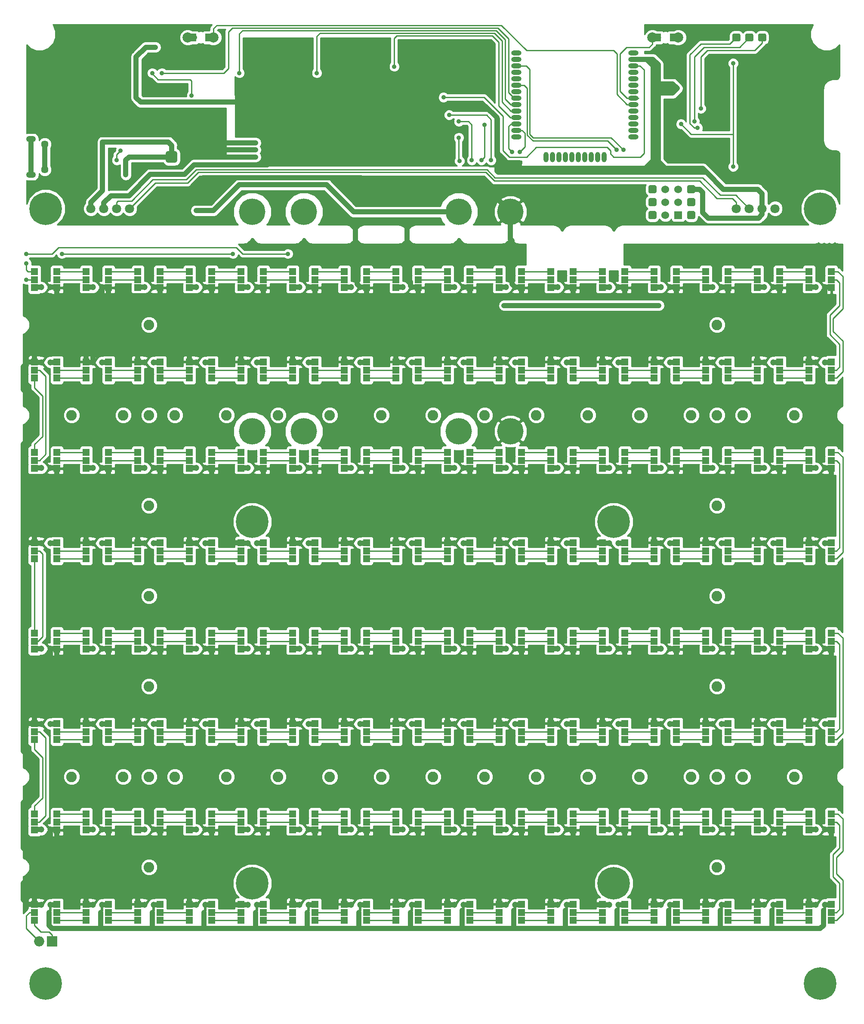
<source format=gtl>
G04 #@! TF.GenerationSoftware,KiCad,Pcbnew,5.0.0-rc2-dev-unknown-94dbcc7~63~ubuntu16.04.1*
G04 #@! TF.CreationDate,2018-04-08T19:39:25+05:30*
G04 #@! TF.ProjectId,ClockIOT,436C6F636B494F542E6B696361645F70,rev 1*
G04 #@! TF.SameCoordinates,Original*
G04 #@! TF.FileFunction,Copper,L1,Top,Signal*
G04 #@! TF.FilePolarity,Positive*
%FSLAX46Y46*%
G04 Gerber Fmt 4.6, Leading zero omitted, Abs format (unit mm)*
G04 Created by KiCad (PCBNEW 5.0.0-rc2-dev-unknown-94dbcc7~63~ubuntu16.04.1) date Sun Apr  8 19:39:25 2018*
%MOMM*%
%LPD*%
G01*
G04 APERTURE LIST*
%ADD10C,2.000000*%
%ADD11R,1.300480X1.498600*%
%ADD12C,1.450000*%
%ADD13O,1.900000X1.200000*%
%ADD14C,0.800000*%
%ADD15C,6.400000*%
%ADD16C,0.127000*%
%ADD17C,1.600000*%
%ADD18C,5.200000*%
%ADD19C,1.524000*%
%ADD20R,1.524000X1.524000*%
%ADD21C,1.800000*%
%ADD22O,1.000000X2.000000*%
%ADD23O,2.000000X1.000000*%
%ADD24R,2.000000X2.000000*%
%ADD25O,2.000000X2.000000*%
%ADD26C,1.200000*%
%ADD27R,1.400000X1.400000*%
%ADD28C,2.082800*%
%ADD29C,0.900000*%
%ADD30C,1.016000*%
%ADD31C,0.508000*%
%ADD32C,0.254000*%
G04 APERTURE END LIST*
D10*
X83185000Y-53975000D03*
X88265000Y-53975000D03*
D11*
X87225000Y-53975000D03*
X84225000Y-53975000D03*
D10*
X179705000Y-53975000D03*
X174625000Y-53975000D03*
D11*
X175665000Y-53975000D03*
X178665000Y-53975000D03*
D12*
X55055000Y-79970000D03*
X55055000Y-74970000D03*
D13*
X52355000Y-80970000D03*
X52355000Y-73970000D03*
D14*
X56942056Y-85932944D03*
X55245000Y-85230000D03*
X53547944Y-85932944D03*
X52845000Y-87630000D03*
X53547944Y-89327056D03*
X55245000Y-90030000D03*
X56942056Y-89327056D03*
X57645000Y-87630000D03*
D15*
X55245000Y-87630000D03*
D14*
X80010000Y-77470000D03*
X79375000Y-76835000D03*
X80645000Y-76835000D03*
X80645000Y-78105000D03*
X79375000Y-78105000D03*
D16*
G36*
X191574207Y-53176926D02*
X191613036Y-53182686D01*
X191651114Y-53192224D01*
X191688073Y-53205448D01*
X191723559Y-53222231D01*
X191757228Y-53242412D01*
X191788757Y-53265796D01*
X191817843Y-53292157D01*
X191844204Y-53321243D01*
X191867588Y-53352772D01*
X191887769Y-53386441D01*
X191904552Y-53421927D01*
X191917776Y-53458886D01*
X191927314Y-53496964D01*
X191933074Y-53535793D01*
X191935000Y-53575000D01*
X191935000Y-54375000D01*
X191933074Y-54414207D01*
X191927314Y-54453036D01*
X191917776Y-54491114D01*
X191904552Y-54528073D01*
X191887769Y-54563559D01*
X191867588Y-54597228D01*
X191844204Y-54628757D01*
X191817843Y-54657843D01*
X191788757Y-54684204D01*
X191757228Y-54707588D01*
X191723559Y-54727769D01*
X191688073Y-54744552D01*
X191651114Y-54757776D01*
X191613036Y-54767314D01*
X191574207Y-54773074D01*
X191535000Y-54775000D01*
X190735000Y-54775000D01*
X190695793Y-54773074D01*
X190656964Y-54767314D01*
X190618886Y-54757776D01*
X190581927Y-54744552D01*
X190546441Y-54727769D01*
X190512772Y-54707588D01*
X190481243Y-54684204D01*
X190452157Y-54657843D01*
X190425796Y-54628757D01*
X190402412Y-54597228D01*
X190382231Y-54563559D01*
X190365448Y-54528073D01*
X190352224Y-54491114D01*
X190342686Y-54453036D01*
X190336926Y-54414207D01*
X190335000Y-54375000D01*
X190335000Y-53575000D01*
X190336926Y-53535793D01*
X190342686Y-53496964D01*
X190352224Y-53458886D01*
X190365448Y-53421927D01*
X190382231Y-53386441D01*
X190402412Y-53352772D01*
X190425796Y-53321243D01*
X190452157Y-53292157D01*
X190481243Y-53265796D01*
X190512772Y-53242412D01*
X190546441Y-53222231D01*
X190581927Y-53205448D01*
X190618886Y-53192224D01*
X190656964Y-53182686D01*
X190695793Y-53176926D01*
X190735000Y-53175000D01*
X191535000Y-53175000D01*
X191574207Y-53176926D01*
X191574207Y-53176926D01*
G37*
D17*
X191135000Y-53975000D03*
D14*
X209342056Y-85932944D03*
X207645000Y-85230000D03*
X205947944Y-85932944D03*
X205245000Y-87630000D03*
X205947944Y-89327056D03*
X207645000Y-90030000D03*
X209342056Y-89327056D03*
X210045000Y-87630000D03*
D15*
X207645000Y-87630000D03*
D18*
X136525000Y-88265000D03*
X146685000Y-88265000D03*
D16*
G36*
X182684207Y-88101926D02*
X182723036Y-88107686D01*
X182761114Y-88117224D01*
X182798073Y-88130448D01*
X182833559Y-88147231D01*
X182867228Y-88167412D01*
X182898757Y-88190796D01*
X182927843Y-88217157D01*
X182954204Y-88246243D01*
X182977588Y-88277772D01*
X182997769Y-88311441D01*
X183014552Y-88346927D01*
X183027776Y-88383886D01*
X183037314Y-88421964D01*
X183043074Y-88460793D01*
X183045000Y-88500000D01*
X183045000Y-89300000D01*
X183043074Y-89339207D01*
X183037314Y-89378036D01*
X183027776Y-89416114D01*
X183014552Y-89453073D01*
X182997769Y-89488559D01*
X182977588Y-89522228D01*
X182954204Y-89553757D01*
X182927843Y-89582843D01*
X182898757Y-89609204D01*
X182867228Y-89632588D01*
X182833559Y-89652769D01*
X182798073Y-89669552D01*
X182761114Y-89682776D01*
X182723036Y-89692314D01*
X182684207Y-89698074D01*
X182645000Y-89700000D01*
X181845000Y-89700000D01*
X181805793Y-89698074D01*
X181766964Y-89692314D01*
X181728886Y-89682776D01*
X181691927Y-89669552D01*
X181656441Y-89652769D01*
X181622772Y-89632588D01*
X181591243Y-89609204D01*
X181562157Y-89582843D01*
X181535796Y-89553757D01*
X181512412Y-89522228D01*
X181492231Y-89488559D01*
X181475448Y-89453073D01*
X181462224Y-89416114D01*
X181452686Y-89378036D01*
X181446926Y-89339207D01*
X181445000Y-89300000D01*
X181445000Y-88500000D01*
X181446926Y-88460793D01*
X181452686Y-88421964D01*
X181462224Y-88383886D01*
X181475448Y-88346927D01*
X181492231Y-88311441D01*
X181512412Y-88277772D01*
X181535796Y-88246243D01*
X181562157Y-88217157D01*
X181591243Y-88190796D01*
X181622772Y-88167412D01*
X181656441Y-88147231D01*
X181691927Y-88130448D01*
X181728886Y-88117224D01*
X181766964Y-88107686D01*
X181805793Y-88101926D01*
X181845000Y-88100000D01*
X182645000Y-88100000D01*
X182684207Y-88101926D01*
X182684207Y-88101926D01*
G37*
D17*
X182245000Y-88900000D03*
D16*
G36*
X175064207Y-88101926D02*
X175103036Y-88107686D01*
X175141114Y-88117224D01*
X175178073Y-88130448D01*
X175213559Y-88147231D01*
X175247228Y-88167412D01*
X175278757Y-88190796D01*
X175307843Y-88217157D01*
X175334204Y-88246243D01*
X175357588Y-88277772D01*
X175377769Y-88311441D01*
X175394552Y-88346927D01*
X175407776Y-88383886D01*
X175417314Y-88421964D01*
X175423074Y-88460793D01*
X175425000Y-88500000D01*
X175425000Y-89300000D01*
X175423074Y-89339207D01*
X175417314Y-89378036D01*
X175407776Y-89416114D01*
X175394552Y-89453073D01*
X175377769Y-89488559D01*
X175357588Y-89522228D01*
X175334204Y-89553757D01*
X175307843Y-89582843D01*
X175278757Y-89609204D01*
X175247228Y-89632588D01*
X175213559Y-89652769D01*
X175178073Y-89669552D01*
X175141114Y-89682776D01*
X175103036Y-89692314D01*
X175064207Y-89698074D01*
X175025000Y-89700000D01*
X174225000Y-89700000D01*
X174185793Y-89698074D01*
X174146964Y-89692314D01*
X174108886Y-89682776D01*
X174071927Y-89669552D01*
X174036441Y-89652769D01*
X174002772Y-89632588D01*
X173971243Y-89609204D01*
X173942157Y-89582843D01*
X173915796Y-89553757D01*
X173892412Y-89522228D01*
X173872231Y-89488559D01*
X173855448Y-89453073D01*
X173842224Y-89416114D01*
X173832686Y-89378036D01*
X173826926Y-89339207D01*
X173825000Y-89300000D01*
X173825000Y-88500000D01*
X173826926Y-88460793D01*
X173832686Y-88421964D01*
X173842224Y-88383886D01*
X173855448Y-88346927D01*
X173872231Y-88311441D01*
X173892412Y-88277772D01*
X173915796Y-88246243D01*
X173942157Y-88217157D01*
X173971243Y-88190796D01*
X174002772Y-88167412D01*
X174036441Y-88147231D01*
X174071927Y-88130448D01*
X174108886Y-88117224D01*
X174146964Y-88107686D01*
X174185793Y-88101926D01*
X174225000Y-88100000D01*
X175025000Y-88100000D01*
X175064207Y-88101926D01*
X175064207Y-88101926D01*
G37*
D17*
X174625000Y-88900000D03*
D16*
G36*
X182684207Y-85561926D02*
X182723036Y-85567686D01*
X182761114Y-85577224D01*
X182798073Y-85590448D01*
X182833559Y-85607231D01*
X182867228Y-85627412D01*
X182898757Y-85650796D01*
X182927843Y-85677157D01*
X182954204Y-85706243D01*
X182977588Y-85737772D01*
X182997769Y-85771441D01*
X183014552Y-85806927D01*
X183027776Y-85843886D01*
X183037314Y-85881964D01*
X183043074Y-85920793D01*
X183045000Y-85960000D01*
X183045000Y-86760000D01*
X183043074Y-86799207D01*
X183037314Y-86838036D01*
X183027776Y-86876114D01*
X183014552Y-86913073D01*
X182997769Y-86948559D01*
X182977588Y-86982228D01*
X182954204Y-87013757D01*
X182927843Y-87042843D01*
X182898757Y-87069204D01*
X182867228Y-87092588D01*
X182833559Y-87112769D01*
X182798073Y-87129552D01*
X182761114Y-87142776D01*
X182723036Y-87152314D01*
X182684207Y-87158074D01*
X182645000Y-87160000D01*
X181845000Y-87160000D01*
X181805793Y-87158074D01*
X181766964Y-87152314D01*
X181728886Y-87142776D01*
X181691927Y-87129552D01*
X181656441Y-87112769D01*
X181622772Y-87092588D01*
X181591243Y-87069204D01*
X181562157Y-87042843D01*
X181535796Y-87013757D01*
X181512412Y-86982228D01*
X181492231Y-86948559D01*
X181475448Y-86913073D01*
X181462224Y-86876114D01*
X181452686Y-86838036D01*
X181446926Y-86799207D01*
X181445000Y-86760000D01*
X181445000Y-85960000D01*
X181446926Y-85920793D01*
X181452686Y-85881964D01*
X181462224Y-85843886D01*
X181475448Y-85806927D01*
X181492231Y-85771441D01*
X181512412Y-85737772D01*
X181535796Y-85706243D01*
X181562157Y-85677157D01*
X181591243Y-85650796D01*
X181622772Y-85627412D01*
X181656441Y-85607231D01*
X181691927Y-85590448D01*
X181728886Y-85577224D01*
X181766964Y-85567686D01*
X181805793Y-85561926D01*
X181845000Y-85560000D01*
X182645000Y-85560000D01*
X182684207Y-85561926D01*
X182684207Y-85561926D01*
G37*
D17*
X182245000Y-86360000D03*
D19*
X179705000Y-83820000D03*
X177165000Y-83820000D03*
X179705000Y-86360000D03*
X177165000Y-86360000D03*
D20*
X179705000Y-88900000D03*
D19*
X177165000Y-88900000D03*
D16*
G36*
X175064207Y-85561926D02*
X175103036Y-85567686D01*
X175141114Y-85577224D01*
X175178073Y-85590448D01*
X175213559Y-85607231D01*
X175247228Y-85627412D01*
X175278757Y-85650796D01*
X175307843Y-85677157D01*
X175334204Y-85706243D01*
X175357588Y-85737772D01*
X175377769Y-85771441D01*
X175394552Y-85806927D01*
X175407776Y-85843886D01*
X175417314Y-85881964D01*
X175423074Y-85920793D01*
X175425000Y-85960000D01*
X175425000Y-86760000D01*
X175423074Y-86799207D01*
X175417314Y-86838036D01*
X175407776Y-86876114D01*
X175394552Y-86913073D01*
X175377769Y-86948559D01*
X175357588Y-86982228D01*
X175334204Y-87013757D01*
X175307843Y-87042843D01*
X175278757Y-87069204D01*
X175247228Y-87092588D01*
X175213559Y-87112769D01*
X175178073Y-87129552D01*
X175141114Y-87142776D01*
X175103036Y-87152314D01*
X175064207Y-87158074D01*
X175025000Y-87160000D01*
X174225000Y-87160000D01*
X174185793Y-87158074D01*
X174146964Y-87152314D01*
X174108886Y-87142776D01*
X174071927Y-87129552D01*
X174036441Y-87112769D01*
X174002772Y-87092588D01*
X173971243Y-87069204D01*
X173942157Y-87042843D01*
X173915796Y-87013757D01*
X173892412Y-86982228D01*
X173872231Y-86948559D01*
X173855448Y-86913073D01*
X173842224Y-86876114D01*
X173832686Y-86838036D01*
X173826926Y-86799207D01*
X173825000Y-86760000D01*
X173825000Y-85960000D01*
X173826926Y-85920793D01*
X173832686Y-85881964D01*
X173842224Y-85843886D01*
X173855448Y-85806927D01*
X173872231Y-85771441D01*
X173892412Y-85737772D01*
X173915796Y-85706243D01*
X173942157Y-85677157D01*
X173971243Y-85650796D01*
X174002772Y-85627412D01*
X174036441Y-85607231D01*
X174071927Y-85590448D01*
X174108886Y-85577224D01*
X174146964Y-85567686D01*
X174185793Y-85561926D01*
X174225000Y-85560000D01*
X175025000Y-85560000D01*
X175064207Y-85561926D01*
X175064207Y-85561926D01*
G37*
D17*
X174625000Y-86360000D03*
D16*
G36*
X182684207Y-83021926D02*
X182723036Y-83027686D01*
X182761114Y-83037224D01*
X182798073Y-83050448D01*
X182833559Y-83067231D01*
X182867228Y-83087412D01*
X182898757Y-83110796D01*
X182927843Y-83137157D01*
X182954204Y-83166243D01*
X182977588Y-83197772D01*
X182997769Y-83231441D01*
X183014552Y-83266927D01*
X183027776Y-83303886D01*
X183037314Y-83341964D01*
X183043074Y-83380793D01*
X183045000Y-83420000D01*
X183045000Y-84220000D01*
X183043074Y-84259207D01*
X183037314Y-84298036D01*
X183027776Y-84336114D01*
X183014552Y-84373073D01*
X182997769Y-84408559D01*
X182977588Y-84442228D01*
X182954204Y-84473757D01*
X182927843Y-84502843D01*
X182898757Y-84529204D01*
X182867228Y-84552588D01*
X182833559Y-84572769D01*
X182798073Y-84589552D01*
X182761114Y-84602776D01*
X182723036Y-84612314D01*
X182684207Y-84618074D01*
X182645000Y-84620000D01*
X181845000Y-84620000D01*
X181805793Y-84618074D01*
X181766964Y-84612314D01*
X181728886Y-84602776D01*
X181691927Y-84589552D01*
X181656441Y-84572769D01*
X181622772Y-84552588D01*
X181591243Y-84529204D01*
X181562157Y-84502843D01*
X181535796Y-84473757D01*
X181512412Y-84442228D01*
X181492231Y-84408559D01*
X181475448Y-84373073D01*
X181462224Y-84336114D01*
X181452686Y-84298036D01*
X181446926Y-84259207D01*
X181445000Y-84220000D01*
X181445000Y-83420000D01*
X181446926Y-83380793D01*
X181452686Y-83341964D01*
X181462224Y-83303886D01*
X181475448Y-83266927D01*
X181492231Y-83231441D01*
X181512412Y-83197772D01*
X181535796Y-83166243D01*
X181562157Y-83137157D01*
X181591243Y-83110796D01*
X181622772Y-83087412D01*
X181656441Y-83067231D01*
X181691927Y-83050448D01*
X181728886Y-83037224D01*
X181766964Y-83027686D01*
X181805793Y-83021926D01*
X181845000Y-83020000D01*
X182645000Y-83020000D01*
X182684207Y-83021926D01*
X182684207Y-83021926D01*
G37*
D17*
X182245000Y-83820000D03*
D16*
G36*
X175064207Y-83021926D02*
X175103036Y-83027686D01*
X175141114Y-83037224D01*
X175178073Y-83050448D01*
X175213559Y-83067231D01*
X175247228Y-83087412D01*
X175278757Y-83110796D01*
X175307843Y-83137157D01*
X175334204Y-83166243D01*
X175357588Y-83197772D01*
X175377769Y-83231441D01*
X175394552Y-83266927D01*
X175407776Y-83303886D01*
X175417314Y-83341964D01*
X175423074Y-83380793D01*
X175425000Y-83420000D01*
X175425000Y-84220000D01*
X175423074Y-84259207D01*
X175417314Y-84298036D01*
X175407776Y-84336114D01*
X175394552Y-84373073D01*
X175377769Y-84408559D01*
X175357588Y-84442228D01*
X175334204Y-84473757D01*
X175307843Y-84502843D01*
X175278757Y-84529204D01*
X175247228Y-84552588D01*
X175213559Y-84572769D01*
X175178073Y-84589552D01*
X175141114Y-84602776D01*
X175103036Y-84612314D01*
X175064207Y-84618074D01*
X175025000Y-84620000D01*
X174225000Y-84620000D01*
X174185793Y-84618074D01*
X174146964Y-84612314D01*
X174108886Y-84602776D01*
X174071927Y-84589552D01*
X174036441Y-84572769D01*
X174002772Y-84552588D01*
X173971243Y-84529204D01*
X173942157Y-84502843D01*
X173915796Y-84473757D01*
X173892412Y-84442228D01*
X173872231Y-84408559D01*
X173855448Y-84373073D01*
X173842224Y-84336114D01*
X173832686Y-84298036D01*
X173826926Y-84259207D01*
X173825000Y-84220000D01*
X173825000Y-83420000D01*
X173826926Y-83380793D01*
X173832686Y-83341964D01*
X173842224Y-83303886D01*
X173855448Y-83266927D01*
X173872231Y-83231441D01*
X173892412Y-83197772D01*
X173915796Y-83166243D01*
X173942157Y-83137157D01*
X173971243Y-83110796D01*
X174002772Y-83087412D01*
X174036441Y-83067231D01*
X174071927Y-83050448D01*
X174108886Y-83037224D01*
X174146964Y-83027686D01*
X174185793Y-83021926D01*
X174225000Y-83020000D01*
X175025000Y-83020000D01*
X175064207Y-83021926D01*
X175064207Y-83021926D01*
G37*
D17*
X174625000Y-83820000D03*
D16*
G36*
X196654207Y-53176926D02*
X196693036Y-53182686D01*
X196731114Y-53192224D01*
X196768073Y-53205448D01*
X196803559Y-53222231D01*
X196837228Y-53242412D01*
X196868757Y-53265796D01*
X196897843Y-53292157D01*
X196924204Y-53321243D01*
X196947588Y-53352772D01*
X196967769Y-53386441D01*
X196984552Y-53421927D01*
X196997776Y-53458886D01*
X197007314Y-53496964D01*
X197013074Y-53535793D01*
X197015000Y-53575000D01*
X197015000Y-54375000D01*
X197013074Y-54414207D01*
X197007314Y-54453036D01*
X196997776Y-54491114D01*
X196984552Y-54528073D01*
X196967769Y-54563559D01*
X196947588Y-54597228D01*
X196924204Y-54628757D01*
X196897843Y-54657843D01*
X196868757Y-54684204D01*
X196837228Y-54707588D01*
X196803559Y-54727769D01*
X196768073Y-54744552D01*
X196731114Y-54757776D01*
X196693036Y-54767314D01*
X196654207Y-54773074D01*
X196615000Y-54775000D01*
X195815000Y-54775000D01*
X195775793Y-54773074D01*
X195736964Y-54767314D01*
X195698886Y-54757776D01*
X195661927Y-54744552D01*
X195626441Y-54727769D01*
X195592772Y-54707588D01*
X195561243Y-54684204D01*
X195532157Y-54657843D01*
X195505796Y-54628757D01*
X195482412Y-54597228D01*
X195462231Y-54563559D01*
X195445448Y-54528073D01*
X195432224Y-54491114D01*
X195422686Y-54453036D01*
X195416926Y-54414207D01*
X195415000Y-54375000D01*
X195415000Y-53575000D01*
X195416926Y-53535793D01*
X195422686Y-53496964D01*
X195432224Y-53458886D01*
X195445448Y-53421927D01*
X195462231Y-53386441D01*
X195482412Y-53352772D01*
X195505796Y-53321243D01*
X195532157Y-53292157D01*
X195561243Y-53265796D01*
X195592772Y-53242412D01*
X195626441Y-53222231D01*
X195661927Y-53205448D01*
X195698886Y-53192224D01*
X195736964Y-53182686D01*
X195775793Y-53176926D01*
X195815000Y-53175000D01*
X196615000Y-53175000D01*
X196654207Y-53176926D01*
X196654207Y-53176926D01*
G37*
D17*
X196215000Y-53975000D03*
D16*
G36*
X194114207Y-53176926D02*
X194153036Y-53182686D01*
X194191114Y-53192224D01*
X194228073Y-53205448D01*
X194263559Y-53222231D01*
X194297228Y-53242412D01*
X194328757Y-53265796D01*
X194357843Y-53292157D01*
X194384204Y-53321243D01*
X194407588Y-53352772D01*
X194427769Y-53386441D01*
X194444552Y-53421927D01*
X194457776Y-53458886D01*
X194467314Y-53496964D01*
X194473074Y-53535793D01*
X194475000Y-53575000D01*
X194475000Y-54375000D01*
X194473074Y-54414207D01*
X194467314Y-54453036D01*
X194457776Y-54491114D01*
X194444552Y-54528073D01*
X194427769Y-54563559D01*
X194407588Y-54597228D01*
X194384204Y-54628757D01*
X194357843Y-54657843D01*
X194328757Y-54684204D01*
X194297228Y-54707588D01*
X194263559Y-54727769D01*
X194228073Y-54744552D01*
X194191114Y-54757776D01*
X194153036Y-54767314D01*
X194114207Y-54773074D01*
X194075000Y-54775000D01*
X193275000Y-54775000D01*
X193235793Y-54773074D01*
X193196964Y-54767314D01*
X193158886Y-54757776D01*
X193121927Y-54744552D01*
X193086441Y-54727769D01*
X193052772Y-54707588D01*
X193021243Y-54684204D01*
X192992157Y-54657843D01*
X192965796Y-54628757D01*
X192942412Y-54597228D01*
X192922231Y-54563559D01*
X192905448Y-54528073D01*
X192892224Y-54491114D01*
X192882686Y-54453036D01*
X192876926Y-54414207D01*
X192875000Y-54375000D01*
X192875000Y-53575000D01*
X192876926Y-53535793D01*
X192882686Y-53496964D01*
X192892224Y-53458886D01*
X192905448Y-53421927D01*
X192922231Y-53386441D01*
X192942412Y-53352772D01*
X192965796Y-53321243D01*
X192992157Y-53292157D01*
X193021243Y-53265796D01*
X193052772Y-53242412D01*
X193086441Y-53222231D01*
X193121927Y-53205448D01*
X193158886Y-53192224D01*
X193196964Y-53182686D01*
X193235793Y-53176926D01*
X193275000Y-53175000D01*
X194075000Y-53175000D01*
X194114207Y-53176926D01*
X194114207Y-53176926D01*
G37*
D17*
X193675000Y-53975000D03*
D21*
X64135000Y-87630000D03*
X66675000Y-87630000D03*
X69215000Y-87630000D03*
X71755000Y-87630000D03*
X191135000Y-87630000D03*
X193675000Y-87630000D03*
X196215000Y-87630000D03*
X198755000Y-87630000D03*
D18*
X106045000Y-88265000D03*
X95885000Y-88265000D03*
D22*
X158750000Y-77480000D03*
X153670000Y-77480000D03*
X154940000Y-77480000D03*
X156210000Y-77480000D03*
X157480000Y-77480000D03*
X160020000Y-77480000D03*
X161290000Y-77480000D03*
X162560000Y-77480000D03*
X163830000Y-77480000D03*
X165100000Y-77480000D03*
D23*
X147885000Y-59520000D03*
X147885000Y-70950000D03*
X147885000Y-62060000D03*
X147885000Y-64600000D03*
X147885000Y-65870000D03*
X147885000Y-72220000D03*
X147885000Y-73490000D03*
X147885000Y-63330000D03*
X147885000Y-69680000D03*
X147885000Y-56980000D03*
X147885000Y-60790000D03*
X147885000Y-68410000D03*
X147885000Y-67140000D03*
X147885000Y-58250000D03*
X170885000Y-73490000D03*
X170885000Y-72220000D03*
X170885000Y-70950000D03*
X170885000Y-69680000D03*
X170885000Y-68410000D03*
X170885000Y-67140000D03*
X170885000Y-65870000D03*
X170885000Y-64600000D03*
X170885000Y-63330000D03*
X170885000Y-62060000D03*
X170885000Y-60790000D03*
X170885000Y-59520000D03*
X170885000Y-58250000D03*
X170885000Y-56980000D03*
D15*
X55245000Y-240030000D03*
D14*
X57645000Y-240030000D03*
X56942056Y-241727056D03*
X55245000Y-242430000D03*
X53547944Y-241727056D03*
X52845000Y-240030000D03*
X53547944Y-238332944D03*
X55245000Y-237630000D03*
X56942056Y-238332944D03*
D15*
X207645000Y-240030000D03*
D14*
X210045000Y-240030000D03*
X209342056Y-241727056D03*
X207645000Y-242430000D03*
X205947944Y-241727056D03*
X205245000Y-240030000D03*
X205947944Y-238332944D03*
X207645000Y-237630000D03*
X209342056Y-238332944D03*
D15*
X95885000Y-149225000D03*
D14*
X98285000Y-149225000D03*
X97582056Y-150922056D03*
X95885000Y-151625000D03*
X94187944Y-150922056D03*
X93485000Y-149225000D03*
X94187944Y-147527944D03*
X95885000Y-146825000D03*
X97582056Y-147527944D03*
D15*
X167005000Y-149225000D03*
D14*
X169405000Y-149225000D03*
X168702056Y-150922056D03*
X167005000Y-151625000D03*
X165307944Y-150922056D03*
X164605000Y-149225000D03*
X165307944Y-147527944D03*
X167005000Y-146825000D03*
X168702056Y-147527944D03*
D15*
X167005000Y-220345000D03*
D14*
X169405000Y-220345000D03*
X168702056Y-222042056D03*
X167005000Y-222745000D03*
X165307944Y-222042056D03*
X164605000Y-220345000D03*
X165307944Y-218647944D03*
X167005000Y-217945000D03*
X168702056Y-218647944D03*
D15*
X95885000Y-220345000D03*
D14*
X98285000Y-220345000D03*
X97582056Y-222042056D03*
X95885000Y-222745000D03*
X94187944Y-222042056D03*
X93485000Y-220345000D03*
X94187944Y-218647944D03*
X95885000Y-217945000D03*
X97582056Y-218647944D03*
D18*
X95885000Y-131445000D03*
X106045000Y-131445000D03*
X146685000Y-131445000D03*
X136525000Y-131445000D03*
D24*
X56515000Y-231775000D03*
D25*
X53975000Y-231775000D03*
D26*
X64505000Y-224560000D03*
X66305000Y-224560000D03*
D27*
X63205000Y-227660000D03*
X67605000Y-227660000D03*
X67605000Y-226060000D03*
X63205000Y-226060000D03*
X63205000Y-224460000D03*
X67605000Y-224460000D03*
D26*
X196585000Y-117880000D03*
X198385000Y-117880000D03*
D27*
X195285000Y-120980000D03*
X199685000Y-120980000D03*
X199685000Y-119380000D03*
X195285000Y-119380000D03*
X195285000Y-117780000D03*
X199685000Y-117780000D03*
D26*
X56145000Y-103100000D03*
X54345000Y-103100000D03*
D27*
X57445000Y-100000000D03*
X53045000Y-100000000D03*
X53045000Y-101600000D03*
X57445000Y-101600000D03*
X57445000Y-103200000D03*
X53045000Y-103200000D03*
D26*
X76465000Y-103100000D03*
X74665000Y-103100000D03*
D27*
X77765000Y-100000000D03*
X73365000Y-100000000D03*
X73365000Y-101600000D03*
X77765000Y-101600000D03*
X77765000Y-103200000D03*
X73365000Y-103200000D03*
D26*
X86625000Y-103100000D03*
X84825000Y-103100000D03*
D27*
X87925000Y-100000000D03*
X83525000Y-100000000D03*
X83525000Y-101600000D03*
X87925000Y-101600000D03*
X87925000Y-103200000D03*
X83525000Y-103200000D03*
D26*
X96785000Y-103100000D03*
X94985000Y-103100000D03*
D27*
X98085000Y-100000000D03*
X93685000Y-100000000D03*
X93685000Y-101600000D03*
X98085000Y-101600000D03*
X98085000Y-103200000D03*
X93685000Y-103200000D03*
D26*
X106945000Y-103100000D03*
X105145000Y-103100000D03*
D27*
X108245000Y-100000000D03*
X103845000Y-100000000D03*
X103845000Y-101600000D03*
X108245000Y-101600000D03*
X108245000Y-103200000D03*
X103845000Y-103200000D03*
D26*
X117105000Y-103100000D03*
X115305000Y-103100000D03*
D27*
X118405000Y-100000000D03*
X114005000Y-100000000D03*
X114005000Y-101600000D03*
X118405000Y-101600000D03*
X118405000Y-103200000D03*
X114005000Y-103200000D03*
D26*
X127265000Y-103100000D03*
X125465000Y-103100000D03*
D27*
X128565000Y-100000000D03*
X124165000Y-100000000D03*
X124165000Y-101600000D03*
X128565000Y-101600000D03*
X128565000Y-103200000D03*
X124165000Y-103200000D03*
D26*
X137425000Y-103100000D03*
X135625000Y-103100000D03*
D27*
X138725000Y-100000000D03*
X134325000Y-100000000D03*
X134325000Y-101600000D03*
X138725000Y-101600000D03*
X138725000Y-103200000D03*
X134325000Y-103200000D03*
D26*
X147585000Y-103100000D03*
X145785000Y-103100000D03*
D27*
X148885000Y-100000000D03*
X144485000Y-100000000D03*
X144485000Y-101600000D03*
X148885000Y-101600000D03*
X148885000Y-103200000D03*
X144485000Y-103200000D03*
D26*
X157745000Y-103100000D03*
X155945000Y-103100000D03*
D27*
X159045000Y-100000000D03*
X154645000Y-100000000D03*
X154645000Y-101600000D03*
X159045000Y-101600000D03*
X159045000Y-103200000D03*
X154645000Y-103200000D03*
D26*
X167905000Y-103100000D03*
X166105000Y-103100000D03*
D27*
X169205000Y-100000000D03*
X164805000Y-100000000D03*
X164805000Y-101600000D03*
X169205000Y-101600000D03*
X169205000Y-103200000D03*
X164805000Y-103200000D03*
D26*
X178065000Y-103100000D03*
X176265000Y-103100000D03*
D27*
X179365000Y-100000000D03*
X174965000Y-100000000D03*
X174965000Y-101600000D03*
X179365000Y-101600000D03*
X179365000Y-103200000D03*
X174965000Y-103200000D03*
D26*
X188225000Y-103100000D03*
X186425000Y-103100000D03*
D27*
X189525000Y-100000000D03*
X185125000Y-100000000D03*
X185125000Y-101600000D03*
X189525000Y-101600000D03*
X189525000Y-103200000D03*
X185125000Y-103200000D03*
D26*
X198385000Y-103100000D03*
X196585000Y-103100000D03*
D27*
X199685000Y-100000000D03*
X195285000Y-100000000D03*
X195285000Y-101600000D03*
X199685000Y-101600000D03*
X199685000Y-103200000D03*
X195285000Y-103200000D03*
D26*
X208545000Y-103100000D03*
X206745000Y-103100000D03*
D27*
X209845000Y-100000000D03*
X205445000Y-100000000D03*
X205445000Y-101600000D03*
X209845000Y-101600000D03*
X209845000Y-103200000D03*
X205445000Y-103200000D03*
D26*
X206745000Y-117880000D03*
X208545000Y-117880000D03*
D27*
X205445000Y-120980000D03*
X209845000Y-120980000D03*
X209845000Y-119380000D03*
X205445000Y-119380000D03*
X205445000Y-117780000D03*
X209845000Y-117780000D03*
D26*
X186425000Y-117880000D03*
X188225000Y-117880000D03*
D27*
X185125000Y-120980000D03*
X189525000Y-120980000D03*
X189525000Y-119380000D03*
X185125000Y-119380000D03*
X185125000Y-117780000D03*
X189525000Y-117780000D03*
D26*
X176265000Y-117880000D03*
X178065000Y-117880000D03*
D27*
X174965000Y-120980000D03*
X179365000Y-120980000D03*
X179365000Y-119380000D03*
X174965000Y-119380000D03*
X174965000Y-117780000D03*
X179365000Y-117780000D03*
D26*
X166105000Y-117880000D03*
X167905000Y-117880000D03*
D27*
X164805000Y-120980000D03*
X169205000Y-120980000D03*
X169205000Y-119380000D03*
X164805000Y-119380000D03*
X164805000Y-117780000D03*
X169205000Y-117780000D03*
D26*
X155945000Y-117880000D03*
X157745000Y-117880000D03*
D27*
X154645000Y-120980000D03*
X159045000Y-120980000D03*
X159045000Y-119380000D03*
X154645000Y-119380000D03*
X154645000Y-117780000D03*
X159045000Y-117780000D03*
D26*
X145785000Y-117880000D03*
X147585000Y-117880000D03*
D27*
X144485000Y-120980000D03*
X148885000Y-120980000D03*
X148885000Y-119380000D03*
X144485000Y-119380000D03*
X144485000Y-117780000D03*
X148885000Y-117780000D03*
D26*
X135625000Y-117880000D03*
X137425000Y-117880000D03*
D27*
X134325000Y-120980000D03*
X138725000Y-120980000D03*
X138725000Y-119380000D03*
X134325000Y-119380000D03*
X134325000Y-117780000D03*
X138725000Y-117780000D03*
D26*
X125465000Y-117880000D03*
X127265000Y-117880000D03*
D27*
X124165000Y-120980000D03*
X128565000Y-120980000D03*
X128565000Y-119380000D03*
X124165000Y-119380000D03*
X124165000Y-117780000D03*
X128565000Y-117780000D03*
D26*
X115305000Y-117880000D03*
X117105000Y-117880000D03*
D27*
X114005000Y-120980000D03*
X118405000Y-120980000D03*
X118405000Y-119380000D03*
X114005000Y-119380000D03*
X114005000Y-117780000D03*
X118405000Y-117780000D03*
D26*
X105145000Y-117880000D03*
X106945000Y-117880000D03*
D27*
X103845000Y-120980000D03*
X108245000Y-120980000D03*
X108245000Y-119380000D03*
X103845000Y-119380000D03*
X103845000Y-117780000D03*
X108245000Y-117780000D03*
D26*
X94985000Y-117880000D03*
X96785000Y-117880000D03*
D27*
X93685000Y-120980000D03*
X98085000Y-120980000D03*
X98085000Y-119380000D03*
X93685000Y-119380000D03*
X93685000Y-117780000D03*
X98085000Y-117780000D03*
D26*
X84825000Y-117880000D03*
X86625000Y-117880000D03*
D27*
X83525000Y-120980000D03*
X87925000Y-120980000D03*
X87925000Y-119380000D03*
X83525000Y-119380000D03*
X83525000Y-117780000D03*
X87925000Y-117780000D03*
D26*
X74665000Y-117880000D03*
X76465000Y-117880000D03*
D27*
X73365000Y-120980000D03*
X77765000Y-120980000D03*
X77765000Y-119380000D03*
X73365000Y-119380000D03*
X73365000Y-117780000D03*
X77765000Y-117780000D03*
D26*
X64505000Y-117880000D03*
X66305000Y-117880000D03*
D27*
X63205000Y-120980000D03*
X67605000Y-120980000D03*
X67605000Y-119380000D03*
X63205000Y-119380000D03*
X63205000Y-117780000D03*
X67605000Y-117780000D03*
D26*
X54345000Y-117880000D03*
X56145000Y-117880000D03*
D27*
X53045000Y-120980000D03*
X57445000Y-120980000D03*
X57445000Y-119380000D03*
X53045000Y-119380000D03*
X53045000Y-117780000D03*
X57445000Y-117780000D03*
D26*
X56145000Y-138660000D03*
X54345000Y-138660000D03*
D27*
X57445000Y-135560000D03*
X53045000Y-135560000D03*
X53045000Y-137160000D03*
X57445000Y-137160000D03*
X57445000Y-138760000D03*
X53045000Y-138760000D03*
D26*
X66305000Y-138660000D03*
X64505000Y-138660000D03*
D27*
X67605000Y-135560000D03*
X63205000Y-135560000D03*
X63205000Y-137160000D03*
X67605000Y-137160000D03*
X67605000Y-138760000D03*
X63205000Y-138760000D03*
D26*
X76465000Y-138660000D03*
X74665000Y-138660000D03*
D27*
X77765000Y-135560000D03*
X73365000Y-135560000D03*
X73365000Y-137160000D03*
X77765000Y-137160000D03*
X77765000Y-138760000D03*
X73365000Y-138760000D03*
D26*
X86625000Y-138660000D03*
X84825000Y-138660000D03*
D27*
X87925000Y-135560000D03*
X83525000Y-135560000D03*
X83525000Y-137160000D03*
X87925000Y-137160000D03*
X87925000Y-138760000D03*
X83525000Y-138760000D03*
D26*
X96785000Y-138660000D03*
X94985000Y-138660000D03*
D27*
X98085000Y-135560000D03*
X93685000Y-135560000D03*
X93685000Y-137160000D03*
X98085000Y-137160000D03*
X98085000Y-138760000D03*
X93685000Y-138760000D03*
D26*
X106945000Y-138660000D03*
X105145000Y-138660000D03*
D27*
X108245000Y-135560000D03*
X103845000Y-135560000D03*
X103845000Y-137160000D03*
X108245000Y-137160000D03*
X108245000Y-138760000D03*
X103845000Y-138760000D03*
D26*
X117105000Y-138660000D03*
X115305000Y-138660000D03*
D27*
X118405000Y-135560000D03*
X114005000Y-135560000D03*
X114005000Y-137160000D03*
X118405000Y-137160000D03*
X118405000Y-138760000D03*
X114005000Y-138760000D03*
D26*
X127265000Y-138660000D03*
X125465000Y-138660000D03*
D27*
X128565000Y-135560000D03*
X124165000Y-135560000D03*
X124165000Y-137160000D03*
X128565000Y-137160000D03*
X128565000Y-138760000D03*
X124165000Y-138760000D03*
D26*
X137425000Y-138660000D03*
X135625000Y-138660000D03*
D27*
X138725000Y-135560000D03*
X134325000Y-135560000D03*
X134325000Y-137160000D03*
X138725000Y-137160000D03*
X138725000Y-138760000D03*
X134325000Y-138760000D03*
D26*
X147585000Y-138660000D03*
X145785000Y-138660000D03*
D27*
X148885000Y-135560000D03*
X144485000Y-135560000D03*
X144485000Y-137160000D03*
X148885000Y-137160000D03*
X148885000Y-138760000D03*
X144485000Y-138760000D03*
D26*
X157745000Y-138660000D03*
X155945000Y-138660000D03*
D27*
X159045000Y-135560000D03*
X154645000Y-135560000D03*
X154645000Y-137160000D03*
X159045000Y-137160000D03*
X159045000Y-138760000D03*
X154645000Y-138760000D03*
D26*
X167905000Y-138660000D03*
X166105000Y-138660000D03*
D27*
X169205000Y-135560000D03*
X164805000Y-135560000D03*
X164805000Y-137160000D03*
X169205000Y-137160000D03*
X169205000Y-138760000D03*
X164805000Y-138760000D03*
D26*
X178065000Y-138660000D03*
X176265000Y-138660000D03*
D27*
X179365000Y-135560000D03*
X174965000Y-135560000D03*
X174965000Y-137160000D03*
X179365000Y-137160000D03*
X179365000Y-138760000D03*
X174965000Y-138760000D03*
D26*
X188225000Y-138660000D03*
X186425000Y-138660000D03*
D27*
X189525000Y-135560000D03*
X185125000Y-135560000D03*
X185125000Y-137160000D03*
X189525000Y-137160000D03*
X189525000Y-138760000D03*
X185125000Y-138760000D03*
D26*
X198385000Y-138660000D03*
X196585000Y-138660000D03*
D27*
X199685000Y-135560000D03*
X195285000Y-135560000D03*
X195285000Y-137160000D03*
X199685000Y-137160000D03*
X199685000Y-138760000D03*
X195285000Y-138760000D03*
D26*
X208545000Y-138660000D03*
X206745000Y-138660000D03*
D27*
X209845000Y-135560000D03*
X205445000Y-135560000D03*
X205445000Y-137160000D03*
X209845000Y-137160000D03*
X209845000Y-138760000D03*
X205445000Y-138760000D03*
D26*
X206745000Y-153440000D03*
X208545000Y-153440000D03*
D27*
X205445000Y-156540000D03*
X209845000Y-156540000D03*
X209845000Y-154940000D03*
X205445000Y-154940000D03*
X205445000Y-153340000D03*
X209845000Y-153340000D03*
D26*
X196585000Y-153440000D03*
X198385000Y-153440000D03*
D27*
X195285000Y-156540000D03*
X199685000Y-156540000D03*
X199685000Y-154940000D03*
X195285000Y-154940000D03*
X195285000Y-153340000D03*
X199685000Y-153340000D03*
D26*
X186425000Y-153440000D03*
X188225000Y-153440000D03*
D27*
X185125000Y-156540000D03*
X189525000Y-156540000D03*
X189525000Y-154940000D03*
X185125000Y-154940000D03*
X185125000Y-153340000D03*
X189525000Y-153340000D03*
D26*
X176265000Y-153440000D03*
X178065000Y-153440000D03*
D27*
X174965000Y-156540000D03*
X179365000Y-156540000D03*
X179365000Y-154940000D03*
X174965000Y-154940000D03*
X174965000Y-153340000D03*
X179365000Y-153340000D03*
D26*
X166105000Y-153440000D03*
X167905000Y-153440000D03*
D27*
X164805000Y-156540000D03*
X169205000Y-156540000D03*
X169205000Y-154940000D03*
X164805000Y-154940000D03*
X164805000Y-153340000D03*
X169205000Y-153340000D03*
D26*
X155945000Y-153440000D03*
X157745000Y-153440000D03*
D27*
X154645000Y-156540000D03*
X159045000Y-156540000D03*
X159045000Y-154940000D03*
X154645000Y-154940000D03*
X154645000Y-153340000D03*
X159045000Y-153340000D03*
D26*
X145785000Y-153440000D03*
X147585000Y-153440000D03*
D27*
X144485000Y-156540000D03*
X148885000Y-156540000D03*
X148885000Y-154940000D03*
X144485000Y-154940000D03*
X144485000Y-153340000D03*
X148885000Y-153340000D03*
D26*
X135625000Y-153440000D03*
X137425000Y-153440000D03*
D27*
X134325000Y-156540000D03*
X138725000Y-156540000D03*
X138725000Y-154940000D03*
X134325000Y-154940000D03*
X134325000Y-153340000D03*
X138725000Y-153340000D03*
D26*
X125465000Y-153440000D03*
X127265000Y-153440000D03*
D27*
X124165000Y-156540000D03*
X128565000Y-156540000D03*
X128565000Y-154940000D03*
X124165000Y-154940000D03*
X124165000Y-153340000D03*
X128565000Y-153340000D03*
D26*
X115305000Y-153440000D03*
X117105000Y-153440000D03*
D27*
X114005000Y-156540000D03*
X118405000Y-156540000D03*
X118405000Y-154940000D03*
X114005000Y-154940000D03*
X114005000Y-153340000D03*
X118405000Y-153340000D03*
D26*
X105145000Y-153440000D03*
X106945000Y-153440000D03*
D27*
X103845000Y-156540000D03*
X108245000Y-156540000D03*
X108245000Y-154940000D03*
X103845000Y-154940000D03*
X103845000Y-153340000D03*
X108245000Y-153340000D03*
D26*
X94985000Y-153440000D03*
X96785000Y-153440000D03*
D27*
X93685000Y-156540000D03*
X98085000Y-156540000D03*
X98085000Y-154940000D03*
X93685000Y-154940000D03*
X93685000Y-153340000D03*
X98085000Y-153340000D03*
D26*
X84825000Y-153440000D03*
X86625000Y-153440000D03*
D27*
X83525000Y-156540000D03*
X87925000Y-156540000D03*
X87925000Y-154940000D03*
X83525000Y-154940000D03*
X83525000Y-153340000D03*
X87925000Y-153340000D03*
D26*
X74665000Y-153440000D03*
X76465000Y-153440000D03*
D27*
X73365000Y-156540000D03*
X77765000Y-156540000D03*
X77765000Y-154940000D03*
X73365000Y-154940000D03*
X73365000Y-153340000D03*
X77765000Y-153340000D03*
D26*
X64505000Y-153440000D03*
X66305000Y-153440000D03*
D27*
X63205000Y-156540000D03*
X67605000Y-156540000D03*
X67605000Y-154940000D03*
X63205000Y-154940000D03*
X63205000Y-153340000D03*
X67605000Y-153340000D03*
D26*
X54345000Y-153440000D03*
X56145000Y-153440000D03*
D27*
X53045000Y-156540000D03*
X57445000Y-156540000D03*
X57445000Y-154940000D03*
X53045000Y-154940000D03*
X53045000Y-153340000D03*
X57445000Y-153340000D03*
D26*
X56145000Y-174220000D03*
X54345000Y-174220000D03*
D27*
X57445000Y-171120000D03*
X53045000Y-171120000D03*
X53045000Y-172720000D03*
X57445000Y-172720000D03*
X57445000Y-174320000D03*
X53045000Y-174320000D03*
D26*
X66305000Y-174220000D03*
X64505000Y-174220000D03*
D27*
X67605000Y-171120000D03*
X63205000Y-171120000D03*
X63205000Y-172720000D03*
X67605000Y-172720000D03*
X67605000Y-174320000D03*
X63205000Y-174320000D03*
D26*
X76465000Y-174220000D03*
X74665000Y-174220000D03*
D27*
X77765000Y-171120000D03*
X73365000Y-171120000D03*
X73365000Y-172720000D03*
X77765000Y-172720000D03*
X77765000Y-174320000D03*
X73365000Y-174320000D03*
D26*
X86625000Y-174220000D03*
X84825000Y-174220000D03*
D27*
X87925000Y-171120000D03*
X83525000Y-171120000D03*
X83525000Y-172720000D03*
X87925000Y-172720000D03*
X87925000Y-174320000D03*
X83525000Y-174320000D03*
D26*
X96785000Y-174220000D03*
X94985000Y-174220000D03*
D27*
X98085000Y-171120000D03*
X93685000Y-171120000D03*
X93685000Y-172720000D03*
X98085000Y-172720000D03*
X98085000Y-174320000D03*
X93685000Y-174320000D03*
D26*
X106945000Y-174220000D03*
X105145000Y-174220000D03*
D27*
X108245000Y-171120000D03*
X103845000Y-171120000D03*
X103845000Y-172720000D03*
X108245000Y-172720000D03*
X108245000Y-174320000D03*
X103845000Y-174320000D03*
D26*
X117105000Y-174220000D03*
X115305000Y-174220000D03*
D27*
X118405000Y-171120000D03*
X114005000Y-171120000D03*
X114005000Y-172720000D03*
X118405000Y-172720000D03*
X118405000Y-174320000D03*
X114005000Y-174320000D03*
D26*
X127265000Y-174220000D03*
X125465000Y-174220000D03*
D27*
X128565000Y-171120000D03*
X124165000Y-171120000D03*
X124165000Y-172720000D03*
X128565000Y-172720000D03*
X128565000Y-174320000D03*
X124165000Y-174320000D03*
D26*
X137425000Y-174220000D03*
X135625000Y-174220000D03*
D27*
X138725000Y-171120000D03*
X134325000Y-171120000D03*
X134325000Y-172720000D03*
X138725000Y-172720000D03*
X138725000Y-174320000D03*
X134325000Y-174320000D03*
D26*
X147585000Y-174220000D03*
X145785000Y-174220000D03*
D27*
X148885000Y-171120000D03*
X144485000Y-171120000D03*
X144485000Y-172720000D03*
X148885000Y-172720000D03*
X148885000Y-174320000D03*
X144485000Y-174320000D03*
D26*
X157745000Y-174220000D03*
X155945000Y-174220000D03*
D27*
X159045000Y-171120000D03*
X154645000Y-171120000D03*
X154645000Y-172720000D03*
X159045000Y-172720000D03*
X159045000Y-174320000D03*
X154645000Y-174320000D03*
D26*
X167905000Y-174220000D03*
X166105000Y-174220000D03*
D27*
X169205000Y-171120000D03*
X164805000Y-171120000D03*
X164805000Y-172720000D03*
X169205000Y-172720000D03*
X169205000Y-174320000D03*
X164805000Y-174320000D03*
D26*
X178065000Y-174220000D03*
X176265000Y-174220000D03*
D27*
X179365000Y-171120000D03*
X174965000Y-171120000D03*
X174965000Y-172720000D03*
X179365000Y-172720000D03*
X179365000Y-174320000D03*
X174965000Y-174320000D03*
D26*
X188225000Y-174220000D03*
X186425000Y-174220000D03*
D27*
X189525000Y-171120000D03*
X185125000Y-171120000D03*
X185125000Y-172720000D03*
X189525000Y-172720000D03*
X189525000Y-174320000D03*
X185125000Y-174320000D03*
D26*
X198385000Y-174220000D03*
X196585000Y-174220000D03*
D27*
X199685000Y-171120000D03*
X195285000Y-171120000D03*
X195285000Y-172720000D03*
X199685000Y-172720000D03*
X199685000Y-174320000D03*
X195285000Y-174320000D03*
D26*
X208545000Y-174220000D03*
X206745000Y-174220000D03*
D27*
X209845000Y-171120000D03*
X205445000Y-171120000D03*
X205445000Y-172720000D03*
X209845000Y-172720000D03*
X209845000Y-174320000D03*
X205445000Y-174320000D03*
D26*
X206745000Y-189000000D03*
X208545000Y-189000000D03*
D27*
X205445000Y-192100000D03*
X209845000Y-192100000D03*
X209845000Y-190500000D03*
X205445000Y-190500000D03*
X205445000Y-188900000D03*
X209845000Y-188900000D03*
D26*
X196585000Y-189000000D03*
X198385000Y-189000000D03*
D27*
X195285000Y-192100000D03*
X199685000Y-192100000D03*
X199685000Y-190500000D03*
X195285000Y-190500000D03*
X195285000Y-188900000D03*
X199685000Y-188900000D03*
D26*
X186425000Y-189000000D03*
X188225000Y-189000000D03*
D27*
X185125000Y-192100000D03*
X189525000Y-192100000D03*
X189525000Y-190500000D03*
X185125000Y-190500000D03*
X185125000Y-188900000D03*
X189525000Y-188900000D03*
D26*
X176265000Y-189000000D03*
X178065000Y-189000000D03*
D27*
X174965000Y-192100000D03*
X179365000Y-192100000D03*
X179365000Y-190500000D03*
X174965000Y-190500000D03*
X174965000Y-188900000D03*
X179365000Y-188900000D03*
D26*
X166105000Y-189000000D03*
X167905000Y-189000000D03*
D27*
X164805000Y-192100000D03*
X169205000Y-192100000D03*
X169205000Y-190500000D03*
X164805000Y-190500000D03*
X164805000Y-188900000D03*
X169205000Y-188900000D03*
D26*
X155945000Y-189000000D03*
X157745000Y-189000000D03*
D27*
X154645000Y-192100000D03*
X159045000Y-192100000D03*
X159045000Y-190500000D03*
X154645000Y-190500000D03*
X154645000Y-188900000D03*
X159045000Y-188900000D03*
D26*
X145785000Y-189000000D03*
X147585000Y-189000000D03*
D27*
X144485000Y-192100000D03*
X148885000Y-192100000D03*
X148885000Y-190500000D03*
X144485000Y-190500000D03*
X144485000Y-188900000D03*
X148885000Y-188900000D03*
D26*
X135625000Y-189000000D03*
X137425000Y-189000000D03*
D27*
X134325000Y-192100000D03*
X138725000Y-192100000D03*
X138725000Y-190500000D03*
X134325000Y-190500000D03*
X134325000Y-188900000D03*
X138725000Y-188900000D03*
D26*
X125465000Y-189000000D03*
X127265000Y-189000000D03*
D27*
X124165000Y-192100000D03*
X128565000Y-192100000D03*
X128565000Y-190500000D03*
X124165000Y-190500000D03*
X124165000Y-188900000D03*
X128565000Y-188900000D03*
D26*
X115305000Y-189000000D03*
X117105000Y-189000000D03*
D27*
X114005000Y-192100000D03*
X118405000Y-192100000D03*
X118405000Y-190500000D03*
X114005000Y-190500000D03*
X114005000Y-188900000D03*
X118405000Y-188900000D03*
D26*
X105145000Y-189000000D03*
X106945000Y-189000000D03*
D27*
X103845000Y-192100000D03*
X108245000Y-192100000D03*
X108245000Y-190500000D03*
X103845000Y-190500000D03*
X103845000Y-188900000D03*
X108245000Y-188900000D03*
D26*
X94985000Y-189000000D03*
X96785000Y-189000000D03*
D27*
X93685000Y-192100000D03*
X98085000Y-192100000D03*
X98085000Y-190500000D03*
X93685000Y-190500000D03*
X93685000Y-188900000D03*
X98085000Y-188900000D03*
D26*
X84825000Y-189000000D03*
X86625000Y-189000000D03*
D27*
X83525000Y-192100000D03*
X87925000Y-192100000D03*
X87925000Y-190500000D03*
X83525000Y-190500000D03*
X83525000Y-188900000D03*
X87925000Y-188900000D03*
D26*
X74665000Y-189000000D03*
X76465000Y-189000000D03*
D27*
X73365000Y-192100000D03*
X77765000Y-192100000D03*
X77765000Y-190500000D03*
X73365000Y-190500000D03*
X73365000Y-188900000D03*
X77765000Y-188900000D03*
D26*
X64505000Y-189000000D03*
X66305000Y-189000000D03*
D27*
X63205000Y-192100000D03*
X67605000Y-192100000D03*
X67605000Y-190500000D03*
X63205000Y-190500000D03*
X63205000Y-188900000D03*
X67605000Y-188900000D03*
D26*
X54345000Y-189000000D03*
X56145000Y-189000000D03*
D27*
X53045000Y-192100000D03*
X57445000Y-192100000D03*
X57445000Y-190500000D03*
X53045000Y-190500000D03*
X53045000Y-188900000D03*
X57445000Y-188900000D03*
D26*
X56145000Y-209780000D03*
X54345000Y-209780000D03*
D27*
X57445000Y-206680000D03*
X53045000Y-206680000D03*
X53045000Y-208280000D03*
X57445000Y-208280000D03*
X57445000Y-209880000D03*
X53045000Y-209880000D03*
D26*
X66305000Y-209780000D03*
X64505000Y-209780000D03*
D27*
X67605000Y-206680000D03*
X63205000Y-206680000D03*
X63205000Y-208280000D03*
X67605000Y-208280000D03*
X67605000Y-209880000D03*
X63205000Y-209880000D03*
D26*
X76465000Y-209780000D03*
X74665000Y-209780000D03*
D27*
X77765000Y-206680000D03*
X73365000Y-206680000D03*
X73365000Y-208280000D03*
X77765000Y-208280000D03*
X77765000Y-209880000D03*
X73365000Y-209880000D03*
D26*
X86625000Y-209780000D03*
X84825000Y-209780000D03*
D27*
X87925000Y-206680000D03*
X83525000Y-206680000D03*
X83525000Y-208280000D03*
X87925000Y-208280000D03*
X87925000Y-209880000D03*
X83525000Y-209880000D03*
D26*
X96785000Y-209780000D03*
X94985000Y-209780000D03*
D27*
X98085000Y-206680000D03*
X93685000Y-206680000D03*
X93685000Y-208280000D03*
X98085000Y-208280000D03*
X98085000Y-209880000D03*
X93685000Y-209880000D03*
D26*
X106945000Y-209780000D03*
X105145000Y-209780000D03*
D27*
X108245000Y-206680000D03*
X103845000Y-206680000D03*
X103845000Y-208280000D03*
X108245000Y-208280000D03*
X108245000Y-209880000D03*
X103845000Y-209880000D03*
D26*
X117105000Y-209780000D03*
X115305000Y-209780000D03*
D27*
X118405000Y-206680000D03*
X114005000Y-206680000D03*
X114005000Y-208280000D03*
X118405000Y-208280000D03*
X118405000Y-209880000D03*
X114005000Y-209880000D03*
D26*
X127265000Y-209780000D03*
X125465000Y-209780000D03*
D27*
X128565000Y-206680000D03*
X124165000Y-206680000D03*
X124165000Y-208280000D03*
X128565000Y-208280000D03*
X128565000Y-209880000D03*
X124165000Y-209880000D03*
D26*
X137425000Y-209780000D03*
X135625000Y-209780000D03*
D27*
X138725000Y-206680000D03*
X134325000Y-206680000D03*
X134325000Y-208280000D03*
X138725000Y-208280000D03*
X138725000Y-209880000D03*
X134325000Y-209880000D03*
D26*
X147585000Y-209780000D03*
X145785000Y-209780000D03*
D27*
X148885000Y-206680000D03*
X144485000Y-206680000D03*
X144485000Y-208280000D03*
X148885000Y-208280000D03*
X148885000Y-209880000D03*
X144485000Y-209880000D03*
D26*
X157745000Y-209780000D03*
X155945000Y-209780000D03*
D27*
X159045000Y-206680000D03*
X154645000Y-206680000D03*
X154645000Y-208280000D03*
X159045000Y-208280000D03*
X159045000Y-209880000D03*
X154645000Y-209880000D03*
D26*
X167905000Y-209780000D03*
X166105000Y-209780000D03*
D27*
X169205000Y-206680000D03*
X164805000Y-206680000D03*
X164805000Y-208280000D03*
X169205000Y-208280000D03*
X169205000Y-209880000D03*
X164805000Y-209880000D03*
D26*
X178065000Y-209780000D03*
X176265000Y-209780000D03*
D27*
X179365000Y-206680000D03*
X174965000Y-206680000D03*
X174965000Y-208280000D03*
X179365000Y-208280000D03*
X179365000Y-209880000D03*
X174965000Y-209880000D03*
D26*
X188225000Y-209780000D03*
X186425000Y-209780000D03*
D27*
X189525000Y-206680000D03*
X185125000Y-206680000D03*
X185125000Y-208280000D03*
X189525000Y-208280000D03*
X189525000Y-209880000D03*
X185125000Y-209880000D03*
D26*
X198385000Y-209780000D03*
X196585000Y-209780000D03*
D27*
X199685000Y-206680000D03*
X195285000Y-206680000D03*
X195285000Y-208280000D03*
X199685000Y-208280000D03*
X199685000Y-209880000D03*
X195285000Y-209880000D03*
D26*
X208545000Y-209780000D03*
X206745000Y-209780000D03*
D27*
X209845000Y-206680000D03*
X205445000Y-206680000D03*
X205445000Y-208280000D03*
X209845000Y-208280000D03*
X209845000Y-209880000D03*
X205445000Y-209880000D03*
D26*
X206745000Y-224560000D03*
X208545000Y-224560000D03*
D27*
X205445000Y-227660000D03*
X209845000Y-227660000D03*
X209845000Y-226060000D03*
X205445000Y-226060000D03*
X205445000Y-224460000D03*
X209845000Y-224460000D03*
D26*
X196585000Y-224560000D03*
X198385000Y-224560000D03*
D27*
X195285000Y-227660000D03*
X199685000Y-227660000D03*
X199685000Y-226060000D03*
X195285000Y-226060000D03*
X195285000Y-224460000D03*
X199685000Y-224460000D03*
D26*
X186425000Y-224560000D03*
X188225000Y-224560000D03*
D27*
X185125000Y-227660000D03*
X189525000Y-227660000D03*
X189525000Y-226060000D03*
X185125000Y-226060000D03*
X185125000Y-224460000D03*
X189525000Y-224460000D03*
D26*
X176265000Y-224560000D03*
X178065000Y-224560000D03*
D27*
X174965000Y-227660000D03*
X179365000Y-227660000D03*
X179365000Y-226060000D03*
X174965000Y-226060000D03*
X174965000Y-224460000D03*
X179365000Y-224460000D03*
D26*
X166105000Y-224560000D03*
X167905000Y-224560000D03*
D27*
X164805000Y-227660000D03*
X169205000Y-227660000D03*
X169205000Y-226060000D03*
X164805000Y-226060000D03*
X164805000Y-224460000D03*
X169205000Y-224460000D03*
D26*
X155945000Y-224560000D03*
X157745000Y-224560000D03*
D27*
X154645000Y-227660000D03*
X159045000Y-227660000D03*
X159045000Y-226060000D03*
X154645000Y-226060000D03*
X154645000Y-224460000D03*
X159045000Y-224460000D03*
D26*
X145785000Y-224560000D03*
X147585000Y-224560000D03*
D27*
X144485000Y-227660000D03*
X148885000Y-227660000D03*
X148885000Y-226060000D03*
X144485000Y-226060000D03*
X144485000Y-224460000D03*
X148885000Y-224460000D03*
D26*
X135625000Y-224560000D03*
X137425000Y-224560000D03*
D27*
X134325000Y-227660000D03*
X138725000Y-227660000D03*
X138725000Y-226060000D03*
X134325000Y-226060000D03*
X134325000Y-224460000D03*
X138725000Y-224460000D03*
D26*
X125465000Y-224560000D03*
X127265000Y-224560000D03*
D27*
X124165000Y-227660000D03*
X128565000Y-227660000D03*
X128565000Y-226060000D03*
X124165000Y-226060000D03*
X124165000Y-224460000D03*
X128565000Y-224460000D03*
D26*
X115305000Y-224560000D03*
X117105000Y-224560000D03*
D27*
X114005000Y-227660000D03*
X118405000Y-227660000D03*
X118405000Y-226060000D03*
X114005000Y-226060000D03*
X114005000Y-224460000D03*
X118405000Y-224460000D03*
D26*
X105145000Y-224560000D03*
X106945000Y-224560000D03*
D27*
X103845000Y-227660000D03*
X108245000Y-227660000D03*
X108245000Y-226060000D03*
X103845000Y-226060000D03*
X103845000Y-224460000D03*
X108245000Y-224460000D03*
D26*
X94985000Y-224560000D03*
X96785000Y-224560000D03*
D27*
X93685000Y-227660000D03*
X98085000Y-227660000D03*
X98085000Y-226060000D03*
X93685000Y-226060000D03*
X93685000Y-224460000D03*
X98085000Y-224460000D03*
D26*
X84825000Y-224560000D03*
X86625000Y-224560000D03*
D27*
X83525000Y-227660000D03*
X87925000Y-227660000D03*
X87925000Y-226060000D03*
X83525000Y-226060000D03*
X83525000Y-224460000D03*
X87925000Y-224460000D03*
D26*
X74665000Y-224560000D03*
X76465000Y-224560000D03*
D27*
X73365000Y-227660000D03*
X77765000Y-227660000D03*
X77765000Y-226060000D03*
X73365000Y-226060000D03*
X73365000Y-224460000D03*
X77765000Y-224460000D03*
D26*
X54345000Y-224560000D03*
X56145000Y-224560000D03*
D27*
X53045000Y-227660000D03*
X57445000Y-227660000D03*
X57445000Y-226060000D03*
X53045000Y-226060000D03*
X53045000Y-224460000D03*
X57445000Y-224460000D03*
D26*
X66305000Y-103100000D03*
X64505000Y-103100000D03*
D27*
X67605000Y-100000000D03*
X63205000Y-100000000D03*
X63205000Y-101600000D03*
X67605000Y-101600000D03*
X67605000Y-103200000D03*
X63205000Y-103200000D03*
D28*
X187325000Y-217170000D03*
X187325000Y-199390000D03*
X187325000Y-181610000D03*
X187325000Y-163830000D03*
X187325000Y-146050000D03*
X187325000Y-128270000D03*
X187325000Y-110490000D03*
X75565000Y-217170000D03*
X75565000Y-199390000D03*
X75565000Y-181610000D03*
X75565000Y-163830000D03*
X75565000Y-146050000D03*
X75565000Y-128270000D03*
X75565000Y-110490000D03*
X202565000Y-199390000D03*
X192405000Y-199390000D03*
X182245000Y-199390000D03*
X172085000Y-199390000D03*
X161925000Y-199390000D03*
X151765000Y-199390000D03*
X141605000Y-199390000D03*
X131445000Y-199390000D03*
X121285000Y-199390000D03*
X111125000Y-199390000D03*
X100965000Y-199390000D03*
X90805000Y-199390000D03*
X80645000Y-199390000D03*
X70485000Y-199390000D03*
X60325000Y-199390000D03*
X202565000Y-128270000D03*
X192405000Y-128270000D03*
X182245000Y-128270000D03*
X172085000Y-128270000D03*
X161925000Y-128270000D03*
X151765000Y-128270000D03*
X141605000Y-128270000D03*
X131445000Y-128270000D03*
X121285000Y-128270000D03*
X111125000Y-128270000D03*
X100965000Y-128270000D03*
X90805000Y-128270000D03*
X80645000Y-128270000D03*
X70485000Y-128270000D03*
X60325000Y-128270000D03*
D29*
X87376000Y-88011000D03*
X86106000Y-88011000D03*
X84836000Y-88011000D03*
X70993000Y-81010000D03*
X66421000Y-79756000D03*
X66421000Y-74549000D03*
X155575000Y-106680000D03*
X165735000Y-106680000D03*
X175895000Y-106680000D03*
X145415000Y-106680000D03*
X51435000Y-98425000D03*
X51435000Y-101600000D03*
X81661000Y-71755000D03*
X95250000Y-74676000D03*
X95250000Y-76073000D03*
X95250000Y-77470000D03*
X60833000Y-83185000D03*
X58039000Y-82550000D03*
X63500000Y-82550000D03*
X118237000Y-86741000D03*
X114808000Y-90170000D03*
X118237000Y-85471000D03*
X113411000Y-90170000D03*
X96520000Y-76073000D03*
X96520000Y-77470000D03*
X96520000Y-74676000D03*
X93980000Y-74676000D03*
X93980000Y-76073000D03*
X93980000Y-77470000D03*
X148500000Y-76500000D03*
X102870000Y-96520000D03*
X51435000Y-96520000D03*
X147000000Y-76500000D03*
X92075000Y-96520000D03*
X58420000Y-96520000D03*
X190500000Y-59055000D03*
X190500000Y-79375000D03*
X180250000Y-71000000D03*
X103505000Y-72390000D03*
X103505000Y-70485000D03*
X103505000Y-68580000D03*
X76708000Y-66675000D03*
X121285000Y-74295000D03*
X123825000Y-74295000D03*
X100965000Y-74295000D03*
X103505000Y-74295000D03*
X106045000Y-74295000D03*
X108585000Y-74295000D03*
X113665000Y-74295000D03*
X116205000Y-74295000D03*
X118745000Y-74295000D03*
X126365000Y-74295000D03*
X126365000Y-70485000D03*
X126365000Y-68580000D03*
X111125000Y-74295000D03*
X126365000Y-72390000D03*
X76835000Y-55880000D03*
X126365000Y-66675000D03*
X123825000Y-66675000D03*
X121285000Y-66675000D03*
X118745000Y-66675000D03*
X116205000Y-66675000D03*
X113665000Y-66675000D03*
X111125000Y-66675000D03*
X108585000Y-66675000D03*
X106045000Y-66675000D03*
X103505000Y-66675000D03*
X100965000Y-66675000D03*
X116205000Y-68580000D03*
X109855000Y-72390000D03*
X117475000Y-69850000D03*
X109855000Y-69850000D03*
X111125000Y-68580000D03*
X112395000Y-68580000D03*
X114935000Y-68580000D03*
X113665000Y-68580000D03*
X117475000Y-72390000D03*
X117475000Y-71120000D03*
X109855000Y-71120000D03*
X131445000Y-66675000D03*
X179500000Y-64000000D03*
X83947000Y-65405000D03*
X76200000Y-60960000D03*
X133500000Y-65749996D03*
X69215002Y-78105000D03*
X69977000Y-76200000D03*
X168900000Y-76100000D03*
X167600000Y-76100000D03*
X142875000Y-78105000D03*
X134620000Y-69215000D03*
X136687350Y-78267350D03*
X136525000Y-73660000D03*
X182880000Y-70485000D03*
X184150000Y-67945000D03*
X123825000Y-59690000D03*
X108585000Y-60960000D03*
X136525000Y-70485000D03*
X139065000Y-78105000D03*
X141605000Y-71120000D03*
X140970000Y-78105000D03*
X93345000Y-60960000D03*
X78105000Y-60960000D03*
X183515000Y-71755000D03*
D30*
X93345000Y-82931000D02*
X88265000Y-88011000D01*
X110490000Y-82931000D02*
X93345000Y-82931000D01*
X115824000Y-88265000D02*
X110490000Y-82931000D01*
X136525000Y-88265000D02*
X115824000Y-88265000D01*
X88265000Y-88011000D02*
X84836000Y-88011000D01*
X64135000Y-87630000D02*
X64135000Y-86357208D01*
X64135000Y-86357208D02*
X66421000Y-84071208D01*
X66421000Y-80392396D02*
X66421000Y-79756000D01*
X66421000Y-84071208D02*
X66421000Y-80392396D01*
X70993000Y-78105000D02*
X71628000Y-77470000D01*
X71628000Y-77470000D02*
X80010000Y-77470000D01*
X70993000Y-81010000D02*
X70993000Y-78105000D01*
X66421000Y-79756000D02*
X66421000Y-74549000D01*
X79375000Y-74549000D02*
X66421000Y-74549000D01*
X80010000Y-75184000D02*
X79375000Y-74549000D01*
X80010000Y-77470000D02*
X80010000Y-75184000D01*
X147585000Y-117880000D02*
X148785000Y-117880000D01*
X148785000Y-117880000D02*
X148885000Y-117780000D01*
X79375000Y-78105000D02*
X80010000Y-77470000D01*
X80645000Y-78105000D02*
X80010000Y-77470000D01*
X80645000Y-76835000D02*
X80010000Y-77470000D01*
X79375000Y-76835000D02*
X80010000Y-77470000D01*
X79375000Y-78105000D02*
X79375000Y-76835000D01*
X79375000Y-76835000D02*
X80645000Y-76835000D01*
X80645000Y-76835000D02*
X80645000Y-78105000D01*
X80645000Y-78105000D02*
X79375000Y-78105000D01*
X207645000Y-229235000D02*
X198120000Y-229235000D01*
X208280000Y-228600000D02*
X207645000Y-229235000D01*
D31*
X208545000Y-225408528D02*
X208280000Y-225673528D01*
D30*
X208280000Y-225673528D02*
X208280000Y-228600000D01*
X198120000Y-229235000D02*
X187960000Y-229235000D01*
X198120000Y-225673528D02*
X198120000Y-229235000D01*
D31*
X198120000Y-225673528D02*
X198385000Y-225408528D01*
D30*
X177800000Y-229235000D02*
X187960000Y-229235000D01*
D31*
X188225000Y-225408528D02*
X187960000Y-225673528D01*
D30*
X187960000Y-225673528D02*
X187960000Y-229235000D01*
X177800000Y-229235000D02*
X167640000Y-229235000D01*
X177800000Y-225673528D02*
X177800000Y-229235000D01*
D31*
X178065000Y-225408528D02*
X177800000Y-225673528D01*
D30*
X167640000Y-229235000D02*
X157480000Y-229235000D01*
D31*
X167905000Y-225408528D02*
X167640000Y-225673528D01*
D30*
X167640000Y-225673528D02*
X167640000Y-229235000D01*
X157480000Y-229235000D02*
X147320000Y-229235000D01*
D31*
X157745000Y-225408528D02*
X157480000Y-225673528D01*
D30*
X157480000Y-225673528D02*
X157480000Y-229235000D01*
X147320000Y-229235000D02*
X137160000Y-229235000D01*
D31*
X147585000Y-225408528D02*
X147320000Y-225673528D01*
D30*
X147320000Y-225673528D02*
X147320000Y-229235000D01*
X137160000Y-229235000D02*
X127000000Y-229235000D01*
X137160000Y-225673528D02*
X137160000Y-229235000D01*
D31*
X137425000Y-225408528D02*
X137160000Y-225673528D01*
D30*
X127000000Y-226060000D02*
X127000000Y-229235000D01*
D31*
X127265000Y-224560000D02*
X127265000Y-225795000D01*
X127265000Y-225795000D02*
X127000000Y-226060000D01*
D30*
X127000000Y-229235000D02*
X125730000Y-229235000D01*
D31*
X116840000Y-226060000D02*
X117105000Y-225795000D01*
D30*
X116840000Y-226060000D02*
X116840000Y-229235000D01*
D31*
X106680000Y-226060000D02*
X106945000Y-225795000D01*
D30*
X106680000Y-226060000D02*
X106680000Y-229235000D01*
D31*
X96520000Y-226060000D02*
X96785000Y-225795000D01*
D30*
X96520000Y-226060000D02*
X96520000Y-229235000D01*
D31*
X86360000Y-226060000D02*
X86625000Y-225795000D01*
D30*
X86360000Y-226060000D02*
X86360000Y-229235000D01*
D31*
X76200000Y-226060000D02*
X76465000Y-225795000D01*
D30*
X76200000Y-226060000D02*
X76200000Y-229235000D01*
X66040000Y-229235000D02*
X56515000Y-229235000D01*
X55880000Y-228600000D02*
X56515000Y-229235000D01*
D31*
X55880000Y-226060000D02*
X56145000Y-225795000D01*
D30*
X55880000Y-226060000D02*
X55880000Y-228600000D01*
D31*
X66040000Y-226060000D02*
X66305000Y-225795000D01*
D30*
X66040000Y-226060000D02*
X66040000Y-229235000D01*
D31*
X66305000Y-224560000D02*
X66305000Y-225795000D01*
D30*
X155575000Y-106680000D02*
X165735000Y-106680000D01*
X145415000Y-106680000D02*
X155575000Y-106680000D01*
X165735000Y-106680000D02*
X175895000Y-106680000D01*
D31*
X208545000Y-224560000D02*
X208545000Y-225408528D01*
X198385000Y-225408528D02*
X198385000Y-224560000D01*
X188225000Y-224560000D02*
X188225000Y-225408528D01*
X178065000Y-224560000D02*
X178065000Y-225408528D01*
X167905000Y-224560000D02*
X167905000Y-225408528D01*
X157745000Y-224560000D02*
X157745000Y-225408528D01*
X147585000Y-224560000D02*
X147585000Y-225408528D01*
X137425000Y-224560000D02*
X137425000Y-225408528D01*
X56145000Y-225795000D02*
X56145000Y-224560000D01*
X76465000Y-225795000D02*
X76465000Y-224560000D01*
X86625000Y-225795000D02*
X86625000Y-224560000D01*
X96785000Y-225795000D02*
X96785000Y-224560000D01*
D30*
X125730000Y-229235000D02*
X66040000Y-229235000D01*
D31*
X106945000Y-225795000D02*
X106945000Y-224560000D01*
X117105000Y-225795000D02*
X117105000Y-224560000D01*
D30*
X56145000Y-224560000D02*
X57345000Y-224560000D01*
X57345000Y-224560000D02*
X57445000Y-224460000D01*
X66305000Y-224560000D02*
X67505000Y-224560000D01*
X67505000Y-224560000D02*
X67605000Y-224460000D01*
X76465000Y-224560000D02*
X77665000Y-224560000D01*
X77665000Y-224560000D02*
X77765000Y-224460000D01*
X86625000Y-224560000D02*
X87825000Y-224560000D01*
X87825000Y-224560000D02*
X87925000Y-224460000D01*
X96785000Y-224560000D02*
X97985000Y-224560000D01*
X97985000Y-224560000D02*
X98085000Y-224460000D01*
X106945000Y-224560000D02*
X108145000Y-224560000D01*
X108145000Y-224560000D02*
X108245000Y-224460000D01*
X117105000Y-224560000D02*
X118305000Y-224560000D01*
X118305000Y-224560000D02*
X118405000Y-224460000D01*
X127265000Y-224560000D02*
X128465000Y-224560000D01*
X128465000Y-224560000D02*
X128565000Y-224460000D01*
X137425000Y-224560000D02*
X138625000Y-224560000D01*
X138625000Y-224560000D02*
X138725000Y-224460000D01*
X147585000Y-224560000D02*
X148785000Y-224560000D01*
X148785000Y-224560000D02*
X148885000Y-224460000D01*
X157745000Y-224560000D02*
X158945000Y-224560000D01*
X158945000Y-224560000D02*
X159045000Y-224460000D01*
X167905000Y-224560000D02*
X169105000Y-224560000D01*
X169105000Y-224560000D02*
X169205000Y-224460000D01*
X178065000Y-224560000D02*
X179265000Y-224560000D01*
X179265000Y-224560000D02*
X179365000Y-224460000D01*
X188225000Y-224560000D02*
X189425000Y-224560000D01*
X189425000Y-224560000D02*
X189525000Y-224460000D01*
X198385000Y-224560000D02*
X199585000Y-224560000D01*
X199585000Y-224560000D02*
X199685000Y-224460000D01*
X208545000Y-224560000D02*
X209745000Y-224560000D01*
X209745000Y-224560000D02*
X209845000Y-224460000D01*
X206745000Y-209780000D02*
X205545000Y-209780000D01*
X205545000Y-209780000D02*
X205445000Y-209880000D01*
X196585000Y-209780000D02*
X195385000Y-209780000D01*
X195385000Y-209780000D02*
X195285000Y-209880000D01*
X186425000Y-209780000D02*
X185225000Y-209780000D01*
X185225000Y-209780000D02*
X185125000Y-209880000D01*
X176265000Y-209780000D02*
X175065000Y-209780000D01*
X175065000Y-209780000D02*
X174965000Y-209880000D01*
X166105000Y-209780000D02*
X164905000Y-209780000D01*
X164905000Y-209780000D02*
X164805000Y-209880000D01*
X155945000Y-209780000D02*
X154745000Y-209780000D01*
X154745000Y-209780000D02*
X154645000Y-209880000D01*
X145785000Y-209780000D02*
X144585000Y-209780000D01*
X144585000Y-209780000D02*
X144485000Y-209880000D01*
X135625000Y-209780000D02*
X134425000Y-209780000D01*
X134425000Y-209780000D02*
X134325000Y-209880000D01*
X125465000Y-209780000D02*
X124265000Y-209780000D01*
X124265000Y-209780000D02*
X124165000Y-209880000D01*
X115305000Y-209780000D02*
X114105000Y-209780000D01*
X114105000Y-209780000D02*
X114005000Y-209880000D01*
X105145000Y-209780000D02*
X103945000Y-209780000D01*
X103945000Y-209780000D02*
X103845000Y-209880000D01*
X94985000Y-209780000D02*
X93785000Y-209780000D01*
X93785000Y-209780000D02*
X93685000Y-209880000D01*
X84825000Y-209780000D02*
X83625000Y-209780000D01*
X83625000Y-209780000D02*
X83525000Y-209880000D01*
X74665000Y-209780000D02*
X73465000Y-209780000D01*
X73465000Y-209780000D02*
X73365000Y-209880000D01*
X64505000Y-209780000D02*
X63305000Y-209780000D01*
X63305000Y-209780000D02*
X63205000Y-209880000D01*
X54345000Y-209780000D02*
X53145000Y-209780000D01*
X53145000Y-209780000D02*
X53045000Y-209880000D01*
X56145000Y-189000000D02*
X57345000Y-189000000D01*
X57345000Y-189000000D02*
X57445000Y-188900000D01*
X66305000Y-189000000D02*
X67505000Y-189000000D01*
X67505000Y-189000000D02*
X67605000Y-188900000D01*
X76465000Y-189000000D02*
X77665000Y-189000000D01*
X77665000Y-189000000D02*
X77765000Y-188900000D01*
X86625000Y-189000000D02*
X87825000Y-189000000D01*
X87825000Y-189000000D02*
X87925000Y-188900000D01*
X96785000Y-189000000D02*
X97985000Y-189000000D01*
X97985000Y-189000000D02*
X98085000Y-188900000D01*
X106945000Y-189000000D02*
X108145000Y-189000000D01*
X108145000Y-189000000D02*
X108245000Y-188900000D01*
X117105000Y-189000000D02*
X118305000Y-189000000D01*
X118305000Y-189000000D02*
X118405000Y-188900000D01*
X127265000Y-189000000D02*
X128465000Y-189000000D01*
X128465000Y-189000000D02*
X128565000Y-188900000D01*
X137425000Y-189000000D02*
X138625000Y-189000000D01*
X138625000Y-189000000D02*
X138725000Y-188900000D01*
X147585000Y-189000000D02*
X148785000Y-189000000D01*
X148785000Y-189000000D02*
X148885000Y-188900000D01*
X157745000Y-189000000D02*
X158945000Y-189000000D01*
X158945000Y-189000000D02*
X159045000Y-188900000D01*
X167905000Y-189000000D02*
X169105000Y-189000000D01*
X169105000Y-189000000D02*
X169205000Y-188900000D01*
X178065000Y-189000000D02*
X179265000Y-189000000D01*
X179265000Y-189000000D02*
X179365000Y-188900000D01*
X188225000Y-189000000D02*
X189425000Y-189000000D01*
X189425000Y-189000000D02*
X189525000Y-188900000D01*
X198385000Y-189000000D02*
X199585000Y-189000000D01*
X199585000Y-189000000D02*
X199685000Y-188900000D01*
X208545000Y-189000000D02*
X209745000Y-189000000D01*
X209745000Y-189000000D02*
X209845000Y-188900000D01*
X206745000Y-174220000D02*
X205545000Y-174220000D01*
X205545000Y-174220000D02*
X205445000Y-174320000D01*
X196585000Y-174220000D02*
X195385000Y-174220000D01*
X195385000Y-174220000D02*
X195285000Y-174320000D01*
X186425000Y-174220000D02*
X185225000Y-174220000D01*
X185225000Y-174220000D02*
X185125000Y-174320000D01*
X176265000Y-174220000D02*
X175065000Y-174220000D01*
X175065000Y-174220000D02*
X174965000Y-174320000D01*
X166105000Y-174220000D02*
X164905000Y-174220000D01*
X164905000Y-174220000D02*
X164805000Y-174320000D01*
X155945000Y-174220000D02*
X154745000Y-174220000D01*
X154745000Y-174220000D02*
X154645000Y-174320000D01*
X145785000Y-174220000D02*
X144585000Y-174220000D01*
X144585000Y-174220000D02*
X144485000Y-174320000D01*
X135625000Y-174220000D02*
X134425000Y-174220000D01*
X134425000Y-174220000D02*
X134325000Y-174320000D01*
X125465000Y-174220000D02*
X124265000Y-174220000D01*
X124265000Y-174220000D02*
X124165000Y-174320000D01*
X115305000Y-174220000D02*
X114105000Y-174220000D01*
X114105000Y-174220000D02*
X114005000Y-174320000D01*
X105145000Y-174220000D02*
X103945000Y-174220000D01*
X103945000Y-174220000D02*
X103845000Y-174320000D01*
X94985000Y-174220000D02*
X93785000Y-174220000D01*
X93785000Y-174220000D02*
X93685000Y-174320000D01*
X84825000Y-174220000D02*
X83625000Y-174220000D01*
X83625000Y-174220000D02*
X83525000Y-174320000D01*
X74665000Y-174220000D02*
X73465000Y-174220000D01*
X73465000Y-174220000D02*
X73365000Y-174320000D01*
X64505000Y-174220000D02*
X63305000Y-174220000D01*
X63305000Y-174220000D02*
X63205000Y-174320000D01*
X54345000Y-174220000D02*
X53145000Y-174220000D01*
X53145000Y-174220000D02*
X53045000Y-174320000D01*
X56145000Y-153440000D02*
X57345000Y-153440000D01*
X57345000Y-153440000D02*
X57445000Y-153340000D01*
X66305000Y-153440000D02*
X67505000Y-153440000D01*
X67505000Y-153440000D02*
X67605000Y-153340000D01*
X76465000Y-153440000D02*
X77665000Y-153440000D01*
X77665000Y-153440000D02*
X77765000Y-153340000D01*
X86625000Y-153440000D02*
X87825000Y-153440000D01*
X87825000Y-153440000D02*
X87925000Y-153340000D01*
X96785000Y-153440000D02*
X97985000Y-153440000D01*
X97985000Y-153440000D02*
X98085000Y-153340000D01*
X106945000Y-153440000D02*
X108145000Y-153440000D01*
X108145000Y-153440000D02*
X108245000Y-153340000D01*
X117105000Y-153440000D02*
X118305000Y-153440000D01*
X118305000Y-153440000D02*
X118405000Y-153340000D01*
X127265000Y-153440000D02*
X128465000Y-153440000D01*
X128465000Y-153440000D02*
X128565000Y-153340000D01*
X137425000Y-153440000D02*
X138625000Y-153440000D01*
X138625000Y-153440000D02*
X138725000Y-153340000D01*
X147585000Y-153440000D02*
X148785000Y-153440000D01*
X148785000Y-153440000D02*
X148885000Y-153340000D01*
X157745000Y-153440000D02*
X158945000Y-153440000D01*
X158945000Y-153440000D02*
X159045000Y-153340000D01*
X167905000Y-153440000D02*
X169105000Y-153440000D01*
X169105000Y-153440000D02*
X169205000Y-153340000D01*
X178065000Y-153440000D02*
X179265000Y-153440000D01*
X179265000Y-153440000D02*
X179365000Y-153340000D01*
X188225000Y-153440000D02*
X189425000Y-153440000D01*
X189425000Y-153440000D02*
X189525000Y-153340000D01*
X198385000Y-153440000D02*
X199585000Y-153440000D01*
X199585000Y-153440000D02*
X199685000Y-153340000D01*
X208545000Y-153440000D02*
X209745000Y-153440000D01*
X209745000Y-153440000D02*
X209845000Y-153340000D01*
X206745000Y-138660000D02*
X205545000Y-138660000D01*
X205545000Y-138660000D02*
X205445000Y-138760000D01*
X196585000Y-138660000D02*
X195385000Y-138660000D01*
X195385000Y-138660000D02*
X195285000Y-138760000D01*
X186425000Y-138660000D02*
X185225000Y-138660000D01*
X185225000Y-138660000D02*
X185125000Y-138760000D01*
X176265000Y-138660000D02*
X175065000Y-138660000D01*
X175065000Y-138660000D02*
X174965000Y-138760000D01*
X166105000Y-138660000D02*
X164905000Y-138660000D01*
X164905000Y-138660000D02*
X164805000Y-138760000D01*
X155945000Y-138660000D02*
X154745000Y-138660000D01*
X154745000Y-138660000D02*
X154645000Y-138760000D01*
X145785000Y-138660000D02*
X144585000Y-138660000D01*
X144585000Y-138660000D02*
X144485000Y-138760000D01*
X135625000Y-138660000D02*
X134425000Y-138660000D01*
X134425000Y-138660000D02*
X134325000Y-138760000D01*
X125465000Y-138660000D02*
X124265000Y-138660000D01*
X124265000Y-138660000D02*
X124165000Y-138760000D01*
X115305000Y-138660000D02*
X114105000Y-138660000D01*
X114105000Y-138660000D02*
X114005000Y-138760000D01*
X105145000Y-138660000D02*
X103945000Y-138660000D01*
X103945000Y-138660000D02*
X103845000Y-138760000D01*
X94985000Y-138660000D02*
X93785000Y-138660000D01*
X93785000Y-138660000D02*
X93685000Y-138760000D01*
X84825000Y-138660000D02*
X83625000Y-138660000D01*
X83625000Y-138660000D02*
X83525000Y-138760000D01*
X74665000Y-138660000D02*
X73465000Y-138660000D01*
X73465000Y-138660000D02*
X73365000Y-138760000D01*
X64505000Y-138660000D02*
X63305000Y-138660000D01*
X63305000Y-138660000D02*
X63205000Y-138760000D01*
X54345000Y-138660000D02*
X53145000Y-138660000D01*
X53145000Y-138660000D02*
X53045000Y-138760000D01*
X56145000Y-117880000D02*
X57345000Y-117880000D01*
X57345000Y-117880000D02*
X57445000Y-117780000D01*
X66305000Y-117880000D02*
X67505000Y-117880000D01*
X67505000Y-117880000D02*
X67605000Y-117780000D01*
X76465000Y-117880000D02*
X77665000Y-117880000D01*
X77665000Y-117880000D02*
X77765000Y-117780000D01*
X86625000Y-117880000D02*
X87825000Y-117880000D01*
X87825000Y-117880000D02*
X87925000Y-117780000D01*
X96785000Y-117880000D02*
X97985000Y-117880000D01*
X97985000Y-117880000D02*
X98085000Y-117780000D01*
X106945000Y-117880000D02*
X108145000Y-117880000D01*
X108145000Y-117880000D02*
X108245000Y-117780000D01*
X117105000Y-117880000D02*
X118305000Y-117880000D01*
X118305000Y-117880000D02*
X118405000Y-117780000D01*
X127265000Y-117880000D02*
X128465000Y-117880000D01*
X128465000Y-117880000D02*
X128565000Y-117780000D01*
X137425000Y-117880000D02*
X138625000Y-117880000D01*
X138625000Y-117880000D02*
X138725000Y-117780000D01*
X157745000Y-117880000D02*
X158945000Y-117880000D01*
X158945000Y-117880000D02*
X159045000Y-117780000D01*
X178065000Y-117880000D02*
X179265000Y-117880000D01*
X179265000Y-117880000D02*
X179365000Y-117780000D01*
X188225000Y-117880000D02*
X189425000Y-117880000D01*
X189425000Y-117880000D02*
X189525000Y-117780000D01*
X198385000Y-117880000D02*
X199585000Y-117880000D01*
X199585000Y-117880000D02*
X199685000Y-117780000D01*
X208545000Y-117880000D02*
X209745000Y-117880000D01*
X209745000Y-117880000D02*
X209845000Y-117780000D01*
X206745000Y-103100000D02*
X205545000Y-103100000D01*
X205545000Y-103100000D02*
X205445000Y-103200000D01*
X196585000Y-103100000D02*
X195385000Y-103100000D01*
X195385000Y-103100000D02*
X195285000Y-103200000D01*
X186425000Y-103100000D02*
X185225000Y-103100000D01*
X185225000Y-103100000D02*
X185125000Y-103200000D01*
X176265000Y-103100000D02*
X175065000Y-103100000D01*
X175065000Y-103100000D02*
X174965000Y-103200000D01*
X166105000Y-103100000D02*
X164905000Y-103100000D01*
X164905000Y-103100000D02*
X164805000Y-103200000D01*
X155945000Y-103100000D02*
X154745000Y-103100000D01*
X154745000Y-103100000D02*
X154645000Y-103200000D01*
X145785000Y-103100000D02*
X144585000Y-103100000D01*
X144585000Y-103100000D02*
X144485000Y-103200000D01*
X135625000Y-103100000D02*
X134425000Y-103100000D01*
X134425000Y-103100000D02*
X134325000Y-103200000D01*
X125465000Y-103100000D02*
X124265000Y-103100000D01*
X124265000Y-103100000D02*
X124165000Y-103200000D01*
X115305000Y-103100000D02*
X114105000Y-103100000D01*
X114105000Y-103100000D02*
X114005000Y-103200000D01*
X105145000Y-103100000D02*
X103945000Y-103100000D01*
X103945000Y-103100000D02*
X103845000Y-103200000D01*
X94985000Y-103100000D02*
X93785000Y-103100000D01*
X93785000Y-103100000D02*
X93685000Y-103200000D01*
X84825000Y-103100000D02*
X83625000Y-103100000D01*
X83625000Y-103100000D02*
X83525000Y-103200000D01*
X74665000Y-103100000D02*
X73465000Y-103100000D01*
X73465000Y-103100000D02*
X73365000Y-103200000D01*
X64505000Y-103100000D02*
X63305000Y-103100000D01*
X63305000Y-103100000D02*
X63205000Y-103200000D01*
X54345000Y-103100000D02*
X53145000Y-103100000D01*
X53145000Y-103100000D02*
X53045000Y-103200000D01*
X167905000Y-117880000D02*
X169105000Y-117880000D01*
X169105000Y-117880000D02*
X169205000Y-117780000D01*
D32*
X51435000Y-99695000D02*
X51740000Y-100000000D01*
X51740000Y-100000000D02*
X53045000Y-100000000D01*
X51435000Y-98425000D02*
X51435000Y-99695000D01*
X51435000Y-101600000D02*
X53045000Y-101600000D01*
X57445000Y-100000000D02*
X63205000Y-100000000D01*
X57445000Y-101600000D02*
X63205000Y-101600000D01*
X67605000Y-101600000D02*
X73365000Y-101600000D01*
X67605000Y-100000000D02*
X73365000Y-100000000D01*
X77765000Y-100000000D02*
X83525000Y-100000000D01*
X77765000Y-101600000D02*
X83525000Y-101600000D01*
X87925000Y-101600000D02*
X93685000Y-101600000D01*
X87925000Y-100000000D02*
X93685000Y-100000000D01*
X98085000Y-100000000D02*
X103845000Y-100000000D01*
X98085000Y-101600000D02*
X103845000Y-101600000D01*
X108245000Y-101600000D02*
X114005000Y-101600000D01*
X108245000Y-100000000D02*
X114005000Y-100000000D01*
X118405000Y-100000000D02*
X124165000Y-100000000D01*
X118405000Y-101600000D02*
X124165000Y-101600000D01*
X128565000Y-101600000D02*
X134325000Y-101600000D01*
X128565000Y-100000000D02*
X134325000Y-100000000D01*
X138725000Y-101600000D02*
X144485000Y-101600000D01*
X138725000Y-100000000D02*
X144485000Y-100000000D01*
X148885000Y-101600000D02*
X154645000Y-101600000D01*
X148885000Y-100000000D02*
X154645000Y-100000000D01*
X159045000Y-100000000D02*
X164805000Y-100000000D01*
X159045000Y-101600000D02*
X164805000Y-101600000D01*
X169205000Y-101600000D02*
X174965000Y-101600000D01*
X169205000Y-100000000D02*
X174965000Y-100000000D01*
X179365000Y-100000000D02*
X185125000Y-100000000D01*
X179365000Y-101600000D02*
X185125000Y-101600000D01*
X189525000Y-101600000D02*
X195285000Y-101600000D01*
X189525000Y-100000000D02*
X195285000Y-100000000D01*
X199685000Y-100000000D02*
X205445000Y-100000000D01*
X199685000Y-101600000D02*
X205445000Y-101600000D01*
X211434000Y-102235000D02*
X211434000Y-106701000D01*
X209550000Y-108585000D02*
X209550000Y-112395000D01*
X211434000Y-106701000D02*
X209550000Y-108585000D01*
X211455000Y-114300000D02*
X211455000Y-118724000D01*
X210799000Y-101600000D02*
X211434000Y-102235000D01*
X209550000Y-112395000D02*
X211455000Y-114300000D01*
X209845000Y-101600000D02*
X210799000Y-101600000D01*
X211455000Y-118724000D02*
X210799000Y-119380000D01*
X210799000Y-119380000D02*
X209845000Y-119380000D01*
X212090000Y-119689000D02*
X212090000Y-113665000D01*
X212090000Y-113665000D02*
X210185000Y-111760000D01*
X210185000Y-111760000D02*
X210185000Y-109220000D01*
X210799000Y-120980000D02*
X212090000Y-119689000D01*
X212090000Y-100965000D02*
X211125000Y-100000000D01*
X211125000Y-100000000D02*
X209845000Y-100000000D01*
X209845000Y-120980000D02*
X210799000Y-120980000D01*
X210185000Y-109220000D02*
X212090000Y-107315000D01*
X212090000Y-107315000D02*
X212090000Y-100965000D01*
X199685000Y-119380000D02*
X205445000Y-119380000D01*
X205445000Y-120980000D02*
X199685000Y-120980000D01*
X189525000Y-119380000D02*
X195285000Y-119380000D01*
X195285000Y-120980000D02*
X189525000Y-120980000D01*
X185125000Y-120980000D02*
X179365000Y-120980000D01*
X179365000Y-119380000D02*
X185125000Y-119380000D01*
X169205000Y-119380000D02*
X174965000Y-119380000D01*
X174965000Y-120980000D02*
X169205000Y-120980000D01*
X164805000Y-120980000D02*
X159045000Y-120980000D01*
X159045000Y-119380000D02*
X164805000Y-119380000D01*
X148885000Y-119380000D02*
X154645000Y-119380000D01*
X154645000Y-120980000D02*
X148885000Y-120980000D01*
X144485000Y-120980000D02*
X138725000Y-120980000D01*
X138725000Y-119380000D02*
X144485000Y-119380000D01*
X128565000Y-119380000D02*
X134325000Y-119380000D01*
X134325000Y-120980000D02*
X128565000Y-120980000D01*
X124165000Y-120980000D02*
X118405000Y-120980000D01*
X118405000Y-119380000D02*
X124165000Y-119380000D01*
X114005000Y-120980000D02*
X108245000Y-120980000D01*
X108245000Y-119380000D02*
X114005000Y-119380000D01*
X103845000Y-120980000D02*
X98085000Y-120980000D01*
X98085000Y-119380000D02*
X103845000Y-119380000D01*
X87925000Y-119380000D02*
X93685000Y-119380000D01*
X93685000Y-120980000D02*
X87925000Y-120980000D01*
X83525000Y-120980000D02*
X77765000Y-120980000D01*
X77765000Y-119380000D02*
X83525000Y-119380000D01*
X67605000Y-119380000D02*
X73365000Y-119380000D01*
X73365000Y-120980000D02*
X67605000Y-120980000D01*
X63205000Y-120980000D02*
X57445000Y-120980000D01*
X57445000Y-119380000D02*
X63205000Y-119380000D01*
X55245000Y-120626000D02*
X53999000Y-119380000D01*
X55245000Y-135914000D02*
X55245000Y-120626000D01*
X53999000Y-137160000D02*
X55245000Y-135914000D01*
X53045000Y-137160000D02*
X53999000Y-137160000D01*
X53999000Y-119380000D02*
X53045000Y-119380000D01*
X54610000Y-132420000D02*
X53045000Y-133985000D01*
X53045000Y-120980000D02*
X53045000Y-122895000D01*
X54610000Y-124460000D02*
X54610000Y-132420000D01*
X53045000Y-122895000D02*
X54610000Y-124460000D01*
X53045000Y-133985000D02*
X53045000Y-135560000D01*
X57445000Y-135560000D02*
X63205000Y-135560000D01*
X57445000Y-137160000D02*
X63205000Y-137160000D01*
X67605000Y-135560000D02*
X73365000Y-135560000D01*
X73365000Y-137160000D02*
X67605000Y-137160000D01*
X83525000Y-137160000D02*
X77765000Y-137160000D01*
X77765000Y-135560000D02*
X83525000Y-135560000D01*
X87925000Y-137160000D02*
X93685000Y-137160000D01*
X87925000Y-135560000D02*
X93685000Y-135560000D01*
X98085000Y-135560000D02*
X103845000Y-135560000D01*
X103845000Y-137160000D02*
X98085000Y-137160000D01*
X114005000Y-137160000D02*
X108245000Y-137160000D01*
X108245000Y-135560000D02*
X114005000Y-135560000D01*
X118405000Y-135560000D02*
X124165000Y-135560000D01*
X124165000Y-137160000D02*
X118405000Y-137160000D01*
X134325000Y-137160000D02*
X128565000Y-137160000D01*
X128565000Y-135560000D02*
X134325000Y-135560000D01*
X138725000Y-135560000D02*
X144485000Y-135560000D01*
X144485000Y-137160000D02*
X138725000Y-137160000D01*
X154645000Y-137160000D02*
X148885000Y-137160000D01*
X148885000Y-135560000D02*
X154645000Y-135560000D01*
X159045000Y-135560000D02*
X164805000Y-135560000D01*
X164805000Y-137160000D02*
X159045000Y-137160000D01*
X169205000Y-137160000D02*
X174965000Y-137160000D01*
X169205000Y-135560000D02*
X174965000Y-135560000D01*
X179365000Y-135560000D02*
X185125000Y-135560000D01*
X185125000Y-137160000D02*
X179365000Y-137160000D01*
X195285000Y-137160000D02*
X189525000Y-137160000D01*
X189525000Y-135560000D02*
X195285000Y-135560000D01*
X199685000Y-135560000D02*
X205445000Y-135560000D01*
X205445000Y-137160000D02*
X199685000Y-137160000D01*
X211455000Y-137816000D02*
X211455000Y-154284000D01*
X211455000Y-154284000D02*
X210799000Y-154940000D01*
X210799000Y-154940000D02*
X209845000Y-154940000D01*
X209845000Y-137160000D02*
X210799000Y-137160000D01*
X210799000Y-137160000D02*
X211455000Y-137816000D01*
X212090000Y-136525000D02*
X211125000Y-135560000D01*
X211125000Y-135560000D02*
X209845000Y-135560000D01*
X212090000Y-155249000D02*
X212090000Y-136525000D01*
X209845000Y-156540000D02*
X210799000Y-156540000D01*
X210799000Y-156540000D02*
X212090000Y-155249000D01*
X205445000Y-156540000D02*
X199685000Y-156540000D01*
X199685000Y-154940000D02*
X205445000Y-154940000D01*
X189525000Y-154940000D02*
X195285000Y-154940000D01*
X195285000Y-156540000D02*
X189525000Y-156540000D01*
X179365000Y-154940000D02*
X185125000Y-154940000D01*
X185125000Y-156540000D02*
X179365000Y-156540000D01*
X169205000Y-154940000D02*
X174965000Y-154940000D01*
X174965000Y-156540000D02*
X169205000Y-156540000D01*
X164805000Y-156540000D02*
X159045000Y-156540000D01*
X159045000Y-154940000D02*
X164805000Y-154940000D01*
X148885000Y-154940000D02*
X154645000Y-154940000D01*
X154645000Y-156540000D02*
X148885000Y-156540000D01*
X144485000Y-156540000D02*
X138725000Y-156540000D01*
X138725000Y-154940000D02*
X144485000Y-154940000D01*
X128565000Y-154940000D02*
X134325000Y-154940000D01*
X134325000Y-156540000D02*
X128565000Y-156540000D01*
X124165000Y-156540000D02*
X118405000Y-156540000D01*
X118405000Y-154940000D02*
X124165000Y-154940000D01*
X108245000Y-154940000D02*
X114005000Y-154940000D01*
X114005000Y-156540000D02*
X108245000Y-156540000D01*
X103845000Y-156540000D02*
X98085000Y-156540000D01*
X98085000Y-154940000D02*
X103845000Y-154940000D01*
X93685000Y-156540000D02*
X87925000Y-156540000D01*
X87925000Y-154940000D02*
X93685000Y-154940000D01*
X83525000Y-156540000D02*
X77765000Y-156540000D01*
X77765000Y-154940000D02*
X83525000Y-154940000D01*
X67605000Y-154940000D02*
X73365000Y-154940000D01*
X73365000Y-156540000D02*
X67605000Y-156540000D01*
X63205000Y-156540000D02*
X57445000Y-156540000D01*
X57445000Y-154940000D02*
X63205000Y-154940000D01*
X53711959Y-172720000D02*
X54610000Y-171821960D01*
X53045000Y-172720000D02*
X53711959Y-172720000D01*
X54610000Y-171821960D02*
X54610000Y-155551000D01*
X54610000Y-155551000D02*
X53999000Y-154940000D01*
X53999000Y-154940000D02*
X53045000Y-154940000D01*
X53045000Y-156540000D02*
X53045000Y-171120000D01*
X57445000Y-171120000D02*
X63205000Y-171120000D01*
X63205000Y-172720000D02*
X57445000Y-172720000D01*
X73365000Y-172720000D02*
X67605000Y-172720000D01*
X67605000Y-171120000D02*
X73365000Y-171120000D01*
X77765000Y-171120000D02*
X83525000Y-171120000D01*
X83525000Y-172720000D02*
X77765000Y-172720000D01*
X87925000Y-171120000D02*
X93685000Y-171120000D01*
X93685000Y-172720000D02*
X87925000Y-172720000D01*
X103845000Y-172720000D02*
X98085000Y-172720000D01*
X98085000Y-171120000D02*
X103845000Y-171120000D01*
X114005000Y-172720000D02*
X108245000Y-172720000D01*
X108245000Y-171120000D02*
X114005000Y-171120000D01*
X118405000Y-171120000D02*
X124165000Y-171120000D01*
X124165000Y-172720000D02*
X118405000Y-172720000D01*
X128565000Y-171120000D02*
X134325000Y-171120000D01*
X134325000Y-172720000D02*
X128565000Y-172720000D01*
X144485000Y-172720000D02*
X138725000Y-172720000D01*
X138725000Y-171120000D02*
X144485000Y-171120000D01*
X148885000Y-171120000D02*
X154645000Y-171120000D01*
X154645000Y-172720000D02*
X148885000Y-172720000D01*
X164805000Y-172720000D02*
X159045000Y-172720000D01*
X159045000Y-171120000D02*
X164805000Y-171120000D01*
X169205000Y-171120000D02*
X174965000Y-171120000D01*
X174965000Y-172720000D02*
X169205000Y-172720000D01*
X185125000Y-172720000D02*
X179365000Y-172720000D01*
X179365000Y-171120000D02*
X185125000Y-171120000D01*
X189525000Y-171120000D02*
X195285000Y-171120000D01*
X195285000Y-172720000D02*
X189525000Y-172720000D01*
X205445000Y-172720000D02*
X199685000Y-172720000D01*
X199685000Y-171120000D02*
X205445000Y-171120000D01*
X212090000Y-172085000D02*
X211125000Y-171120000D01*
X211125000Y-171120000D02*
X209845000Y-171120000D01*
X212090000Y-190809000D02*
X212090000Y-172085000D01*
X209845000Y-192100000D02*
X210799000Y-192100000D01*
X210799000Y-192100000D02*
X212090000Y-190809000D01*
X211455000Y-189865000D02*
X210820000Y-190500000D01*
X211455000Y-173376000D02*
X211455000Y-189865000D01*
X210799000Y-172720000D02*
X211455000Y-173376000D01*
X209845000Y-172720000D02*
X210799000Y-172720000D01*
X210820000Y-190500000D02*
X209845000Y-190500000D01*
X199685000Y-190500000D02*
X205445000Y-190500000D01*
X205445000Y-192100000D02*
X199685000Y-192100000D01*
X195285000Y-192100000D02*
X189525000Y-192100000D01*
X189525000Y-190500000D02*
X195285000Y-190500000D01*
X179365000Y-190500000D02*
X185125000Y-190500000D01*
X185125000Y-192100000D02*
X179365000Y-192100000D01*
X174965000Y-192100000D02*
X169205000Y-192100000D01*
X169205000Y-190500000D02*
X174965000Y-190500000D01*
X159045000Y-190500000D02*
X164805000Y-190500000D01*
X164805000Y-192100000D02*
X159045000Y-192100000D01*
X148885000Y-190500000D02*
X154645000Y-190500000D01*
X154645000Y-192100000D02*
X148885000Y-192100000D01*
X144485000Y-192100000D02*
X138725000Y-192100000D01*
X138725000Y-190500000D02*
X144485000Y-190500000D01*
X128565000Y-190500000D02*
X134325000Y-190500000D01*
X134325000Y-192100000D02*
X128565000Y-192100000D01*
X124165000Y-192100000D02*
X118405000Y-192100000D01*
X118405000Y-190500000D02*
X124165000Y-190500000D01*
X114005000Y-192100000D02*
X108245000Y-192100000D01*
X108245000Y-190500000D02*
X114005000Y-190500000D01*
X103845000Y-192100000D02*
X98085000Y-192100000D01*
X98085000Y-190500000D02*
X103845000Y-190500000D01*
X87925000Y-190500000D02*
X93685000Y-190500000D01*
X93685000Y-192100000D02*
X87925000Y-192100000D01*
X83525000Y-192100000D02*
X77765000Y-192100000D01*
X77765000Y-190500000D02*
X83525000Y-190500000D01*
X73365000Y-192100000D02*
X67605000Y-192100000D01*
X67605000Y-190500000D02*
X73365000Y-190500000D01*
X63205000Y-192100000D02*
X57445000Y-192100000D01*
X57445000Y-190500000D02*
X63205000Y-190500000D01*
X55245000Y-191746000D02*
X55245000Y-207010000D01*
X53999000Y-190500000D02*
X55245000Y-191746000D01*
X53045000Y-190500000D02*
X53999000Y-190500000D01*
X55245000Y-207010000D02*
X53975000Y-208280000D01*
X53975000Y-208280000D02*
X53045000Y-208280000D01*
X54610000Y-203540000D02*
X53045000Y-205105000D01*
X53045000Y-194015000D02*
X54610000Y-195580000D01*
X54610000Y-195580000D02*
X54610000Y-203540000D01*
X53045000Y-192100000D02*
X53045000Y-194015000D01*
X53045000Y-205105000D02*
X53045000Y-206680000D01*
X57445000Y-206680000D02*
X63205000Y-206680000D01*
X63205000Y-208280000D02*
X57445000Y-208280000D01*
X73365000Y-208280000D02*
X67605000Y-208280000D01*
X67605000Y-206680000D02*
X73365000Y-206680000D01*
X77765000Y-206680000D02*
X83525000Y-206680000D01*
X83525000Y-208280000D02*
X77765000Y-208280000D01*
X93685000Y-208280000D02*
X87925000Y-208280000D01*
X87925000Y-206680000D02*
X93685000Y-206680000D01*
X98085000Y-206680000D02*
X103845000Y-206680000D01*
X103845000Y-208280000D02*
X98085000Y-208280000D01*
X114005000Y-208280000D02*
X108245000Y-208280000D01*
X108245000Y-206680000D02*
X114005000Y-206680000D01*
X118405000Y-206680000D02*
X124165000Y-206680000D01*
X118405000Y-208280000D02*
X124165000Y-208280000D01*
X134325000Y-208280000D02*
X128565000Y-208280000D01*
X128565000Y-206680000D02*
X134325000Y-206680000D01*
X138725000Y-206680000D02*
X144485000Y-206680000D01*
X144485000Y-208280000D02*
X138725000Y-208280000D01*
X154645000Y-208280000D02*
X148885000Y-208280000D01*
X148885000Y-206680000D02*
X154645000Y-206680000D01*
X159045000Y-206680000D02*
X164805000Y-206680000D01*
X164805000Y-208280000D02*
X159045000Y-208280000D01*
X174965000Y-208280000D02*
X169205000Y-208280000D01*
X169205000Y-206680000D02*
X174965000Y-206680000D01*
X179365000Y-206680000D02*
X185125000Y-206680000D01*
X185125000Y-208280000D02*
X179365000Y-208280000D01*
X195285000Y-208280000D02*
X189525000Y-208280000D01*
X189525000Y-206680000D02*
X195285000Y-206680000D01*
X199685000Y-206680000D02*
X205445000Y-206680000D01*
X205445000Y-208280000D02*
X199685000Y-208280000D01*
X212090000Y-219710000D02*
X210820000Y-218440000D01*
X212090000Y-226369000D02*
X212090000Y-219710000D01*
X210799000Y-227660000D02*
X212090000Y-226369000D01*
X209845000Y-227660000D02*
X210799000Y-227660000D01*
X211125000Y-206680000D02*
X209845000Y-206680000D01*
X210820000Y-218440000D02*
X210820000Y-215265000D01*
X210820000Y-215265000D02*
X212090000Y-213995000D01*
X212090000Y-207645000D02*
X211125000Y-206680000D01*
X212090000Y-213995000D02*
X212090000Y-207645000D01*
X211455000Y-213360000D02*
X210185000Y-214630000D01*
X211455000Y-208936000D02*
X211455000Y-213360000D01*
X211455000Y-225404000D02*
X210799000Y-226060000D01*
X210799000Y-208280000D02*
X211455000Y-208936000D01*
X209845000Y-208280000D02*
X210799000Y-208280000D01*
X210185000Y-214630000D02*
X210185000Y-219075000D01*
X210185000Y-219075000D02*
X211455000Y-220345000D01*
X211455000Y-220345000D02*
X211455000Y-225404000D01*
X210799000Y-226060000D02*
X209845000Y-226060000D01*
X199685000Y-226060000D02*
X205445000Y-226060000D01*
X205445000Y-227660000D02*
X199685000Y-227660000D01*
X195285000Y-227660000D02*
X189525000Y-227660000D01*
X189525000Y-226060000D02*
X195285000Y-226060000D01*
X179365000Y-226060000D02*
X185125000Y-226060000D01*
X185125000Y-227660000D02*
X179365000Y-227660000D01*
X174965000Y-227660000D02*
X169205000Y-227660000D01*
X169205000Y-226060000D02*
X174965000Y-226060000D01*
X159045000Y-226060000D02*
X164805000Y-226060000D01*
X164805000Y-227660000D02*
X159045000Y-227660000D01*
X154645000Y-227660000D02*
X148885000Y-227660000D01*
X148885000Y-226060000D02*
X154645000Y-226060000D01*
X138725000Y-226060000D02*
X144485000Y-226060000D01*
X144485000Y-227660000D02*
X138725000Y-227660000D01*
X128565000Y-226060000D02*
X134325000Y-226060000D01*
X134325000Y-227660000D02*
X128565000Y-227660000D01*
X118405000Y-226060000D02*
X124165000Y-226060000D01*
X124165000Y-227660000D02*
X118405000Y-227660000D01*
X114005000Y-227660000D02*
X108245000Y-227660000D01*
X108245000Y-226060000D02*
X114005000Y-226060000D01*
X98085000Y-226060000D02*
X103845000Y-226060000D01*
X103845000Y-227660000D02*
X98085000Y-227660000D01*
X93685000Y-227660000D02*
X87925000Y-227660000D01*
X87925000Y-226060000D02*
X93685000Y-226060000D01*
X77765000Y-226060000D02*
X83525000Y-226060000D01*
X83525000Y-227660000D02*
X77765000Y-227660000D01*
X73365000Y-227660000D02*
X67605000Y-227660000D01*
X67605000Y-226060000D02*
X73365000Y-226060000D01*
X57445000Y-226060000D02*
X63205000Y-226060000D01*
X63205000Y-227660000D02*
X57445000Y-227660000D01*
D30*
X86233000Y-81534000D02*
X77470000Y-90297000D01*
X77470000Y-90297000D02*
X62484000Y-90297000D01*
X60833000Y-83821396D02*
X60833000Y-83185000D01*
X117271000Y-81534000D02*
X86233000Y-81534000D01*
X62484000Y-90297000D02*
X60833000Y-88646000D01*
X118237000Y-82500000D02*
X117271000Y-81534000D01*
X60833000Y-88646000D02*
X60833000Y-83821396D01*
X93980000Y-74676000D02*
X87122000Y-74676000D01*
X87122000Y-74676000D02*
X85725000Y-76073000D01*
X93980000Y-77470000D02*
X87122000Y-77470000D01*
X87122000Y-77470000D02*
X85725000Y-76073000D01*
X83058000Y-71755000D02*
X81661000Y-71755000D01*
X84328000Y-71755000D02*
X83058000Y-71755000D01*
X84328000Y-74676000D02*
X84328000Y-71755000D01*
X85725000Y-76073000D02*
X84328000Y-74676000D01*
X93980000Y-76073000D02*
X85725000Y-76073000D01*
X95250000Y-77470000D02*
X93980000Y-77470000D01*
X96520000Y-77470000D02*
X95250000Y-77470000D01*
X95250000Y-76073000D02*
X93980000Y-76073000D01*
X96520000Y-76073000D02*
X95250000Y-76073000D01*
X95250000Y-74676000D02*
X93980000Y-74676000D01*
X96520000Y-74676000D02*
X95250000Y-74676000D01*
X81661000Y-71755000D02*
X64643000Y-71755000D01*
X64643000Y-71755000D02*
X63500000Y-72898000D01*
X63500000Y-82550000D02*
X63500000Y-72898000D01*
X118237000Y-86741000D02*
X118237000Y-85471000D01*
X116205000Y-96393000D02*
X116205000Y-91567000D01*
X114808000Y-90170000D02*
X125476000Y-90170000D01*
X116205000Y-91567000D02*
X114808000Y-90170000D01*
X113411000Y-90170000D02*
X114808000Y-90170000D01*
X116505001Y-96693001D02*
X116205000Y-96393000D01*
X117105000Y-103100000D02*
X116505001Y-102500001D01*
X116505001Y-102500001D02*
X116505001Y-96693001D01*
X126365000Y-101426999D02*
X127000000Y-102061999D01*
X126365000Y-91059000D02*
X126365000Y-101426999D01*
X127000000Y-102061999D02*
X127000000Y-102835000D01*
X125476000Y-90170000D02*
X126365000Y-91059000D01*
X127000000Y-102835000D02*
X127265000Y-103100000D01*
X118237000Y-82500000D02*
X140920000Y-82500000D01*
X118237000Y-85471000D02*
X118237000Y-82500000D01*
X140920000Y-82500000D02*
X146685000Y-88265000D01*
X107950000Y-140335000D02*
X118491000Y-140335000D01*
X118405000Y-140249000D02*
X118491000Y-140335000D01*
X118491000Y-140335000D02*
X128270000Y-140335000D01*
X118405000Y-138760000D02*
X118405000Y-140249000D01*
X148590000Y-140335000D02*
X159004000Y-140335000D01*
X159045000Y-140294000D02*
X159004000Y-140335000D01*
X159004000Y-140335000D02*
X168910000Y-140335000D01*
X159045000Y-138760000D02*
X159045000Y-140294000D01*
X146685000Y-88265000D02*
X146685000Y-93669849D01*
X147585000Y-103100000D02*
X146985001Y-102500001D01*
X146985001Y-102500001D02*
X146985001Y-93969850D01*
X146985001Y-93969850D02*
X146685000Y-93669849D01*
X50800000Y-204470000D02*
X50800000Y-212090000D01*
X56145000Y-211825000D02*
X55880000Y-212090000D01*
X50800000Y-212090000D02*
X50800000Y-213360000D01*
X55880000Y-212090000D02*
X50800000Y-212090000D01*
X56145000Y-209780000D02*
X56145000Y-211825000D01*
X50800000Y-153035000D02*
X50800000Y-176530000D01*
X50800000Y-176530000D02*
X50800000Y-179705000D01*
X56145000Y-176265000D02*
X55880000Y-176530000D01*
X55880000Y-176530000D02*
X50800000Y-176530000D01*
X56145000Y-174220000D02*
X56145000Y-176265000D01*
X57785000Y-140335000D02*
X57150000Y-140335000D01*
X57150000Y-140335000D02*
X50800000Y-140335000D01*
X57445000Y-138760000D02*
X57445000Y-140040000D01*
X57445000Y-140040000D02*
X57150000Y-140335000D01*
X50800000Y-133985000D02*
X50800000Y-140335000D01*
X50800000Y-140335000D02*
X50800000Y-144145000D01*
X66305000Y-103100000D02*
X66305000Y-110330000D01*
X66305000Y-110330000D02*
X64505000Y-112130000D01*
X64505000Y-112130000D02*
X64505000Y-117880000D01*
X53340000Y-131445000D02*
X50800000Y-133985000D01*
X53340000Y-125730000D02*
X53340000Y-131445000D01*
X50800000Y-118745000D02*
X50800000Y-123190000D01*
X50800000Y-123190000D02*
X53340000Y-125730000D01*
X53340000Y-201930000D02*
X50800000Y-204470000D01*
X53340000Y-196850000D02*
X53340000Y-201930000D01*
X50800000Y-188595000D02*
X50800000Y-194310000D01*
X50800000Y-194310000D02*
X53340000Y-196850000D01*
X173977004Y-215887004D02*
X174965000Y-216875000D01*
X162572996Y-215887004D02*
X173977004Y-215887004D01*
X161447728Y-217012272D02*
X162572996Y-215887004D01*
X161447728Y-222885000D02*
X161447728Y-217012272D01*
X174965000Y-216875000D02*
X174965000Y-222885000D01*
X102957457Y-215352457D02*
X103845000Y-216240000D01*
X90717543Y-215352457D02*
X102957457Y-215352457D01*
X89868459Y-216201541D02*
X90717543Y-215352457D01*
X89868459Y-222885000D02*
X89868459Y-216201541D01*
X103845000Y-216240000D02*
X103845000Y-222885000D01*
X92075000Y-144780000D02*
X102870000Y-144780000D01*
X91440000Y-145415000D02*
X92075000Y-144780000D01*
X103845000Y-145755000D02*
X103845000Y-151765000D01*
X102870000Y-144780000D02*
X103845000Y-145755000D01*
X91440000Y-151765000D02*
X91440000Y-145415000D01*
X50800000Y-223520000D02*
X51740000Y-224460000D01*
X50800000Y-220345000D02*
X50800000Y-223520000D01*
X51740000Y-224460000D02*
X53045000Y-224460000D01*
X52705000Y-218440000D02*
X50800000Y-220345000D01*
X52705000Y-215265000D02*
X52705000Y-218440000D01*
X173990000Y-144780000D02*
X174965000Y-145755000D01*
X163195000Y-144780000D02*
X173990000Y-144780000D01*
X162560000Y-145415000D02*
X163195000Y-144780000D01*
X162560000Y-151765000D02*
X162560000Y-145415000D01*
X174965000Y-145755000D02*
X174965000Y-151765000D01*
X174965000Y-151765000D02*
X174965000Y-152105000D01*
X184785000Y-151765000D02*
X174965000Y-151765000D01*
X162560000Y-151765000D02*
X154305000Y-151765000D01*
X162865000Y-153340000D02*
X162560000Y-153035000D01*
X162560000Y-153035000D02*
X162560000Y-151765000D01*
X164805000Y-153340000D02*
X162865000Y-153340000D01*
X103845000Y-151765000D02*
X103845000Y-152105000D01*
X113665000Y-151765000D02*
X103845000Y-151765000D01*
X91440000Y-151765000D02*
X82550000Y-151765000D01*
X91745000Y-153340000D02*
X91440000Y-153035000D01*
X91440000Y-153035000D02*
X91440000Y-151765000D01*
X93685000Y-153340000D02*
X91745000Y-153340000D01*
X77470000Y-104748000D02*
X87630000Y-104748000D01*
X87630000Y-104748000D02*
X97790000Y-104748000D01*
X87925000Y-103200000D02*
X87925000Y-104453000D01*
X87925000Y-104453000D02*
X87630000Y-104748000D01*
X98085000Y-103200000D02*
X98085000Y-104453000D01*
X97790000Y-104748000D02*
X100915857Y-104748000D01*
X98085000Y-104453000D02*
X97790000Y-104748000D01*
X148590000Y-104748000D02*
X158750000Y-104748000D01*
X158750000Y-104748000D02*
X168910000Y-104748000D01*
X159045000Y-103200000D02*
X159045000Y-104453000D01*
X159045000Y-104453000D02*
X158750000Y-104748000D01*
X168910000Y-104748000D02*
X172021691Y-104748000D01*
X169205000Y-104453000D02*
X168910000Y-104748000D01*
X169205000Y-103200000D02*
X169205000Y-104453000D01*
X172021691Y-104748000D02*
X172048691Y-104775000D01*
X100915857Y-104748000D02*
X107950000Y-104748000D01*
X172048691Y-104775000D02*
X179070000Y-104775000D01*
X174965000Y-222885000D02*
X174965000Y-223225000D01*
X184785000Y-222885000D02*
X174965000Y-222885000D01*
X163122728Y-224560000D02*
X161447728Y-222885000D01*
X161447728Y-222885000D02*
X154305000Y-222885000D01*
X166105000Y-224560000D02*
X163122728Y-224560000D01*
X113665000Y-222885000D02*
X103845000Y-222885000D01*
X103845000Y-222885000D02*
X103845000Y-223225000D01*
X91543459Y-224560000D02*
X89868459Y-222885000D01*
X89868459Y-222885000D02*
X83185000Y-222885000D01*
X94985000Y-224560000D02*
X91543459Y-224560000D01*
X53045000Y-117780000D02*
X51765000Y-117780000D01*
X51765000Y-117780000D02*
X50800000Y-118745000D01*
X53340000Y-116205000D02*
X62865000Y-116205000D01*
X199685000Y-103200000D02*
X199685000Y-104775000D01*
X166105000Y-117880000D02*
X164905000Y-117880000D01*
X164905000Y-117880000D02*
X164805000Y-117780000D01*
X50800000Y-179705000D02*
X50800000Y-188595000D01*
X53045000Y-188900000D02*
X51105000Y-188900000D01*
X51105000Y-188900000D02*
X50800000Y-188595000D01*
X50800000Y-144145000D02*
X50800000Y-153035000D01*
X53045000Y-153340000D02*
X51105000Y-153340000D01*
X51105000Y-153340000D02*
X50800000Y-153035000D01*
X52705000Y-215265000D02*
X50800000Y-213360000D01*
X123825000Y-222885000D02*
X133985000Y-222885000D01*
X128270000Y-211455000D02*
X138430000Y-211455000D01*
X123825000Y-187325000D02*
X133985000Y-187325000D01*
X128270000Y-175895000D02*
X138430000Y-175895000D01*
X128270000Y-140335000D02*
X138430000Y-140335000D01*
X133985000Y-151765000D02*
X123825000Y-151765000D01*
X128270000Y-104748000D02*
X138430000Y-104748000D01*
X123825000Y-116205000D02*
X133985000Y-116205000D01*
X54345000Y-224560000D02*
X53145000Y-224560000D01*
X53145000Y-224560000D02*
X53045000Y-224460000D01*
X64505000Y-224560000D02*
X63305000Y-224560000D01*
X63305000Y-224560000D02*
X63205000Y-224460000D01*
X74665000Y-224560000D02*
X73465000Y-224560000D01*
X73465000Y-224560000D02*
X73365000Y-224460000D01*
X84825000Y-224560000D02*
X83625000Y-224560000D01*
X83625000Y-224560000D02*
X83525000Y-224460000D01*
X94985000Y-224560000D02*
X93785000Y-224560000D01*
X93785000Y-224560000D02*
X93685000Y-224460000D01*
X105145000Y-224560000D02*
X103945000Y-224560000D01*
X103945000Y-224560000D02*
X103845000Y-224460000D01*
X115305000Y-224560000D02*
X114105000Y-224560000D01*
X114105000Y-224560000D02*
X114005000Y-224460000D01*
X125465000Y-224560000D02*
X124265000Y-224560000D01*
X124265000Y-224560000D02*
X124165000Y-224460000D01*
X135625000Y-224560000D02*
X134425000Y-224560000D01*
X134425000Y-224560000D02*
X134325000Y-224460000D01*
X145785000Y-224560000D02*
X144585000Y-224560000D01*
X144585000Y-224560000D02*
X144485000Y-224460000D01*
X155945000Y-224560000D02*
X154745000Y-224560000D01*
X154745000Y-224560000D02*
X154645000Y-224460000D01*
X166105000Y-224560000D02*
X164905000Y-224560000D01*
X164905000Y-224560000D02*
X164805000Y-224460000D01*
X176265000Y-224560000D02*
X175065000Y-224560000D01*
X175065000Y-224560000D02*
X174965000Y-224460000D01*
X186425000Y-224560000D02*
X185225000Y-224560000D01*
X185225000Y-224560000D02*
X185125000Y-224460000D01*
X196585000Y-224560000D02*
X195385000Y-224560000D01*
X195385000Y-224560000D02*
X195285000Y-224460000D01*
X206745000Y-224560000D02*
X205545000Y-224560000D01*
X205545000Y-224560000D02*
X205445000Y-224460000D01*
X208545000Y-209780000D02*
X209745000Y-209780000D01*
X209745000Y-209780000D02*
X209845000Y-209880000D01*
X198385000Y-209780000D02*
X199585000Y-209780000D01*
X199585000Y-209780000D02*
X199685000Y-209880000D01*
X188225000Y-209780000D02*
X189425000Y-209780000D01*
X189425000Y-209780000D02*
X189525000Y-209880000D01*
X178065000Y-209780000D02*
X179265000Y-209780000D01*
X179265000Y-209780000D02*
X179365000Y-209880000D01*
X167905000Y-209780000D02*
X169105000Y-209780000D01*
X169105000Y-209780000D02*
X169205000Y-209880000D01*
X157745000Y-209780000D02*
X158945000Y-209780000D01*
X158945000Y-209780000D02*
X159045000Y-209880000D01*
X147585000Y-209780000D02*
X148785000Y-209780000D01*
X148785000Y-209780000D02*
X148885000Y-209880000D01*
X137425000Y-209780000D02*
X138625000Y-209780000D01*
X138625000Y-209780000D02*
X138725000Y-209880000D01*
X127265000Y-209780000D02*
X128465000Y-209780000D01*
X128465000Y-209780000D02*
X128565000Y-209880000D01*
X117105000Y-209780000D02*
X118305000Y-209780000D01*
X118305000Y-209780000D02*
X118405000Y-209880000D01*
X106945000Y-209780000D02*
X108145000Y-209780000D01*
X108145000Y-209780000D02*
X108245000Y-209880000D01*
X96785000Y-209780000D02*
X97985000Y-209780000D01*
X97985000Y-209780000D02*
X98085000Y-209880000D01*
X86625000Y-209780000D02*
X87825000Y-209780000D01*
X87825000Y-209780000D02*
X87925000Y-209880000D01*
X76465000Y-209780000D02*
X77665000Y-209780000D01*
X77665000Y-209780000D02*
X77765000Y-209880000D01*
X66305000Y-209780000D02*
X67505000Y-209780000D01*
X67505000Y-209780000D02*
X67605000Y-209880000D01*
X56145000Y-209780000D02*
X57345000Y-209780000D01*
X57345000Y-209780000D02*
X57445000Y-209880000D01*
X54345000Y-189000000D02*
X53145000Y-189000000D01*
X53145000Y-189000000D02*
X53045000Y-188900000D01*
X64505000Y-189000000D02*
X63305000Y-189000000D01*
X63305000Y-189000000D02*
X63205000Y-188900000D01*
X74665000Y-189000000D02*
X73465000Y-189000000D01*
X73465000Y-189000000D02*
X73365000Y-188900000D01*
X84825000Y-189000000D02*
X83625000Y-189000000D01*
X83625000Y-189000000D02*
X83525000Y-188900000D01*
X94985000Y-189000000D02*
X93785000Y-189000000D01*
X93785000Y-189000000D02*
X93685000Y-188900000D01*
X105145000Y-189000000D02*
X103945000Y-189000000D01*
X103945000Y-189000000D02*
X103845000Y-188900000D01*
X115305000Y-189000000D02*
X114105000Y-189000000D01*
X114105000Y-189000000D02*
X114005000Y-188900000D01*
X125465000Y-189000000D02*
X124265000Y-189000000D01*
X124265000Y-189000000D02*
X124165000Y-188900000D01*
X135625000Y-189000000D02*
X134425000Y-189000000D01*
X134425000Y-189000000D02*
X134325000Y-188900000D01*
X145785000Y-189000000D02*
X144585000Y-189000000D01*
X144585000Y-189000000D02*
X144485000Y-188900000D01*
X155945000Y-189000000D02*
X154745000Y-189000000D01*
X154745000Y-189000000D02*
X154645000Y-188900000D01*
X166105000Y-189000000D02*
X164905000Y-189000000D01*
X164905000Y-189000000D02*
X164805000Y-188900000D01*
X176265000Y-189000000D02*
X175065000Y-189000000D01*
X175065000Y-189000000D02*
X174965000Y-188900000D01*
X186425000Y-189000000D02*
X185225000Y-189000000D01*
X185225000Y-189000000D02*
X185125000Y-188900000D01*
X196585000Y-189000000D02*
X195385000Y-189000000D01*
X195385000Y-189000000D02*
X195285000Y-188900000D01*
X206745000Y-189000000D02*
X205545000Y-189000000D01*
X205545000Y-189000000D02*
X205445000Y-188900000D01*
X208545000Y-174220000D02*
X209745000Y-174220000D01*
X209745000Y-174220000D02*
X209845000Y-174320000D01*
X198385000Y-174220000D02*
X199585000Y-174220000D01*
X199585000Y-174220000D02*
X199685000Y-174320000D01*
X188225000Y-174220000D02*
X189425000Y-174220000D01*
X189425000Y-174220000D02*
X189525000Y-174320000D01*
X178065000Y-174220000D02*
X179265000Y-174220000D01*
X179265000Y-174220000D02*
X179365000Y-174320000D01*
X167905000Y-174220000D02*
X169105000Y-174220000D01*
X169105000Y-174220000D02*
X169205000Y-174320000D01*
X157745000Y-174220000D02*
X158945000Y-174220000D01*
X158945000Y-174220000D02*
X159045000Y-174320000D01*
X147585000Y-174220000D02*
X148785000Y-174220000D01*
X148785000Y-174220000D02*
X148885000Y-174320000D01*
X137425000Y-174220000D02*
X138625000Y-174220000D01*
X138625000Y-174220000D02*
X138725000Y-174320000D01*
X127265000Y-174220000D02*
X128465000Y-174220000D01*
X128465000Y-174220000D02*
X128565000Y-174320000D01*
X117105000Y-174220000D02*
X118305000Y-174220000D01*
X118305000Y-174220000D02*
X118405000Y-174320000D01*
X106945000Y-174220000D02*
X108145000Y-174220000D01*
X108145000Y-174220000D02*
X108245000Y-174320000D01*
X96785000Y-174220000D02*
X97985000Y-174220000D01*
X97985000Y-174220000D02*
X98085000Y-174320000D01*
X86625000Y-174220000D02*
X87825000Y-174220000D01*
X87825000Y-174220000D02*
X87925000Y-174320000D01*
X76465000Y-174220000D02*
X77665000Y-174220000D01*
X77665000Y-174220000D02*
X77765000Y-174320000D01*
X66305000Y-174220000D02*
X67505000Y-174220000D01*
X67505000Y-174220000D02*
X67605000Y-174320000D01*
X56145000Y-174220000D02*
X57345000Y-174220000D01*
X57345000Y-174220000D02*
X57445000Y-174320000D01*
X54345000Y-153440000D02*
X53145000Y-153440000D01*
X53145000Y-153440000D02*
X53045000Y-153340000D01*
X64505000Y-153440000D02*
X63305000Y-153440000D01*
X63305000Y-153440000D02*
X63205000Y-153340000D01*
X74665000Y-153440000D02*
X73465000Y-153440000D01*
X73465000Y-153440000D02*
X73365000Y-153340000D01*
X84825000Y-153440000D02*
X83625000Y-153440000D01*
X83625000Y-153440000D02*
X83525000Y-153340000D01*
X94985000Y-153440000D02*
X93785000Y-153440000D01*
X93785000Y-153440000D02*
X93685000Y-153340000D01*
X105145000Y-153440000D02*
X103945000Y-153440000D01*
X103945000Y-153440000D02*
X103845000Y-153340000D01*
X115305000Y-153440000D02*
X114105000Y-153440000D01*
X114105000Y-153440000D02*
X114005000Y-153340000D01*
X125465000Y-153440000D02*
X124265000Y-153440000D01*
X124265000Y-153440000D02*
X124165000Y-153340000D01*
X135625000Y-153440000D02*
X134425000Y-153440000D01*
X134425000Y-153440000D02*
X134325000Y-153340000D01*
X145785000Y-153440000D02*
X144585000Y-153440000D01*
X144585000Y-153440000D02*
X144485000Y-153340000D01*
X155945000Y-153440000D02*
X154745000Y-153440000D01*
X154745000Y-153440000D02*
X154645000Y-153340000D01*
X166105000Y-153440000D02*
X164905000Y-153440000D01*
X164905000Y-153440000D02*
X164805000Y-153340000D01*
X176265000Y-153440000D02*
X175065000Y-153440000D01*
X175065000Y-153440000D02*
X174965000Y-153340000D01*
X186425000Y-153440000D02*
X185225000Y-153440000D01*
X185225000Y-153440000D02*
X185125000Y-153340000D01*
X196585000Y-153440000D02*
X195385000Y-153440000D01*
X195385000Y-153440000D02*
X195285000Y-153340000D01*
X206745000Y-153440000D02*
X205545000Y-153440000D01*
X205545000Y-153440000D02*
X205445000Y-153340000D01*
X208545000Y-138660000D02*
X209745000Y-138660000D01*
X209745000Y-138660000D02*
X209845000Y-138760000D01*
X198385000Y-138660000D02*
X199585000Y-138660000D01*
X199585000Y-138660000D02*
X199685000Y-138760000D01*
X188225000Y-138660000D02*
X189425000Y-138660000D01*
X189425000Y-138660000D02*
X189525000Y-138760000D01*
X178065000Y-138660000D02*
X179265000Y-138660000D01*
X179265000Y-138660000D02*
X179365000Y-138760000D01*
X167905000Y-138660000D02*
X169105000Y-138660000D01*
X169105000Y-138660000D02*
X169205000Y-138760000D01*
X157745000Y-138660000D02*
X158945000Y-138660000D01*
X158945000Y-138660000D02*
X159045000Y-138760000D01*
X147585000Y-138660000D02*
X148785000Y-138660000D01*
X148785000Y-138660000D02*
X148885000Y-138760000D01*
X137425000Y-138660000D02*
X138625000Y-138660000D01*
X138625000Y-138660000D02*
X138725000Y-138760000D01*
X127265000Y-138660000D02*
X128465000Y-138660000D01*
X128465000Y-138660000D02*
X128565000Y-138760000D01*
X117105000Y-138660000D02*
X118305000Y-138660000D01*
X118305000Y-138660000D02*
X118405000Y-138760000D01*
X106945000Y-138660000D02*
X108145000Y-138660000D01*
X108145000Y-138660000D02*
X108245000Y-138760000D01*
X96785000Y-138660000D02*
X97985000Y-138660000D01*
X97985000Y-138660000D02*
X98085000Y-138760000D01*
X86625000Y-138660000D02*
X87825000Y-138660000D01*
X87825000Y-138660000D02*
X87925000Y-138760000D01*
X76465000Y-138660000D02*
X77665000Y-138660000D01*
X77665000Y-138660000D02*
X77765000Y-138760000D01*
X66305000Y-138660000D02*
X67505000Y-138660000D01*
X67505000Y-138660000D02*
X67605000Y-138760000D01*
X56145000Y-138660000D02*
X57345000Y-138660000D01*
X57345000Y-138660000D02*
X57445000Y-138760000D01*
X54345000Y-117880000D02*
X53145000Y-117880000D01*
X53145000Y-117880000D02*
X53045000Y-117780000D01*
X64505000Y-117880000D02*
X63305000Y-117880000D01*
X63305000Y-117880000D02*
X63205000Y-117780000D01*
X74665000Y-117880000D02*
X73465000Y-117880000D01*
X73465000Y-117880000D02*
X73365000Y-117780000D01*
X84825000Y-117880000D02*
X83625000Y-117880000D01*
X83625000Y-117880000D02*
X83525000Y-117780000D01*
X94985000Y-117880000D02*
X93785000Y-117880000D01*
X93785000Y-117880000D02*
X93685000Y-117780000D01*
X105145000Y-117880000D02*
X103945000Y-117880000D01*
X103945000Y-117880000D02*
X103845000Y-117780000D01*
X115305000Y-117880000D02*
X114105000Y-117880000D01*
X114105000Y-117880000D02*
X114005000Y-117780000D01*
X125465000Y-117880000D02*
X124265000Y-117880000D01*
X124265000Y-117880000D02*
X124165000Y-117780000D01*
X135625000Y-117880000D02*
X134425000Y-117880000D01*
X134425000Y-117880000D02*
X134325000Y-117780000D01*
X145785000Y-117880000D02*
X144585000Y-117880000D01*
X144585000Y-117880000D02*
X144485000Y-117780000D01*
X155945000Y-117880000D02*
X154745000Y-117880000D01*
X154745000Y-117880000D02*
X154645000Y-117780000D01*
X176265000Y-117880000D02*
X175065000Y-117880000D01*
X175065000Y-117880000D02*
X174965000Y-117780000D01*
X186425000Y-117880000D02*
X185225000Y-117880000D01*
X185225000Y-117880000D02*
X185125000Y-117780000D01*
X196585000Y-117880000D02*
X195385000Y-117880000D01*
X195385000Y-117880000D02*
X195285000Y-117780000D01*
X206745000Y-117880000D02*
X205545000Y-117880000D01*
X205545000Y-117880000D02*
X205445000Y-117780000D01*
X208545000Y-103100000D02*
X209745000Y-103100000D01*
X209745000Y-103100000D02*
X209845000Y-103200000D01*
X198385000Y-103100000D02*
X199585000Y-103100000D01*
X199585000Y-103100000D02*
X199685000Y-103200000D01*
X188225000Y-103100000D02*
X189425000Y-103100000D01*
X189425000Y-103100000D02*
X189525000Y-103200000D01*
X178065000Y-103100000D02*
X179265000Y-103100000D01*
X179265000Y-103100000D02*
X179365000Y-103200000D01*
X167905000Y-103100000D02*
X169105000Y-103100000D01*
X169105000Y-103100000D02*
X169205000Y-103200000D01*
X157745000Y-103100000D02*
X158945000Y-103100000D01*
X158945000Y-103100000D02*
X159045000Y-103200000D01*
X147585000Y-103100000D02*
X148785000Y-103100000D01*
X148785000Y-103100000D02*
X148885000Y-103200000D01*
X137425000Y-103100000D02*
X138625000Y-103100000D01*
X138625000Y-103100000D02*
X138725000Y-103200000D01*
X127265000Y-103100000D02*
X128465000Y-103100000D01*
X128465000Y-103100000D02*
X128565000Y-103200000D01*
X117105000Y-103100000D02*
X118305000Y-103100000D01*
X118305000Y-103100000D02*
X118405000Y-103200000D01*
X106945000Y-103100000D02*
X108145000Y-103100000D01*
X108145000Y-103100000D02*
X108245000Y-103200000D01*
X96785000Y-103100000D02*
X97985000Y-103100000D01*
X97985000Y-103100000D02*
X98085000Y-103200000D01*
X86625000Y-103100000D02*
X87825000Y-103100000D01*
X87825000Y-103100000D02*
X87925000Y-103200000D01*
X76465000Y-103100000D02*
X77665000Y-103100000D01*
X77665000Y-103100000D02*
X77765000Y-103200000D01*
X66305000Y-103100000D02*
X67505000Y-103100000D01*
X67505000Y-103100000D02*
X67605000Y-103200000D01*
X56145000Y-103100000D02*
X57345000Y-103100000D01*
X57345000Y-103100000D02*
X57445000Y-103200000D01*
X53340000Y-222885000D02*
X62865000Y-222885000D01*
X62865000Y-222885000D02*
X73025000Y-222885000D01*
X63205000Y-224460000D02*
X63205000Y-223225000D01*
X63205000Y-223225000D02*
X62865000Y-222885000D01*
X73025000Y-222885000D02*
X83185000Y-222885000D01*
X73365000Y-224460000D02*
X73365000Y-223225000D01*
X73365000Y-223225000D02*
X73025000Y-222885000D01*
X83525000Y-223225000D02*
X83185000Y-222885000D01*
X83525000Y-224460000D02*
X83525000Y-223225000D01*
X103845000Y-224460000D02*
X103845000Y-223225000D01*
X113665000Y-222885000D02*
X123825000Y-222885000D01*
X114005000Y-224460000D02*
X114005000Y-223225000D01*
X114005000Y-223225000D02*
X113665000Y-222885000D01*
X124165000Y-223225000D02*
X123825000Y-222885000D01*
X124165000Y-224460000D02*
X124165000Y-223225000D01*
X133985000Y-222885000D02*
X144145000Y-222885000D01*
X134325000Y-224460000D02*
X134325000Y-223225000D01*
X134325000Y-223225000D02*
X133985000Y-222885000D01*
X144145000Y-222885000D02*
X154305000Y-222885000D01*
X144485000Y-224460000D02*
X144485000Y-223225000D01*
X144485000Y-223225000D02*
X144145000Y-222885000D01*
X154645000Y-224460000D02*
X154645000Y-223225000D01*
X154645000Y-223225000D02*
X154305000Y-222885000D01*
X174965000Y-224460000D02*
X174965000Y-223225000D01*
X184785000Y-222885000D02*
X194945000Y-222885000D01*
X185125000Y-224460000D02*
X185125000Y-223225000D01*
X185125000Y-223225000D02*
X184785000Y-222885000D01*
X195285000Y-224460000D02*
X195285000Y-223225000D01*
X194945000Y-222885000D02*
X205105000Y-222885000D01*
X195285000Y-223225000D02*
X194945000Y-222885000D01*
X205445000Y-224460000D02*
X205445000Y-223225000D01*
X205445000Y-223225000D02*
X205105000Y-222885000D01*
X53045000Y-223180000D02*
X53340000Y-222885000D01*
X53045000Y-224460000D02*
X53045000Y-223180000D01*
X57785000Y-211455000D02*
X67310000Y-211455000D01*
X67310000Y-211455000D02*
X77470000Y-211455000D01*
X67605000Y-211160000D02*
X67310000Y-211455000D01*
X67605000Y-209880000D02*
X67605000Y-211160000D01*
X77470000Y-211455000D02*
X87630000Y-211455000D01*
X77765000Y-209880000D02*
X77765000Y-211160000D01*
X77765000Y-211160000D02*
X77470000Y-211455000D01*
X87925000Y-211160000D02*
X87630000Y-211455000D01*
X87630000Y-211455000D02*
X97790000Y-211455000D01*
X87925000Y-209880000D02*
X87925000Y-211160000D01*
X97790000Y-211455000D02*
X107950000Y-211455000D01*
X98085000Y-209880000D02*
X98085000Y-211160000D01*
X98085000Y-211160000D02*
X97790000Y-211455000D01*
X107950000Y-211455000D02*
X118110000Y-211455000D01*
X108245000Y-209880000D02*
X108245000Y-211160000D01*
X108245000Y-211160000D02*
X107950000Y-211455000D01*
X118110000Y-211455000D02*
X128270000Y-211455000D01*
X118405000Y-209880000D02*
X118405000Y-211160000D01*
X118405000Y-211160000D02*
X118110000Y-211455000D01*
X128565000Y-211160000D02*
X128270000Y-211455000D01*
X128565000Y-209880000D02*
X128565000Y-211160000D01*
X138430000Y-211455000D02*
X148590000Y-211455000D01*
X138725000Y-209880000D02*
X138725000Y-211160000D01*
X138725000Y-211160000D02*
X138430000Y-211455000D01*
X148590000Y-211455000D02*
X158750000Y-211455000D01*
X148885000Y-209880000D02*
X148885000Y-211160000D01*
X148885000Y-211160000D02*
X148590000Y-211455000D01*
X159045000Y-209880000D02*
X159045000Y-211160000D01*
X158750000Y-211455000D02*
X168910000Y-211455000D01*
X159045000Y-211160000D02*
X158750000Y-211455000D01*
X169205000Y-211160000D02*
X168910000Y-211455000D01*
X168910000Y-211455000D02*
X179070000Y-211455000D01*
X169205000Y-209880000D02*
X169205000Y-211160000D01*
X179070000Y-211455000D02*
X189230000Y-211455000D01*
X179365000Y-209880000D02*
X179365000Y-211160000D01*
X179365000Y-211160000D02*
X179070000Y-211455000D01*
X189230000Y-211455000D02*
X199390000Y-211455000D01*
X189525000Y-209880000D02*
X189525000Y-211160000D01*
X189525000Y-211160000D02*
X189230000Y-211455000D01*
X199390000Y-211455000D02*
X209550000Y-211455000D01*
X199685000Y-209880000D02*
X199685000Y-211160000D01*
X199685000Y-211160000D02*
X199390000Y-211455000D01*
X209550000Y-211455000D02*
X209845000Y-211160000D01*
X57445000Y-211115000D02*
X57785000Y-211455000D01*
X57445000Y-209880000D02*
X57445000Y-211115000D01*
X209845000Y-211160000D02*
X209845000Y-209880000D01*
X62865000Y-187325000D02*
X73025000Y-187325000D01*
X53340000Y-187325000D02*
X62865000Y-187325000D01*
X63205000Y-188900000D02*
X63205000Y-187692000D01*
X63205000Y-187692000D02*
X62865000Y-187352000D01*
X62865000Y-187352000D02*
X62865000Y-187325000D01*
X73365000Y-187665000D02*
X73025000Y-187325000D01*
X73025000Y-187325000D02*
X83185000Y-187325000D01*
X73365000Y-188900000D02*
X73365000Y-187665000D01*
X83185000Y-187325000D02*
X93345000Y-187325000D01*
X83525000Y-188900000D02*
X83525000Y-187665000D01*
X83525000Y-187665000D02*
X83185000Y-187325000D01*
X93345000Y-187325000D02*
X103505000Y-187325000D01*
X93685000Y-188900000D02*
X93685000Y-187665000D01*
X93685000Y-187665000D02*
X93345000Y-187325000D01*
X103845000Y-187665000D02*
X103505000Y-187325000D01*
X103505000Y-187325000D02*
X113665000Y-187325000D01*
X103845000Y-188900000D02*
X103845000Y-187665000D01*
X113665000Y-187325000D02*
X123825000Y-187325000D01*
X114005000Y-188900000D02*
X114005000Y-187665000D01*
X114005000Y-187665000D02*
X113665000Y-187325000D01*
X124165000Y-188900000D02*
X124165000Y-187665000D01*
X124165000Y-187665000D02*
X123825000Y-187325000D01*
X133985000Y-187325000D02*
X143510000Y-187325000D01*
X134325000Y-188900000D02*
X134325000Y-187665000D01*
X134325000Y-187665000D02*
X133985000Y-187325000D01*
X143510000Y-187325000D02*
X154305000Y-187325000D01*
X144485000Y-187692000D02*
X144118000Y-187325000D01*
X144485000Y-188900000D02*
X144485000Y-187692000D01*
X144118000Y-187325000D02*
X143510000Y-187325000D01*
X154305000Y-187325000D02*
X164465000Y-187325000D01*
X154645000Y-188900000D02*
X154645000Y-187665000D01*
X154645000Y-187665000D02*
X154305000Y-187325000D01*
X164805000Y-188900000D02*
X164805000Y-187665000D01*
X164465000Y-187325000D02*
X174625000Y-187325000D01*
X164805000Y-187665000D02*
X164465000Y-187325000D01*
X174625000Y-187325000D02*
X184150000Y-187325000D01*
X174965000Y-188900000D02*
X174965000Y-187665000D01*
X174965000Y-187665000D02*
X174625000Y-187325000D01*
X184150000Y-187325000D02*
X194945000Y-187325000D01*
X185125000Y-188900000D02*
X185125000Y-187692000D01*
X185125000Y-187692000D02*
X184758000Y-187325000D01*
X184758000Y-187325000D02*
X184150000Y-187325000D01*
X195285000Y-188900000D02*
X195285000Y-187665000D01*
X194945000Y-187325000D02*
X205078000Y-187325000D01*
X195285000Y-187665000D02*
X194945000Y-187325000D01*
X205078000Y-187325000D02*
X205445000Y-187692000D01*
X53045000Y-187620000D02*
X53340000Y-187325000D01*
X53045000Y-188900000D02*
X53045000Y-187620000D01*
X205445000Y-187692000D02*
X205445000Y-188900000D01*
X57785000Y-175895000D02*
X67310000Y-175895000D01*
X67310000Y-175895000D02*
X77470000Y-175895000D01*
X67605000Y-174320000D02*
X67605000Y-175600000D01*
X67605000Y-175600000D02*
X67310000Y-175895000D01*
X77470000Y-175895000D02*
X87630000Y-175895000D01*
X77765000Y-174320000D02*
X77765000Y-175600000D01*
X77765000Y-175600000D02*
X77470000Y-175895000D01*
X87630000Y-175895000D02*
X97790000Y-175895000D01*
X87925000Y-175600000D02*
X87630000Y-175895000D01*
X87925000Y-174320000D02*
X87925000Y-175600000D01*
X97790000Y-175895000D02*
X107950000Y-175895000D01*
X98085000Y-174320000D02*
X98085000Y-175600000D01*
X98085000Y-175600000D02*
X97790000Y-175895000D01*
X107950000Y-175895000D02*
X118110000Y-175895000D01*
X108245000Y-174320000D02*
X108245000Y-175600000D01*
X108245000Y-175600000D02*
X107950000Y-175895000D01*
X118110000Y-175895000D02*
X128270000Y-175895000D01*
X118405000Y-175600000D02*
X118110000Y-175895000D01*
X118405000Y-174320000D02*
X118405000Y-175600000D01*
X128565000Y-174320000D02*
X128565000Y-175600000D01*
X128565000Y-175600000D02*
X128270000Y-175895000D01*
X138430000Y-175895000D02*
X148590000Y-175895000D01*
X138725000Y-174320000D02*
X138725000Y-175600000D01*
X138725000Y-175600000D02*
X138430000Y-175895000D01*
X148590000Y-175895000D02*
X158750000Y-175895000D01*
X148885000Y-174320000D02*
X148885000Y-175600000D01*
X148885000Y-175600000D02*
X148590000Y-175895000D01*
X159045000Y-174320000D02*
X159045000Y-175600000D01*
X158750000Y-175895000D02*
X168910000Y-175895000D01*
X159045000Y-175600000D02*
X158750000Y-175895000D01*
X168910000Y-175895000D02*
X179070000Y-175895000D01*
X169205000Y-175600000D02*
X168910000Y-175895000D01*
X169205000Y-174320000D02*
X169205000Y-175600000D01*
X179070000Y-175895000D02*
X189230000Y-175895000D01*
X179365000Y-174320000D02*
X179365000Y-175600000D01*
X179365000Y-175600000D02*
X179070000Y-175895000D01*
X189230000Y-175895000D02*
X199390000Y-175895000D01*
X189525000Y-174320000D02*
X189525000Y-175600000D01*
X189525000Y-175600000D02*
X189230000Y-175895000D01*
X199390000Y-175895000D02*
X209550000Y-175895000D01*
X199685000Y-174320000D02*
X199685000Y-175600000D01*
X199685000Y-175600000D02*
X199390000Y-175895000D01*
X209845000Y-174320000D02*
X209845000Y-175600000D01*
X209845000Y-175600000D02*
X209550000Y-175895000D01*
X57445000Y-175555000D02*
X57785000Y-175895000D01*
X57445000Y-174320000D02*
X57445000Y-175555000D01*
X73025000Y-151765000D02*
X62865000Y-151765000D01*
X62865000Y-151765000D02*
X53340000Y-151765000D01*
X63205000Y-153340000D02*
X63205000Y-152105000D01*
X63205000Y-152105000D02*
X62865000Y-151765000D01*
X83158000Y-151765000D02*
X73025000Y-151765000D01*
X73365000Y-153340000D02*
X73365000Y-152105000D01*
X73365000Y-152105000D02*
X73025000Y-151765000D01*
X83525000Y-152132000D02*
X83158000Y-151765000D01*
X83525000Y-153340000D02*
X83525000Y-152132000D01*
X103845000Y-153340000D02*
X103845000Y-152105000D01*
X123825000Y-151765000D02*
X113665000Y-151765000D01*
X114005000Y-152105000D02*
X113665000Y-151765000D01*
X114005000Y-153340000D02*
X114005000Y-152105000D01*
X124165000Y-152105000D02*
X123825000Y-151765000D01*
X124165000Y-153340000D02*
X124165000Y-152105000D01*
X144145000Y-151765000D02*
X133985000Y-151765000D01*
X134325000Y-153340000D02*
X134325000Y-152105000D01*
X134325000Y-152105000D02*
X133985000Y-151765000D01*
X154305000Y-151765000D02*
X144145000Y-151765000D01*
X144485000Y-153340000D02*
X144485000Y-152105000D01*
X144485000Y-152105000D02*
X144145000Y-151765000D01*
X154645000Y-152105000D02*
X154305000Y-151765000D01*
X154645000Y-153340000D02*
X154645000Y-152105000D01*
X174965000Y-153340000D02*
X174965000Y-152105000D01*
X194945000Y-151765000D02*
X184785000Y-151765000D01*
X185125000Y-152105000D02*
X184785000Y-151765000D01*
X185125000Y-153340000D02*
X185125000Y-152105000D01*
X205105000Y-151765000D02*
X194945000Y-151765000D01*
X195285000Y-153340000D02*
X195285000Y-152105000D01*
X195285000Y-152105000D02*
X194945000Y-151765000D01*
X205445000Y-153340000D02*
X205445000Y-152105000D01*
X53340000Y-151765000D02*
X53045000Y-152060000D01*
X205445000Y-152105000D02*
X205105000Y-151765000D01*
X53045000Y-152060000D02*
X53045000Y-153340000D01*
X57785000Y-140335000D02*
X67310000Y-140335000D01*
X67310000Y-140335000D02*
X77470000Y-140335000D01*
X67605000Y-138760000D02*
X67605000Y-140040000D01*
X67605000Y-140040000D02*
X67310000Y-140335000D01*
X77470000Y-140335000D02*
X87630000Y-140335000D01*
X77765000Y-138760000D02*
X77765000Y-140040000D01*
X77765000Y-140040000D02*
X77470000Y-140335000D01*
X87630000Y-140335000D02*
X97790000Y-140335000D01*
X87925000Y-138760000D02*
X87925000Y-140040000D01*
X87925000Y-140040000D02*
X87630000Y-140335000D01*
X97790000Y-140335000D02*
X107950000Y-140335000D01*
X98085000Y-138760000D02*
X98085000Y-140040000D01*
X98085000Y-140040000D02*
X97790000Y-140335000D01*
X108245000Y-138760000D02*
X108245000Y-140040000D01*
X108245000Y-140040000D02*
X107950000Y-140335000D01*
X128565000Y-138760000D02*
X128565000Y-140040000D01*
X128565000Y-140040000D02*
X128270000Y-140335000D01*
X138430000Y-140335000D02*
X148590000Y-140335000D01*
X138725000Y-138760000D02*
X138725000Y-140040000D01*
X138725000Y-140040000D02*
X138430000Y-140335000D01*
X148885000Y-140040000D02*
X148590000Y-140335000D01*
X148885000Y-138760000D02*
X148885000Y-140040000D01*
X168910000Y-140335000D02*
X179070000Y-140335000D01*
X169205000Y-138760000D02*
X169205000Y-140040000D01*
X169205000Y-140040000D02*
X168910000Y-140335000D01*
X179365000Y-138760000D02*
X179365000Y-140040000D01*
X179070000Y-140335000D02*
X189230000Y-140335000D01*
X179365000Y-140040000D02*
X179070000Y-140335000D01*
X189525000Y-140040000D02*
X189230000Y-140335000D01*
X189230000Y-140335000D02*
X199390000Y-140335000D01*
X189525000Y-138760000D02*
X189525000Y-140040000D01*
X199390000Y-140335000D02*
X209550000Y-140335000D01*
X199685000Y-138760000D02*
X199685000Y-140040000D01*
X199685000Y-140040000D02*
X199390000Y-140335000D01*
X209845000Y-138760000D02*
X209845000Y-140040000D01*
X209845000Y-140040000D02*
X209550000Y-140335000D01*
X62865000Y-116205000D02*
X73025000Y-116205000D01*
X63205000Y-117780000D02*
X63205000Y-116545000D01*
X63205000Y-116545000D02*
X62865000Y-116205000D01*
X73025000Y-116205000D02*
X83185000Y-116205000D01*
X73365000Y-117780000D02*
X73365000Y-116545000D01*
X73365000Y-116545000D02*
X73025000Y-116205000D01*
X83525000Y-117780000D02*
X83525000Y-116545000D01*
X83185000Y-116205000D02*
X93345000Y-116205000D01*
X83525000Y-116545000D02*
X83185000Y-116205000D01*
X93345000Y-116205000D02*
X103505000Y-116205000D01*
X93685000Y-117780000D02*
X93685000Y-116545000D01*
X93685000Y-116545000D02*
X93345000Y-116205000D01*
X103505000Y-116205000D02*
X113665000Y-116205000D01*
X103845000Y-117780000D02*
X103845000Y-116545000D01*
X103845000Y-116545000D02*
X103505000Y-116205000D01*
X113665000Y-116205000D02*
X123825000Y-116205000D01*
X114005000Y-117780000D02*
X114005000Y-116545000D01*
X114005000Y-116545000D02*
X113665000Y-116205000D01*
X124165000Y-117780000D02*
X124165000Y-116572000D01*
X124165000Y-116572000D02*
X123825000Y-116232000D01*
X123825000Y-116232000D02*
X123825000Y-116205000D01*
X134325000Y-117780000D02*
X134325000Y-116545000D01*
X133985000Y-116205000D02*
X144145000Y-116205000D01*
X134325000Y-116545000D02*
X133985000Y-116205000D01*
X144485000Y-117780000D02*
X144485000Y-116545000D01*
X144145000Y-116205000D02*
X154305000Y-116205000D01*
X144485000Y-116545000D02*
X144145000Y-116205000D01*
X154305000Y-116205000D02*
X164465000Y-116205000D01*
X154645000Y-117780000D02*
X154645000Y-116545000D01*
X154645000Y-116545000D02*
X154305000Y-116205000D01*
X164465000Y-116205000D02*
X174625000Y-116205000D01*
X164805000Y-117780000D02*
X164805000Y-116545000D01*
X164805000Y-116545000D02*
X164465000Y-116205000D01*
X174625000Y-116205000D02*
X184785000Y-116205000D01*
X174965000Y-117780000D02*
X174965000Y-116545000D01*
X174965000Y-116545000D02*
X174625000Y-116205000D01*
X184785000Y-116205000D02*
X194945000Y-116205000D01*
X185125000Y-117780000D02*
X185125000Y-116572000D01*
X185125000Y-116572000D02*
X184785000Y-116232000D01*
X184785000Y-116232000D02*
X184785000Y-116205000D01*
X194945000Y-116205000D02*
X205105000Y-116205000D01*
X195285000Y-117780000D02*
X195285000Y-116545000D01*
X195285000Y-116545000D02*
X194945000Y-116205000D01*
X205445000Y-117780000D02*
X205445000Y-116545000D01*
X205445000Y-116545000D02*
X205105000Y-116205000D01*
X53045000Y-116500000D02*
X53340000Y-116205000D01*
X53045000Y-117780000D02*
X53045000Y-116500000D01*
X57785000Y-104748000D02*
X67310000Y-104748000D01*
X67605000Y-104453000D02*
X67310000Y-104748000D01*
X67310000Y-104748000D02*
X77470000Y-104748000D01*
X67605000Y-103200000D02*
X67605000Y-104453000D01*
X77765000Y-103200000D02*
X77765000Y-104453000D01*
X77765000Y-104453000D02*
X77470000Y-104748000D01*
X108245000Y-103200000D02*
X108245000Y-104453000D01*
X107950000Y-104748000D02*
X118110000Y-104748000D01*
X108245000Y-104453000D02*
X107950000Y-104748000D01*
X118110000Y-104748000D02*
X128270000Y-104748000D01*
X118405000Y-103200000D02*
X118405000Y-104453000D01*
X118405000Y-104453000D02*
X118110000Y-104748000D01*
X128565000Y-103200000D02*
X128565000Y-104453000D01*
X128565000Y-104453000D02*
X128270000Y-104748000D01*
X138430000Y-104748000D02*
X148590000Y-104748000D01*
X138725000Y-103200000D02*
X138725000Y-104453000D01*
X138725000Y-104453000D02*
X138430000Y-104748000D01*
X148885000Y-103200000D02*
X148885000Y-104453000D01*
X148885000Y-104453000D02*
X148590000Y-104748000D01*
X179070000Y-104775000D02*
X189230000Y-104775000D01*
X179365000Y-103200000D02*
X179365000Y-104480000D01*
X179365000Y-104480000D02*
X179070000Y-104775000D01*
X189230000Y-104775000D02*
X199685000Y-104775000D01*
X199685000Y-104775000D02*
X208280000Y-104775000D01*
X208280000Y-104775000D02*
X208545000Y-104510000D01*
X208545000Y-104510000D02*
X208545000Y-103100000D01*
X189525000Y-103200000D02*
X189525000Y-104480000D01*
X189525000Y-104480000D02*
X189230000Y-104775000D01*
X57445000Y-104408000D02*
X57785000Y-104748000D01*
X57445000Y-103200000D02*
X57445000Y-104408000D01*
D32*
X55880000Y-229870000D02*
X56515000Y-230505000D01*
X53045000Y-228614000D02*
X54301000Y-229870000D01*
X54301000Y-229870000D02*
X55880000Y-229870000D01*
X53045000Y-227660000D02*
X53045000Y-228614000D01*
X56515000Y-230505000D02*
X56515000Y-231775000D01*
X51435000Y-226716000D02*
X51435000Y-229235000D01*
X51435000Y-229235000D02*
X53975000Y-231775000D01*
X53045000Y-226060000D02*
X52091000Y-226060000D01*
X52091000Y-226060000D02*
X51435000Y-226716000D01*
X92710000Y-95250000D02*
X93980000Y-96520000D01*
X57785000Y-95250000D02*
X92710000Y-95250000D01*
X56515000Y-96520000D02*
X57785000Y-95250000D01*
X51435000Y-96520000D02*
X56515000Y-96520000D01*
X93980000Y-96520000D02*
X102870000Y-96520000D01*
X147885000Y-72220000D02*
X148970000Y-72220000D01*
X148970000Y-72220000D02*
X149500000Y-72750000D01*
X149500000Y-72750000D02*
X149500000Y-75500000D01*
X149500000Y-75500000D02*
X148500000Y-76500000D01*
X92075000Y-96520000D02*
X58420000Y-96520000D01*
X147885000Y-70950000D02*
X146800000Y-70950000D01*
X146800000Y-70950000D02*
X146300001Y-71449999D01*
X146300001Y-71449999D02*
X146300001Y-75800001D01*
X146300001Y-75800001D02*
X147000000Y-76500000D01*
X88900000Y-51562000D02*
X144907000Y-51562000D01*
X144907000Y-51562000D02*
X149860000Y-56515000D01*
X88265000Y-52197000D02*
X88900000Y-51562000D01*
X88265000Y-53975000D02*
X88265000Y-52197000D01*
X167640000Y-57150000D02*
X167640000Y-65149000D01*
X149860000Y-56515000D02*
X167005000Y-56515000D01*
X167005000Y-56515000D02*
X167640000Y-57150000D01*
X167640000Y-65149000D02*
X169631000Y-67140000D01*
X169631000Y-67140000D02*
X170885000Y-67140000D01*
X86677500Y-53975000D02*
X88265000Y-53975000D01*
X170885000Y-65870000D02*
X169631000Y-65870000D01*
X169631000Y-65870000D02*
X168275000Y-64514000D01*
X168275000Y-64514000D02*
X168275000Y-57150000D01*
X169545000Y-55880000D02*
X168275000Y-57150000D01*
X174625000Y-55245000D02*
X173990000Y-55880000D01*
X174625000Y-53975000D02*
X174625000Y-55245000D01*
X173990000Y-55880000D02*
X169545000Y-55880000D01*
X174625000Y-53975000D02*
X176212500Y-53975000D01*
X170885000Y-65870000D02*
X171870000Y-65870000D01*
X190500000Y-59055000D02*
X190500000Y-73000000D01*
X190500000Y-73000000D02*
X182250000Y-73000000D01*
X190500000Y-73000000D02*
X190500000Y-79375000D01*
X182250000Y-73000000D02*
X180250000Y-71000000D01*
D30*
X146425000Y-80512000D02*
X145796000Y-79883000D01*
X145796000Y-79883000D02*
X145161000Y-79248000D01*
X144018000Y-79696000D02*
X145609000Y-79696000D01*
X145609000Y-79696000D02*
X145796000Y-79883000D01*
X144018000Y-79696000D02*
X144593000Y-79121000D01*
X146425000Y-80512000D02*
X144278000Y-80512000D01*
X144278000Y-80512000D02*
X144018000Y-80252000D01*
X144018000Y-80252000D02*
X144018000Y-79696000D01*
X144593000Y-79121000D02*
X144593000Y-78486000D01*
X144720000Y-78613000D02*
X144593000Y-78486000D01*
X144593000Y-78486000D02*
X144593000Y-77343000D01*
X148463000Y-78613000D02*
X144720000Y-78613000D01*
X148463000Y-80512000D02*
X146425000Y-80512000D01*
X148463000Y-80512000D02*
X148463000Y-78613000D01*
X185293000Y-80512000D02*
X148463000Y-80512000D01*
X145161000Y-77911000D02*
X144593000Y-77343000D01*
X144593000Y-77343000D02*
X144000000Y-76750000D01*
X173228000Y-79750000D02*
X147000000Y-79750000D01*
X174752000Y-79750000D02*
X173228000Y-79750000D01*
X174752000Y-79750000D02*
X174752000Y-78359000D01*
X174752000Y-78359000D02*
X174752000Y-59520000D01*
X174752000Y-78359000D02*
X174619000Y-78359000D01*
X174619000Y-78359000D02*
X173228000Y-79750000D01*
X177165000Y-79750000D02*
X184531000Y-79750000D01*
X176028000Y-78613000D02*
X177165000Y-79750000D01*
X175750000Y-67250000D02*
X175750000Y-78613000D01*
X175750000Y-78613000D02*
X175750000Y-79750000D01*
X175750000Y-79750000D02*
X177165000Y-79750000D01*
X175750000Y-78613000D02*
X176028000Y-78613000D01*
X147000000Y-79750000D02*
X145161000Y-77911000D01*
X145161000Y-79248000D02*
X145161000Y-77911000D01*
X185293000Y-80512000D02*
X188601000Y-83820000D01*
X184531000Y-79750000D02*
X185293000Y-80512000D01*
X175750000Y-64897000D02*
X175750000Y-64145000D01*
X175750000Y-67250000D02*
X175750000Y-64897000D01*
X175750000Y-64897000D02*
X178603000Y-64897000D01*
X178603000Y-64897000D02*
X179500000Y-64000000D01*
X175750000Y-63119000D02*
X178619000Y-63119000D01*
X178619000Y-63119000D02*
X179500000Y-64000000D01*
X175750000Y-63119000D02*
X175750000Y-59291000D01*
X175750000Y-64145000D02*
X175750000Y-63119000D01*
X175750000Y-79750000D02*
X174752000Y-79750000D01*
X173482000Y-58250000D02*
X170885000Y-58250000D01*
X174709000Y-58250000D02*
X173482000Y-58250000D01*
X174752000Y-59520000D02*
X173482000Y-58250000D01*
X71628000Y-85090000D02*
X75819000Y-80899000D01*
X68072000Y-85090000D02*
X71628000Y-85090000D01*
X84453604Y-78995396D02*
X98804604Y-78995396D01*
X66675000Y-86487000D02*
X68072000Y-85090000D01*
X66675000Y-87630000D02*
X66675000Y-86487000D01*
X75819000Y-80899000D02*
X82550000Y-80899000D01*
X100965000Y-76835000D02*
X100965000Y-74295000D01*
X82550000Y-80899000D02*
X84453604Y-78995396D01*
X98804604Y-78995396D02*
X100965000Y-76835000D01*
X175750000Y-59291000D02*
X174709000Y-58250000D01*
X179500000Y-64000000D02*
X175895000Y-64000000D01*
X175750000Y-64145000D02*
X175895000Y-64000000D01*
X195326000Y-83820000D02*
X196215000Y-84709000D01*
X188601000Y-83820000D02*
X195326000Y-83820000D01*
X196215000Y-84709000D02*
X196215000Y-87630000D01*
X195488000Y-89500000D02*
X185639000Y-89500000D01*
X196215000Y-88773000D02*
X195488000Y-89500000D01*
X185639000Y-89500000D02*
X184531000Y-88392000D01*
X196215000Y-87630000D02*
X196215000Y-88773000D01*
X184531000Y-84455000D02*
X183896000Y-83820000D01*
X184531000Y-88392000D02*
X184531000Y-84455000D01*
X183896000Y-83820000D02*
X182245000Y-83820000D01*
X103505000Y-72390000D02*
X103505000Y-74295000D01*
X103505000Y-68580000D02*
X103505000Y-66675000D01*
X100965000Y-66675000D02*
X76708000Y-66675000D01*
X76708000Y-66675000D02*
X73914000Y-66675000D01*
X73025000Y-65786000D02*
X73025000Y-57785000D01*
X73914000Y-66675000D02*
X73025000Y-65786000D01*
X73025000Y-57785000D02*
X74930000Y-55880000D01*
X74930000Y-55880000D02*
X76835000Y-55880000D01*
X126365000Y-72390000D02*
X126365000Y-70485000D01*
X123825000Y-74295000D02*
X126365000Y-74295000D01*
X118745000Y-74295000D02*
X121285000Y-74295000D01*
X113665000Y-74295000D02*
X116205000Y-74295000D01*
X108585000Y-74295000D02*
X111125000Y-74295000D01*
X103505000Y-74295000D02*
X106045000Y-74295000D01*
X126365000Y-66675000D02*
X126365000Y-68580000D01*
D32*
X179705000Y-53975000D02*
X178117500Y-53975000D01*
D30*
X83185000Y-53975000D02*
X84480399Y-53975000D01*
X108585000Y-66675000D02*
X106045000Y-66675000D01*
X113665000Y-66675000D02*
X111125000Y-66675000D01*
X118745000Y-66675000D02*
X116205000Y-66675000D01*
X123825000Y-66675000D02*
X121285000Y-66675000D01*
X131445000Y-66675000D02*
X126365000Y-66675000D01*
X144000000Y-69750000D02*
X144000000Y-76750000D01*
X131445000Y-66675000D02*
X131445000Y-67311396D01*
X131633604Y-67500000D02*
X141750000Y-67500000D01*
X131445000Y-67311396D02*
X131633604Y-67500000D01*
X141750000Y-67500000D02*
X144000000Y-69750000D01*
D32*
X76200000Y-61087000D02*
X77343000Y-62230000D01*
X83947000Y-62484000D02*
X83693000Y-62230000D01*
X83693000Y-62230000D02*
X77343000Y-62230000D01*
X83947000Y-65405000D02*
X83947000Y-62484000D01*
X76200000Y-60960000D02*
X76200000Y-61087000D01*
X172212000Y-77470000D02*
X167005000Y-77470000D01*
X172974000Y-60355000D02*
X172974000Y-76708000D01*
X172974000Y-76708000D02*
X172212000Y-77470000D01*
X170885000Y-59520000D02*
X172139000Y-59520000D01*
X172139000Y-59520000D02*
X172974000Y-60355000D01*
X166370000Y-76835000D02*
X166370000Y-76200000D01*
X151765000Y-75565000D02*
X149860000Y-77470000D01*
X145250000Y-76250000D02*
X145250000Y-69500000D01*
X166370000Y-76200000D02*
X165735000Y-75565000D01*
X167005000Y-77470000D02*
X166370000Y-76835000D01*
X165735000Y-75565000D02*
X151765000Y-75565000D01*
X141499996Y-65749996D02*
X133500000Y-65749996D01*
X149860000Y-77470000D02*
X146470000Y-77470000D01*
X146470000Y-77470000D02*
X145250000Y-76250000D01*
X145250000Y-69500000D02*
X141499996Y-65749996D01*
X69215002Y-76961998D02*
X69215002Y-78105000D01*
X69977000Y-76200000D02*
X69215002Y-76961998D01*
X85235000Y-80500000D02*
X141841000Y-80500000D01*
X83185000Y-82550000D02*
X85235000Y-80500000D01*
X143510000Y-82169000D02*
X183896000Y-82169000D01*
X76835000Y-82550000D02*
X83185000Y-82550000D01*
X141841000Y-80500000D02*
X143510000Y-82169000D01*
X187325000Y-85598000D02*
X190375792Y-85598000D01*
X71755000Y-87630000D02*
X76835000Y-82550000D01*
X183896000Y-82169000D02*
X187325000Y-85598000D01*
X190375792Y-85598000D02*
X191135000Y-86357208D01*
X191135000Y-86357208D02*
X191135000Y-87630000D01*
X150500000Y-73030000D02*
X151130000Y-73660000D01*
X149770000Y-59520000D02*
X150500000Y-60250000D01*
X150500000Y-60250000D02*
X150500000Y-73030000D01*
X147885000Y-59520000D02*
X149770000Y-59520000D01*
X151130000Y-73660000D02*
X166460000Y-73660000D01*
X166460000Y-73660000D02*
X168900000Y-76100000D01*
X84846000Y-80000000D02*
X142103000Y-80000000D01*
X72136000Y-86106000D02*
X76327000Y-81915000D01*
X76327000Y-81915000D02*
X82931000Y-81915000D01*
X69215000Y-87630000D02*
X69215000Y-86357208D01*
X184531000Y-81534000D02*
X187960000Y-84963000D01*
X69215000Y-86357208D02*
X69466208Y-86106000D01*
X82931000Y-81915000D02*
X84846000Y-80000000D01*
X142103000Y-80000000D02*
X143637000Y-81534000D01*
X69466208Y-86106000D02*
X72136000Y-86106000D01*
X143637000Y-81534000D02*
X184531000Y-81534000D01*
X187960000Y-84963000D02*
X191008000Y-84963000D01*
X191008000Y-84963000D02*
X193675000Y-87630000D01*
X150000000Y-73165000D02*
X150000000Y-64000000D01*
X151130000Y-74295000D02*
X150000000Y-73165000D01*
X165795000Y-74295000D02*
X151130000Y-74295000D01*
X167600000Y-76100000D02*
X165795000Y-74295000D01*
X149330000Y-63330000D02*
X147885000Y-63330000D01*
X150000000Y-64000000D02*
X149330000Y-63330000D01*
X142875000Y-70125000D02*
X142875000Y-78105000D01*
X141965000Y-69215000D02*
X142875000Y-70125000D01*
X134620000Y-69215000D02*
X141965000Y-69215000D01*
X136525000Y-78105000D02*
X136687350Y-78267350D01*
X136525000Y-73660000D02*
X136525000Y-78105000D01*
X184785000Y-55880000D02*
X182880000Y-57785000D01*
X191770000Y-55880000D02*
X184785000Y-55880000D01*
X193675000Y-53975000D02*
X191770000Y-55880000D01*
X182880000Y-70485000D02*
X182880000Y-57785000D01*
X196215000Y-55035000D02*
X196215000Y-53975000D01*
X184150000Y-67945000D02*
X184150000Y-57785000D01*
X184150000Y-57785000D02*
X185435000Y-56500000D01*
X185435000Y-56500000D02*
X194750000Y-56500000D01*
X194750000Y-56500000D02*
X196215000Y-55035000D01*
X144399000Y-67437000D02*
X144399000Y-54864000D01*
X146642000Y-69680000D02*
X144399000Y-67437000D01*
X144399000Y-54864000D02*
X143129000Y-53594000D01*
X147885000Y-69680000D02*
X146642000Y-69680000D01*
X143129000Y-53594000D02*
X124333000Y-53594000D01*
X124333000Y-53594000D02*
X123825000Y-54102000D01*
X123825000Y-54102000D02*
X123825000Y-59690000D01*
X145034000Y-54610000D02*
X143510000Y-53086000D01*
X108585000Y-53721000D02*
X108585000Y-60960000D01*
X145034000Y-66675000D02*
X145034000Y-54610000D01*
X109220000Y-53086000D02*
X108585000Y-53721000D01*
X146769000Y-68410000D02*
X145034000Y-66675000D01*
X143510000Y-53086000D02*
X109220000Y-53086000D01*
X147885000Y-68410000D02*
X146769000Y-68410000D01*
X139065000Y-78105000D02*
X139065000Y-71120000D01*
X139065000Y-71120000D02*
X138430000Y-70485000D01*
X138430000Y-70485000D02*
X136525000Y-70485000D01*
X141605000Y-71120000D02*
X141605000Y-77470000D01*
X141605000Y-77470000D02*
X140970000Y-78105000D01*
X145669000Y-54356000D02*
X145669000Y-66040000D01*
X93980000Y-52578000D02*
X143891000Y-52578000D01*
X93345000Y-60960000D02*
X93345000Y-53213000D01*
X93345000Y-53213000D02*
X93980000Y-52578000D01*
X143891000Y-52578000D02*
X145669000Y-54356000D01*
X145669000Y-66040000D02*
X146769000Y-67140000D01*
X146769000Y-67140000D02*
X147885000Y-67140000D01*
X146304000Y-64789000D02*
X146304000Y-54229000D01*
X146304000Y-54229000D02*
X144170389Y-52095389D01*
X147385000Y-65870000D02*
X146304000Y-64789000D01*
X90297000Y-60960000D02*
X78741396Y-60960000D01*
X147885000Y-65870000D02*
X147385000Y-65870000D01*
X91186000Y-60071000D02*
X90297000Y-60960000D01*
X78741396Y-60960000D02*
X78105000Y-60960000D01*
X144170389Y-52095389D02*
X91922611Y-52095389D01*
X91922611Y-52095389D02*
X91186000Y-52832000D01*
X91186000Y-52832000D02*
X91186000Y-60071000D01*
X182000000Y-70875000D02*
X182880000Y-71755000D01*
X191135000Y-53975000D02*
X189860000Y-55250000D01*
X184145000Y-55250000D02*
X182000000Y-57395000D01*
X189860000Y-55250000D02*
X184145000Y-55250000D01*
X182880000Y-71755000D02*
X183515000Y-71755000D01*
X182000000Y-57395000D02*
X182000000Y-70875000D01*
D30*
X52355000Y-73970000D02*
X52355000Y-80970000D01*
X55055000Y-79970000D02*
X55055000Y-74970000D01*
D32*
G36*
X96057641Y-93575215D02*
X96119799Y-93682875D01*
X96174524Y-93777661D01*
X96458036Y-94115537D01*
X96479593Y-94133625D01*
X96637109Y-94265797D01*
X97019082Y-94486331D01*
X97019083Y-94486332D01*
X97019084Y-94486332D01*
X97065731Y-94503310D01*
X97238750Y-94566284D01*
X97238752Y-94566284D01*
X97665906Y-94641602D01*
X97723709Y-94653100D01*
X104206291Y-94653100D01*
X104264094Y-94641602D01*
X104691248Y-94566284D01*
X104691250Y-94566284D01*
X104808484Y-94523614D01*
X104910916Y-94486332D01*
X104910918Y-94486331D01*
X105292891Y-94265797D01*
X105450407Y-94133625D01*
X105471964Y-94115537D01*
X105755476Y-93777661D01*
X105872359Y-93575214D01*
X105872359Y-93575213D01*
X105909926Y-93472000D01*
X106180074Y-93472000D01*
X106217641Y-93575215D01*
X106279799Y-93682875D01*
X106334524Y-93777661D01*
X106618036Y-94115537D01*
X106639593Y-94133625D01*
X106797109Y-94265797D01*
X107179082Y-94486331D01*
X107179083Y-94486332D01*
X107179084Y-94486332D01*
X107225731Y-94503310D01*
X107398750Y-94566284D01*
X107398752Y-94566284D01*
X107825906Y-94641602D01*
X107883709Y-94653100D01*
X114366291Y-94653100D01*
X114424094Y-94641602D01*
X114851248Y-94566284D01*
X114851250Y-94566284D01*
X114968484Y-94523614D01*
X115070916Y-94486332D01*
X115070918Y-94486331D01*
X115452891Y-94265797D01*
X115610407Y-94133625D01*
X115631964Y-94115537D01*
X115915476Y-93777661D01*
X116032359Y-93575214D01*
X116032359Y-93575213D01*
X116069926Y-93472000D01*
X116340074Y-93472000D01*
X116377641Y-93575215D01*
X116439799Y-93682875D01*
X116494524Y-93777661D01*
X116778036Y-94115537D01*
X116799593Y-94133625D01*
X116957109Y-94265797D01*
X117339082Y-94486331D01*
X117339083Y-94486332D01*
X117339084Y-94486332D01*
X117385731Y-94503310D01*
X117558750Y-94566284D01*
X117558752Y-94566284D01*
X117985906Y-94641602D01*
X118043709Y-94653100D01*
X124526291Y-94653100D01*
X124584094Y-94641602D01*
X125011248Y-94566284D01*
X125011250Y-94566284D01*
X125128484Y-94523614D01*
X125230916Y-94486332D01*
X125230918Y-94486331D01*
X125612891Y-94265797D01*
X125770407Y-94133625D01*
X125791964Y-94115537D01*
X126075476Y-93777661D01*
X126192359Y-93575214D01*
X126192359Y-93575213D01*
X126229926Y-93472000D01*
X126500074Y-93472000D01*
X126537641Y-93575215D01*
X126599799Y-93682875D01*
X126654524Y-93777661D01*
X126938036Y-94115537D01*
X126959593Y-94133625D01*
X127117109Y-94265797D01*
X127499082Y-94486331D01*
X127499083Y-94486332D01*
X127499084Y-94486332D01*
X127545731Y-94503310D01*
X127718750Y-94566284D01*
X127718752Y-94566284D01*
X128145906Y-94641602D01*
X128203709Y-94653100D01*
X134686291Y-94653100D01*
X134744094Y-94641602D01*
X135171248Y-94566284D01*
X135171250Y-94566284D01*
X135288484Y-94523614D01*
X135390916Y-94486332D01*
X135390918Y-94486331D01*
X135772891Y-94265797D01*
X135930407Y-94133625D01*
X135951964Y-94115537D01*
X136235476Y-93777661D01*
X136352359Y-93575214D01*
X136352359Y-93575213D01*
X136389926Y-93472000D01*
X136660074Y-93472000D01*
X136697641Y-93575215D01*
X136759799Y-93682875D01*
X136814524Y-93777661D01*
X137098036Y-94115537D01*
X137119593Y-94133625D01*
X137277109Y-94265797D01*
X137659082Y-94486331D01*
X137659083Y-94486332D01*
X137659084Y-94486332D01*
X137705731Y-94503310D01*
X137878750Y-94566284D01*
X137878752Y-94566284D01*
X138305906Y-94641602D01*
X138363709Y-94653100D01*
X144846291Y-94653100D01*
X144904094Y-94641602D01*
X145331248Y-94566284D01*
X145331250Y-94566284D01*
X145448484Y-94523614D01*
X145550916Y-94486332D01*
X145550918Y-94486331D01*
X145932891Y-94265797D01*
X146090407Y-94133625D01*
X146111964Y-94115537D01*
X146395476Y-93777661D01*
X146512359Y-93575214D01*
X146512359Y-93575213D01*
X146549926Y-93472000D01*
X146820074Y-93472000D01*
X146857641Y-93575215D01*
X146919799Y-93682875D01*
X146974524Y-93777661D01*
X147258036Y-94115537D01*
X147279593Y-94133625D01*
X147437109Y-94265797D01*
X147819082Y-94486331D01*
X147819083Y-94486332D01*
X147819084Y-94486332D01*
X147865731Y-94503310D01*
X148038750Y-94566284D01*
X148038752Y-94566284D01*
X148465906Y-94641602D01*
X148523709Y-94653100D01*
X149733000Y-94653100D01*
X149733000Y-98681999D01*
X149585000Y-98652560D01*
X148185000Y-98652560D01*
X147937235Y-98701843D01*
X147727191Y-98842191D01*
X147586843Y-99052235D01*
X147537560Y-99300000D01*
X147537560Y-100700000D01*
X147557451Y-100800000D01*
X147537560Y-100900000D01*
X147537560Y-101865575D01*
X147263587Y-101882518D01*
X146951383Y-102011836D01*
X146901870Y-102237265D01*
X147550000Y-102885395D01*
X147550000Y-102914250D01*
X147708750Y-103073000D01*
X147765890Y-103073000D01*
X147778748Y-103085858D01*
X147764605Y-103100000D01*
X147778748Y-103114143D01*
X147599143Y-103293748D01*
X147585000Y-103279605D01*
X146901870Y-103962735D01*
X146951383Y-104188164D01*
X147416036Y-104347807D01*
X147716218Y-104329244D01*
X147825302Y-104438327D01*
X148058691Y-104535000D01*
X148599250Y-104535000D01*
X148758000Y-104376250D01*
X148758000Y-103486695D01*
X148812867Y-103327000D01*
X149012000Y-103327000D01*
X149012000Y-104376250D01*
X149170750Y-104535000D01*
X149711309Y-104535000D01*
X149944698Y-104438327D01*
X150123327Y-104259699D01*
X150220000Y-104026310D01*
X150220000Y-103485750D01*
X150061250Y-103327000D01*
X149012000Y-103327000D01*
X148812867Y-103327000D01*
X148832807Y-103268964D01*
X148819452Y-103053000D01*
X149012000Y-103053000D01*
X149012000Y-103073000D01*
X150061250Y-103073000D01*
X150220000Y-102914250D01*
X150220000Y-102373690D01*
X150218502Y-102370073D01*
X150220108Y-102362000D01*
X153309892Y-102362000D01*
X153317451Y-102400000D01*
X153297560Y-102500000D01*
X153297560Y-103900000D01*
X153346843Y-104147765D01*
X153487191Y-104357809D01*
X153697235Y-104498157D01*
X153945000Y-104547440D01*
X155345000Y-104547440D01*
X155592765Y-104498157D01*
X155802809Y-104357809D01*
X155818050Y-104335000D01*
X156190657Y-104335000D01*
X156644571Y-104146982D01*
X156991982Y-103799571D01*
X157081190Y-103584205D01*
X157565395Y-103100000D01*
X157081190Y-102615795D01*
X156991982Y-102400429D01*
X156644571Y-102053018D01*
X156190657Y-101865000D01*
X155992440Y-101865000D01*
X155992440Y-100900000D01*
X155972549Y-100800000D01*
X155992440Y-100700000D01*
X155992440Y-99822000D01*
X157697560Y-99822000D01*
X157697560Y-100700000D01*
X157717451Y-100800000D01*
X157697560Y-100900000D01*
X157697560Y-101865575D01*
X157423587Y-101882518D01*
X157111383Y-102011836D01*
X157061870Y-102237265D01*
X157710000Y-102885395D01*
X157710000Y-102914250D01*
X157868750Y-103073000D01*
X157925890Y-103073000D01*
X157938748Y-103085858D01*
X157924605Y-103100000D01*
X157938748Y-103114143D01*
X157759143Y-103293748D01*
X157745000Y-103279605D01*
X157061870Y-103962735D01*
X157111383Y-104188164D01*
X157576036Y-104347807D01*
X157876218Y-104329244D01*
X157985302Y-104438327D01*
X158218691Y-104535000D01*
X158759250Y-104535000D01*
X158918000Y-104376250D01*
X158918000Y-103486695D01*
X158972867Y-103327000D01*
X159172000Y-103327000D01*
X159172000Y-104376250D01*
X159330750Y-104535000D01*
X159871309Y-104535000D01*
X160104698Y-104438327D01*
X160283327Y-104259699D01*
X160380000Y-104026310D01*
X160380000Y-103485750D01*
X160221250Y-103327000D01*
X159172000Y-103327000D01*
X158972867Y-103327000D01*
X158992807Y-103268964D01*
X158979452Y-103053000D01*
X159172000Y-103053000D01*
X159172000Y-103073000D01*
X160221250Y-103073000D01*
X160380000Y-102914250D01*
X160380000Y-102373690D01*
X160378502Y-102370073D01*
X160380108Y-102362000D01*
X163469892Y-102362000D01*
X163477451Y-102400000D01*
X163457560Y-102500000D01*
X163457560Y-103900000D01*
X163506843Y-104147765D01*
X163647191Y-104357809D01*
X163857235Y-104498157D01*
X164105000Y-104547440D01*
X165505000Y-104547440D01*
X165752765Y-104498157D01*
X165962809Y-104357809D01*
X165978050Y-104335000D01*
X166350657Y-104335000D01*
X166804571Y-104146982D01*
X167151982Y-103799571D01*
X167241190Y-103584205D01*
X167725395Y-103100000D01*
X167241190Y-102615795D01*
X167151982Y-102400429D01*
X166804571Y-102053018D01*
X166350657Y-101865000D01*
X166152440Y-101865000D01*
X166152440Y-100900000D01*
X166132549Y-100800000D01*
X166152440Y-100700000D01*
X166152440Y-99822000D01*
X167857560Y-99822000D01*
X167857560Y-100700000D01*
X167877451Y-100800000D01*
X167857560Y-100900000D01*
X167857560Y-101865575D01*
X167583587Y-101882518D01*
X167271383Y-102011836D01*
X167221870Y-102237265D01*
X167870000Y-102885395D01*
X167870000Y-102914250D01*
X168028750Y-103073000D01*
X168085890Y-103073000D01*
X168098748Y-103085858D01*
X168084605Y-103100000D01*
X168098748Y-103114143D01*
X167919143Y-103293748D01*
X167905000Y-103279605D01*
X167221870Y-103962735D01*
X167271383Y-104188164D01*
X167736036Y-104347807D01*
X168036218Y-104329244D01*
X168145302Y-104438327D01*
X168378691Y-104535000D01*
X168919250Y-104535000D01*
X169078000Y-104376250D01*
X169078000Y-103486695D01*
X169132867Y-103327000D01*
X169332000Y-103327000D01*
X169332000Y-104376250D01*
X169490750Y-104535000D01*
X170031309Y-104535000D01*
X170264698Y-104438327D01*
X170443327Y-104259699D01*
X170540000Y-104026310D01*
X170540000Y-103485750D01*
X170381250Y-103327000D01*
X169332000Y-103327000D01*
X169132867Y-103327000D01*
X169152807Y-103268964D01*
X169139452Y-103053000D01*
X169332000Y-103053000D01*
X169332000Y-103073000D01*
X170381250Y-103073000D01*
X170540000Y-102914250D01*
X170540000Y-102373690D01*
X170538502Y-102370073D01*
X170540108Y-102362000D01*
X173629892Y-102362000D01*
X173637451Y-102400000D01*
X173617560Y-102500000D01*
X173617560Y-103900000D01*
X173666843Y-104147765D01*
X173807191Y-104357809D01*
X174017235Y-104498157D01*
X174265000Y-104547440D01*
X175665000Y-104547440D01*
X175912765Y-104498157D01*
X176122809Y-104357809D01*
X176138050Y-104335000D01*
X176510657Y-104335000D01*
X176964571Y-104146982D01*
X177311982Y-103799571D01*
X177401190Y-103584205D01*
X177885395Y-103100000D01*
X177401190Y-102615795D01*
X177311982Y-102400429D01*
X177148818Y-102237265D01*
X177381870Y-102237265D01*
X178030000Y-102885395D01*
X178030000Y-102914250D01*
X178188750Y-103073000D01*
X178245890Y-103073000D01*
X178258748Y-103085858D01*
X178244605Y-103100000D01*
X178258748Y-103114143D01*
X178079143Y-103293748D01*
X178065000Y-103279605D01*
X177381870Y-103962735D01*
X177431383Y-104188164D01*
X177896036Y-104347807D01*
X178196218Y-104329244D01*
X178305302Y-104438327D01*
X178538691Y-104535000D01*
X179079250Y-104535000D01*
X179238000Y-104376250D01*
X179238000Y-103486695D01*
X179292867Y-103327000D01*
X179492000Y-103327000D01*
X179492000Y-104376250D01*
X179650750Y-104535000D01*
X180191309Y-104535000D01*
X180424698Y-104438327D01*
X180603327Y-104259699D01*
X180700000Y-104026310D01*
X180700000Y-103485750D01*
X180541250Y-103327000D01*
X179492000Y-103327000D01*
X179292867Y-103327000D01*
X179312807Y-103268964D01*
X179299452Y-103053000D01*
X179492000Y-103053000D01*
X179492000Y-103073000D01*
X180541250Y-103073000D01*
X180700000Y-102914250D01*
X180700000Y-102373690D01*
X180698502Y-102370073D01*
X180700108Y-102362000D01*
X183789892Y-102362000D01*
X183797451Y-102400000D01*
X183777560Y-102500000D01*
X183777560Y-103900000D01*
X183826843Y-104147765D01*
X183967191Y-104357809D01*
X184177235Y-104498157D01*
X184425000Y-104547440D01*
X185825000Y-104547440D01*
X186072765Y-104498157D01*
X186282809Y-104357809D01*
X186298050Y-104335000D01*
X186670657Y-104335000D01*
X187124571Y-104146982D01*
X187471982Y-103799571D01*
X187561190Y-103584205D01*
X188045395Y-103100000D01*
X187561190Y-102615795D01*
X187471982Y-102400429D01*
X187308818Y-102237265D01*
X187541870Y-102237265D01*
X188190000Y-102885395D01*
X188190000Y-102914250D01*
X188348750Y-103073000D01*
X188405890Y-103073000D01*
X188418748Y-103085858D01*
X188404605Y-103100000D01*
X188418748Y-103114143D01*
X188239143Y-103293748D01*
X188225000Y-103279605D01*
X187541870Y-103962735D01*
X187591383Y-104188164D01*
X188056036Y-104347807D01*
X188356218Y-104329244D01*
X188465302Y-104438327D01*
X188698691Y-104535000D01*
X189239250Y-104535000D01*
X189398000Y-104376250D01*
X189398000Y-103486695D01*
X189452867Y-103327000D01*
X189652000Y-103327000D01*
X189652000Y-104376250D01*
X189810750Y-104535000D01*
X190351309Y-104535000D01*
X190584698Y-104438327D01*
X190763327Y-104259699D01*
X190860000Y-104026310D01*
X190860000Y-103485750D01*
X190701250Y-103327000D01*
X189652000Y-103327000D01*
X189452867Y-103327000D01*
X189472807Y-103268964D01*
X189459452Y-103053000D01*
X189652000Y-103053000D01*
X189652000Y-103073000D01*
X190701250Y-103073000D01*
X190860000Y-102914250D01*
X190860000Y-102373690D01*
X190858502Y-102370073D01*
X190860108Y-102362000D01*
X193949892Y-102362000D01*
X193957451Y-102400000D01*
X193937560Y-102500000D01*
X193937560Y-103900000D01*
X193986843Y-104147765D01*
X194127191Y-104357809D01*
X194337235Y-104498157D01*
X194585000Y-104547440D01*
X195985000Y-104547440D01*
X196232765Y-104498157D01*
X196442809Y-104357809D01*
X196458050Y-104335000D01*
X196830657Y-104335000D01*
X197284571Y-104146982D01*
X197631982Y-103799571D01*
X197721190Y-103584205D01*
X198205395Y-103100000D01*
X197721190Y-102615795D01*
X197631982Y-102400429D01*
X197468818Y-102237265D01*
X197701870Y-102237265D01*
X198350000Y-102885395D01*
X198350000Y-102914250D01*
X198508750Y-103073000D01*
X198565890Y-103073000D01*
X198578748Y-103085858D01*
X198564605Y-103100000D01*
X198578748Y-103114143D01*
X198399143Y-103293748D01*
X198385000Y-103279605D01*
X197701870Y-103962735D01*
X197751383Y-104188164D01*
X198216036Y-104347807D01*
X198516218Y-104329244D01*
X198625302Y-104438327D01*
X198858691Y-104535000D01*
X199399250Y-104535000D01*
X199558000Y-104376250D01*
X199558000Y-103486695D01*
X199612867Y-103327000D01*
X199812000Y-103327000D01*
X199812000Y-104376250D01*
X199970750Y-104535000D01*
X200511309Y-104535000D01*
X200744698Y-104438327D01*
X200923327Y-104259699D01*
X201020000Y-104026310D01*
X201020000Y-103485750D01*
X200861250Y-103327000D01*
X199812000Y-103327000D01*
X199612867Y-103327000D01*
X199632807Y-103268964D01*
X199619452Y-103053000D01*
X199812000Y-103053000D01*
X199812000Y-103073000D01*
X200861250Y-103073000D01*
X201020000Y-102914250D01*
X201020000Y-102373690D01*
X201018502Y-102370073D01*
X201020108Y-102362000D01*
X204109892Y-102362000D01*
X204117451Y-102400000D01*
X204097560Y-102500000D01*
X204097560Y-103900000D01*
X204146843Y-104147765D01*
X204287191Y-104357809D01*
X204497235Y-104498157D01*
X204745000Y-104547440D01*
X206145000Y-104547440D01*
X206392765Y-104498157D01*
X206602809Y-104357809D01*
X206618050Y-104335000D01*
X206990657Y-104335000D01*
X207444571Y-104146982D01*
X207791982Y-103799571D01*
X207881190Y-103584205D01*
X208365395Y-103100000D01*
X207881190Y-102615795D01*
X207791982Y-102400429D01*
X207444571Y-102053018D01*
X206990657Y-101865000D01*
X206792440Y-101865000D01*
X206792440Y-100900000D01*
X206772549Y-100800000D01*
X206792440Y-100700000D01*
X206792440Y-99300000D01*
X206743157Y-99052235D01*
X206602809Y-98842191D01*
X206392765Y-98701843D01*
X206145000Y-98652560D01*
X204745000Y-98652560D01*
X204497235Y-98701843D01*
X204287191Y-98842191D01*
X204146843Y-99052235D01*
X204109892Y-99238000D01*
X201020108Y-99238000D01*
X200983157Y-99052235D01*
X200842809Y-98842191D01*
X200632765Y-98701843D01*
X200385000Y-98652560D01*
X198985000Y-98652560D01*
X198737235Y-98701843D01*
X198527191Y-98842191D01*
X198386843Y-99052235D01*
X198337560Y-99300000D01*
X198337560Y-100700000D01*
X198357451Y-100800000D01*
X198337560Y-100900000D01*
X198337560Y-101865575D01*
X198063587Y-101882518D01*
X197751383Y-102011836D01*
X197701870Y-102237265D01*
X197468818Y-102237265D01*
X197284571Y-102053018D01*
X196830657Y-101865000D01*
X196632440Y-101865000D01*
X196632440Y-100900000D01*
X196612549Y-100800000D01*
X196632440Y-100700000D01*
X196632440Y-99300000D01*
X196583157Y-99052235D01*
X196442809Y-98842191D01*
X196232765Y-98701843D01*
X195985000Y-98652560D01*
X194585000Y-98652560D01*
X194337235Y-98701843D01*
X194127191Y-98842191D01*
X193986843Y-99052235D01*
X193949892Y-99238000D01*
X190860108Y-99238000D01*
X190823157Y-99052235D01*
X190682809Y-98842191D01*
X190472765Y-98701843D01*
X190225000Y-98652560D01*
X188825000Y-98652560D01*
X188577235Y-98701843D01*
X188367191Y-98842191D01*
X188226843Y-99052235D01*
X188177560Y-99300000D01*
X188177560Y-100700000D01*
X188197451Y-100800000D01*
X188177560Y-100900000D01*
X188177560Y-101865575D01*
X187903587Y-101882518D01*
X187591383Y-102011836D01*
X187541870Y-102237265D01*
X187308818Y-102237265D01*
X187124571Y-102053018D01*
X186670657Y-101865000D01*
X186472440Y-101865000D01*
X186472440Y-100900000D01*
X186452549Y-100800000D01*
X186472440Y-100700000D01*
X186472440Y-99300000D01*
X186423157Y-99052235D01*
X186282809Y-98842191D01*
X186072765Y-98701843D01*
X185825000Y-98652560D01*
X184425000Y-98652560D01*
X184177235Y-98701843D01*
X183967191Y-98842191D01*
X183826843Y-99052235D01*
X183789892Y-99238000D01*
X180700108Y-99238000D01*
X180663157Y-99052235D01*
X180522809Y-98842191D01*
X180312765Y-98701843D01*
X180065000Y-98652560D01*
X178665000Y-98652560D01*
X178417235Y-98701843D01*
X178207191Y-98842191D01*
X178066843Y-99052235D01*
X178017560Y-99300000D01*
X178017560Y-100700000D01*
X178037451Y-100800000D01*
X178017560Y-100900000D01*
X178017560Y-101865575D01*
X177743587Y-101882518D01*
X177431383Y-102011836D01*
X177381870Y-102237265D01*
X177148818Y-102237265D01*
X176964571Y-102053018D01*
X176510657Y-101865000D01*
X176312440Y-101865000D01*
X176312440Y-100900000D01*
X176292549Y-100800000D01*
X176312440Y-100700000D01*
X176312440Y-99300000D01*
X176263157Y-99052235D01*
X176122809Y-98842191D01*
X175912765Y-98701843D01*
X175665000Y-98652560D01*
X174265000Y-98652560D01*
X174017235Y-98701843D01*
X173807191Y-98842191D01*
X173666843Y-99052235D01*
X173629892Y-99238000D01*
X170540108Y-99238000D01*
X170503157Y-99052235D01*
X170362809Y-98842191D01*
X170152765Y-98701843D01*
X169905000Y-98652560D01*
X169037000Y-98652560D01*
X169037000Y-94653100D01*
X206441291Y-94653100D01*
X206499094Y-94641602D01*
X206926248Y-94566284D01*
X206926250Y-94566284D01*
X207043484Y-94523614D01*
X207145916Y-94486332D01*
X207145918Y-94486331D01*
X207308327Y-94392563D01*
X207395422Y-94479658D01*
X207722167Y-94615000D01*
X208075833Y-94615000D01*
X208402578Y-94479658D01*
X208407000Y-94475236D01*
X208411422Y-94479658D01*
X208738167Y-94615000D01*
X209091833Y-94615000D01*
X209418578Y-94479658D01*
X209423000Y-94475236D01*
X209427422Y-94479658D01*
X209754167Y-94615000D01*
X210107833Y-94615000D01*
X210434578Y-94479658D01*
X210521673Y-94392563D01*
X210684082Y-94486331D01*
X210684083Y-94486332D01*
X210684084Y-94486332D01*
X210730731Y-94503310D01*
X210903750Y-94566284D01*
X210903752Y-94566284D01*
X211330906Y-94641602D01*
X211388709Y-94653100D01*
X212023705Y-94653100D01*
X212047222Y-94657778D01*
X212051900Y-94681295D01*
X212051900Y-99849270D01*
X211716883Y-99514253D01*
X211674371Y-99450629D01*
X211422317Y-99282212D01*
X211200048Y-99238000D01*
X211200043Y-99238000D01*
X211179286Y-99233871D01*
X211143157Y-99052235D01*
X211002809Y-98842191D01*
X210792765Y-98701843D01*
X210545000Y-98652560D01*
X209145000Y-98652560D01*
X208897235Y-98701843D01*
X208687191Y-98842191D01*
X208546843Y-99052235D01*
X208497560Y-99300000D01*
X208497560Y-100700000D01*
X208517451Y-100800000D01*
X208497560Y-100900000D01*
X208497560Y-101865575D01*
X208223587Y-101882518D01*
X207911383Y-102011836D01*
X207861870Y-102237265D01*
X208510000Y-102885395D01*
X208510000Y-102914250D01*
X208668750Y-103073000D01*
X208725890Y-103073000D01*
X208738748Y-103085858D01*
X208724605Y-103100000D01*
X208738748Y-103114143D01*
X208559143Y-103293748D01*
X208545000Y-103279605D01*
X207861870Y-103962735D01*
X207911383Y-104188164D01*
X208376036Y-104347807D01*
X208676218Y-104329244D01*
X208785302Y-104438327D01*
X209018691Y-104535000D01*
X209559250Y-104535000D01*
X209718000Y-104376250D01*
X209718000Y-103486695D01*
X209792807Y-103268964D01*
X209779452Y-103053000D01*
X209972000Y-103053000D01*
X209972000Y-103073000D01*
X209992000Y-103073000D01*
X209992000Y-103327000D01*
X209972000Y-103327000D01*
X209972000Y-104376250D01*
X210130750Y-104535000D01*
X210671309Y-104535000D01*
X210672001Y-104534714D01*
X210672001Y-106385368D01*
X209064253Y-107993117D01*
X209000629Y-108035629D01*
X208832212Y-108287684D01*
X208788000Y-108509953D01*
X208788000Y-108509957D01*
X208773073Y-108585000D01*
X208788000Y-108660043D01*
X208788001Y-112319952D01*
X208773073Y-112395000D01*
X208788001Y-112470048D01*
X208832213Y-112692317D01*
X209000630Y-112944371D01*
X209064251Y-112986881D01*
X210693000Y-114615631D01*
X210693000Y-116461999D01*
X210545000Y-116432560D01*
X209145000Y-116432560D01*
X208897235Y-116481843D01*
X208687191Y-116622191D01*
X208671950Y-116645000D01*
X208299343Y-116645000D01*
X207845429Y-116833018D01*
X207498018Y-117180429D01*
X207408810Y-117395795D01*
X206924605Y-117880000D01*
X207408810Y-118364205D01*
X207498018Y-118579571D01*
X207845429Y-118926982D01*
X208299343Y-119115000D01*
X208497560Y-119115000D01*
X208497560Y-120080000D01*
X208517451Y-120180000D01*
X208497560Y-120280000D01*
X208497560Y-121680000D01*
X208546843Y-121927765D01*
X208687191Y-122137809D01*
X208897235Y-122278157D01*
X209145000Y-122327440D01*
X210545000Y-122327440D01*
X210792765Y-122278157D01*
X211002809Y-122137809D01*
X211143157Y-121927765D01*
X211192440Y-121680000D01*
X211192440Y-121633561D01*
X211348371Y-121529371D01*
X211390883Y-121465747D01*
X212051901Y-120804730D01*
X212051901Y-126458066D01*
X212013846Y-126471917D01*
X211954084Y-126493668D01*
X211954083Y-126493668D01*
X211954082Y-126493669D01*
X211572109Y-126714203D01*
X211505868Y-126769786D01*
X211393036Y-126864463D01*
X211109524Y-127202339D01*
X210992641Y-127404785D01*
X210841787Y-127819253D01*
X210801194Y-128049467D01*
X210801194Y-128490533D01*
X210841787Y-128720747D01*
X210992641Y-129135215D01*
X211085462Y-129295985D01*
X211109524Y-129337661D01*
X211393036Y-129675537D01*
X211414593Y-129693625D01*
X211572109Y-129825797D01*
X211954082Y-130046331D01*
X211954083Y-130046332D01*
X211954084Y-130046332D01*
X211954087Y-130046333D01*
X212051900Y-130081934D01*
X212051900Y-135409270D01*
X211716883Y-135074253D01*
X211674371Y-135010629D01*
X211422317Y-134842212D01*
X211200048Y-134798000D01*
X211200043Y-134798000D01*
X211179286Y-134793871D01*
X211143157Y-134612235D01*
X211002809Y-134402191D01*
X210792765Y-134261843D01*
X210545000Y-134212560D01*
X209145000Y-134212560D01*
X208897235Y-134261843D01*
X208687191Y-134402191D01*
X208546843Y-134612235D01*
X208497560Y-134860000D01*
X208497560Y-136260000D01*
X208517451Y-136360000D01*
X208497560Y-136460000D01*
X208497560Y-137425575D01*
X208223587Y-137442518D01*
X207911383Y-137571836D01*
X207861870Y-137797265D01*
X208510000Y-138445395D01*
X208510000Y-138474250D01*
X208668750Y-138633000D01*
X208725890Y-138633000D01*
X208738748Y-138645858D01*
X208724605Y-138660000D01*
X208738748Y-138674143D01*
X208559143Y-138853748D01*
X208545000Y-138839605D01*
X207861870Y-139522735D01*
X207911383Y-139748164D01*
X208376036Y-139907807D01*
X208676218Y-139889244D01*
X208785302Y-139998327D01*
X209018691Y-140095000D01*
X209559250Y-140095000D01*
X209718000Y-139936250D01*
X209718000Y-139046695D01*
X209792807Y-138828964D01*
X209779452Y-138613000D01*
X209972000Y-138613000D01*
X209972000Y-138633000D01*
X209992000Y-138633000D01*
X209992000Y-138887000D01*
X209972000Y-138887000D01*
X209972000Y-139936250D01*
X210130750Y-140095000D01*
X210671309Y-140095000D01*
X210693000Y-140086015D01*
X210693001Y-152021999D01*
X210545000Y-151992560D01*
X209145000Y-151992560D01*
X208897235Y-152041843D01*
X208687191Y-152182191D01*
X208671950Y-152205000D01*
X208299343Y-152205000D01*
X207845429Y-152393018D01*
X207498018Y-152740429D01*
X207408810Y-152955795D01*
X206924605Y-153440000D01*
X207408810Y-153924205D01*
X207498018Y-154139571D01*
X207845429Y-154486982D01*
X208299343Y-154675000D01*
X208497560Y-154675000D01*
X208497560Y-155640000D01*
X208517451Y-155740000D01*
X208497560Y-155840000D01*
X208497560Y-157240000D01*
X208546843Y-157487765D01*
X208687191Y-157697809D01*
X208897235Y-157838157D01*
X209145000Y-157887440D01*
X210545000Y-157887440D01*
X210792765Y-157838157D01*
X211002809Y-157697809D01*
X211143157Y-157487765D01*
X211192440Y-157240000D01*
X211192440Y-157193561D01*
X211348371Y-157089371D01*
X211390883Y-157025747D01*
X212051900Y-156364730D01*
X212051901Y-170969270D01*
X211716883Y-170634253D01*
X211674371Y-170570629D01*
X211422317Y-170402212D01*
X211200048Y-170358000D01*
X211200043Y-170358000D01*
X211179286Y-170353871D01*
X211143157Y-170172235D01*
X211002809Y-169962191D01*
X210792765Y-169821843D01*
X210545000Y-169772560D01*
X209145000Y-169772560D01*
X208897235Y-169821843D01*
X208687191Y-169962191D01*
X208546843Y-170172235D01*
X208497560Y-170420000D01*
X208497560Y-171820000D01*
X208517451Y-171920000D01*
X208497560Y-172020000D01*
X208497560Y-172985575D01*
X208223587Y-173002518D01*
X207911383Y-173131836D01*
X207861870Y-173357265D01*
X208510000Y-174005395D01*
X208510000Y-174034250D01*
X208668750Y-174193000D01*
X208725890Y-174193000D01*
X208738748Y-174205858D01*
X208724605Y-174220000D01*
X208738748Y-174234143D01*
X208559143Y-174413748D01*
X208545000Y-174399605D01*
X207861870Y-175082735D01*
X207911383Y-175308164D01*
X208376036Y-175467807D01*
X208676218Y-175449244D01*
X208785302Y-175558327D01*
X209018691Y-175655000D01*
X209559250Y-175655000D01*
X209718000Y-175496250D01*
X209718000Y-174606695D01*
X209792807Y-174388964D01*
X209779452Y-174173000D01*
X209972000Y-174173000D01*
X209972000Y-174193000D01*
X209992000Y-174193000D01*
X209992000Y-174447000D01*
X209972000Y-174447000D01*
X209972000Y-175496250D01*
X210130750Y-175655000D01*
X210671309Y-175655000D01*
X210693000Y-175646015D01*
X210693001Y-187581999D01*
X210545000Y-187552560D01*
X209145000Y-187552560D01*
X208897235Y-187601843D01*
X208687191Y-187742191D01*
X208671950Y-187765000D01*
X208299343Y-187765000D01*
X207845429Y-187953018D01*
X207498018Y-188300429D01*
X207408810Y-188515795D01*
X206924605Y-189000000D01*
X207408810Y-189484205D01*
X207498018Y-189699571D01*
X207845429Y-190046982D01*
X208299343Y-190235000D01*
X208497560Y-190235000D01*
X208497560Y-191200000D01*
X208517451Y-191300000D01*
X208497560Y-191400000D01*
X208497560Y-192800000D01*
X208546843Y-193047765D01*
X208687191Y-193257809D01*
X208897235Y-193398157D01*
X209145000Y-193447440D01*
X210545000Y-193447440D01*
X210792765Y-193398157D01*
X211002809Y-193257809D01*
X211143157Y-193047765D01*
X211192440Y-192800000D01*
X211192440Y-192753561D01*
X211348371Y-192649371D01*
X211390883Y-192585747D01*
X212051901Y-191924730D01*
X212051901Y-197578066D01*
X212013846Y-197591917D01*
X211954084Y-197613668D01*
X211954083Y-197613668D01*
X211954082Y-197613669D01*
X211572109Y-197834203D01*
X211505868Y-197889786D01*
X211393036Y-197984463D01*
X211109524Y-198322339D01*
X210992641Y-198524785D01*
X210841787Y-198939253D01*
X210801194Y-199169467D01*
X210801194Y-199610533D01*
X210841787Y-199840747D01*
X210992641Y-200255215D01*
X211093430Y-200429786D01*
X211109524Y-200457661D01*
X211393036Y-200795537D01*
X211414593Y-200813625D01*
X211572109Y-200945797D01*
X211954082Y-201166331D01*
X211954083Y-201166332D01*
X211954084Y-201166332D01*
X211954087Y-201166333D01*
X212051900Y-201201934D01*
X212051900Y-206529270D01*
X211716883Y-206194253D01*
X211674371Y-206130629D01*
X211422317Y-205962212D01*
X211200048Y-205918000D01*
X211200043Y-205918000D01*
X211179286Y-205913871D01*
X211143157Y-205732235D01*
X211002809Y-205522191D01*
X210792765Y-205381843D01*
X210545000Y-205332560D01*
X209145000Y-205332560D01*
X208897235Y-205381843D01*
X208687191Y-205522191D01*
X208546843Y-205732235D01*
X208497560Y-205980000D01*
X208497560Y-207380000D01*
X208517451Y-207480000D01*
X208497560Y-207580000D01*
X208497560Y-208545575D01*
X208223587Y-208562518D01*
X207911383Y-208691836D01*
X207861870Y-208917265D01*
X208510000Y-209565395D01*
X208510000Y-209594250D01*
X208668750Y-209753000D01*
X208725890Y-209753000D01*
X208738748Y-209765858D01*
X208724605Y-209780000D01*
X208738748Y-209794143D01*
X208559143Y-209973748D01*
X208545000Y-209959605D01*
X207861870Y-210642735D01*
X207911383Y-210868164D01*
X208376036Y-211027807D01*
X208676218Y-211009244D01*
X208785302Y-211118327D01*
X209018691Y-211215000D01*
X209559250Y-211215000D01*
X209718000Y-211056250D01*
X209718000Y-210166695D01*
X209792807Y-209948964D01*
X209779452Y-209733000D01*
X209972000Y-209733000D01*
X209972000Y-209753000D01*
X209992000Y-209753000D01*
X209992000Y-210007000D01*
X209972000Y-210007000D01*
X209972000Y-211056250D01*
X210130750Y-211215000D01*
X210671309Y-211215000D01*
X210693001Y-211206015D01*
X210693001Y-213044368D01*
X209699253Y-214038117D01*
X209635629Y-214080629D01*
X209467212Y-214332684D01*
X209423000Y-214554953D01*
X209423000Y-214554957D01*
X209408073Y-214630000D01*
X209423000Y-214705043D01*
X209423001Y-218999952D01*
X209408073Y-219075000D01*
X209423001Y-219150048D01*
X209467213Y-219372317D01*
X209635630Y-219624371D01*
X209699251Y-219666881D01*
X210693000Y-220660631D01*
X210693001Y-223141999D01*
X210545000Y-223112560D01*
X209145000Y-223112560D01*
X208897235Y-223161843D01*
X208687191Y-223302191D01*
X208671950Y-223325000D01*
X208299343Y-223325000D01*
X207845429Y-223513018D01*
X207498018Y-223860429D01*
X207408810Y-224075795D01*
X206924605Y-224560000D01*
X206938748Y-224574143D01*
X206773570Y-224739320D01*
X206621250Y-224587000D01*
X206564110Y-224587000D01*
X206551253Y-224574143D01*
X206565395Y-224560000D01*
X206551253Y-224545858D01*
X206730858Y-224366253D01*
X206745000Y-224380395D01*
X207428130Y-223697265D01*
X207378617Y-223471836D01*
X206913964Y-223312193D01*
X206613782Y-223330756D01*
X206504698Y-223221673D01*
X206271309Y-223125000D01*
X205730750Y-223125000D01*
X205572000Y-223283750D01*
X205572000Y-224173305D01*
X205497193Y-224391036D01*
X205510548Y-224607000D01*
X205318000Y-224607000D01*
X205318000Y-224587000D01*
X204268750Y-224587000D01*
X204110000Y-224745750D01*
X204110000Y-225286310D01*
X204111498Y-225289927D01*
X204109892Y-225298000D01*
X201020108Y-225298000D01*
X201012549Y-225260000D01*
X201032440Y-225160000D01*
X201032440Y-223760000D01*
X201007316Y-223633690D01*
X204110000Y-223633690D01*
X204110000Y-224174250D01*
X204268750Y-224333000D01*
X205318000Y-224333000D01*
X205318000Y-223283750D01*
X205159250Y-223125000D01*
X204618691Y-223125000D01*
X204385302Y-223221673D01*
X204206673Y-223400301D01*
X204110000Y-223633690D01*
X201007316Y-223633690D01*
X200983157Y-223512235D01*
X200842809Y-223302191D01*
X200632765Y-223161843D01*
X200385000Y-223112560D01*
X198985000Y-223112560D01*
X198737235Y-223161843D01*
X198527191Y-223302191D01*
X198511950Y-223325000D01*
X198139343Y-223325000D01*
X197685429Y-223513018D01*
X197338018Y-223860429D01*
X197248810Y-224075795D01*
X196764605Y-224560000D01*
X196778748Y-224574143D01*
X196613570Y-224739320D01*
X196461250Y-224587000D01*
X196404110Y-224587000D01*
X196391253Y-224574143D01*
X196405395Y-224560000D01*
X196391253Y-224545858D01*
X196570858Y-224366253D01*
X196585000Y-224380395D01*
X197268130Y-223697265D01*
X197218617Y-223471836D01*
X196753964Y-223312193D01*
X196453782Y-223330756D01*
X196344698Y-223221673D01*
X196111309Y-223125000D01*
X195570750Y-223125000D01*
X195412000Y-223283750D01*
X195412000Y-224173305D01*
X195337193Y-224391036D01*
X195350548Y-224607000D01*
X195158000Y-224607000D01*
X195158000Y-224587000D01*
X194108750Y-224587000D01*
X193950000Y-224745750D01*
X193950000Y-225286310D01*
X193951498Y-225289927D01*
X193949892Y-225298000D01*
X190860108Y-225298000D01*
X190852549Y-225260000D01*
X190872440Y-225160000D01*
X190872440Y-223760000D01*
X190847316Y-223633690D01*
X193950000Y-223633690D01*
X193950000Y-224174250D01*
X194108750Y-224333000D01*
X195158000Y-224333000D01*
X195158000Y-223283750D01*
X194999250Y-223125000D01*
X194458691Y-223125000D01*
X194225302Y-223221673D01*
X194046673Y-223400301D01*
X193950000Y-223633690D01*
X190847316Y-223633690D01*
X190823157Y-223512235D01*
X190682809Y-223302191D01*
X190472765Y-223161843D01*
X190225000Y-223112560D01*
X188825000Y-223112560D01*
X188577235Y-223161843D01*
X188367191Y-223302191D01*
X188351950Y-223325000D01*
X187979343Y-223325000D01*
X187525429Y-223513018D01*
X187178018Y-223860429D01*
X187088810Y-224075795D01*
X186604605Y-224560000D01*
X186618748Y-224574143D01*
X186453570Y-224739320D01*
X186301250Y-224587000D01*
X186244110Y-224587000D01*
X186231253Y-224574143D01*
X186245395Y-224560000D01*
X186231253Y-224545858D01*
X186410858Y-224366253D01*
X186425000Y-224380395D01*
X187108130Y-223697265D01*
X187058617Y-223471836D01*
X186593964Y-223312193D01*
X186293782Y-223330756D01*
X186184698Y-223221673D01*
X185951309Y-223125000D01*
X185410750Y-223125000D01*
X185252000Y-223283750D01*
X185252000Y-224173305D01*
X185177193Y-224391036D01*
X185190548Y-224607000D01*
X184998000Y-224607000D01*
X184998000Y-224587000D01*
X183948750Y-224587000D01*
X183790000Y-224745750D01*
X183790000Y-225286310D01*
X183791498Y-225289927D01*
X183789892Y-225298000D01*
X180700108Y-225298000D01*
X180692549Y-225260000D01*
X180712440Y-225160000D01*
X180712440Y-223760000D01*
X180687316Y-223633690D01*
X183790000Y-223633690D01*
X183790000Y-224174250D01*
X183948750Y-224333000D01*
X184998000Y-224333000D01*
X184998000Y-223283750D01*
X184839250Y-223125000D01*
X184298691Y-223125000D01*
X184065302Y-223221673D01*
X183886673Y-223400301D01*
X183790000Y-223633690D01*
X180687316Y-223633690D01*
X180663157Y-223512235D01*
X180522809Y-223302191D01*
X180312765Y-223161843D01*
X180065000Y-223112560D01*
X178665000Y-223112560D01*
X178417235Y-223161843D01*
X178207191Y-223302191D01*
X178191950Y-223325000D01*
X177819343Y-223325000D01*
X177365429Y-223513018D01*
X177018018Y-223860429D01*
X176928810Y-224075795D01*
X176444605Y-224560000D01*
X176458748Y-224574143D01*
X176293570Y-224739320D01*
X176141250Y-224587000D01*
X176084110Y-224587000D01*
X176071253Y-224574143D01*
X176085395Y-224560000D01*
X176071253Y-224545858D01*
X176250858Y-224366253D01*
X176265000Y-224380395D01*
X176948130Y-223697265D01*
X176898617Y-223471836D01*
X176433964Y-223312193D01*
X176133782Y-223330756D01*
X176024698Y-223221673D01*
X175791309Y-223125000D01*
X175250750Y-223125000D01*
X175092000Y-223283750D01*
X175092000Y-224173305D01*
X175017193Y-224391036D01*
X175030548Y-224607000D01*
X174838000Y-224607000D01*
X174838000Y-224587000D01*
X173788750Y-224587000D01*
X173630000Y-224745750D01*
X173630000Y-225286310D01*
X173631498Y-225289927D01*
X173629892Y-225298000D01*
X170540108Y-225298000D01*
X170532549Y-225260000D01*
X170552440Y-225160000D01*
X170552440Y-223760000D01*
X170527316Y-223633690D01*
X173630000Y-223633690D01*
X173630000Y-224174250D01*
X173788750Y-224333000D01*
X174838000Y-224333000D01*
X174838000Y-223283750D01*
X174679250Y-223125000D01*
X174138691Y-223125000D01*
X173905302Y-223221673D01*
X173726673Y-223400301D01*
X173630000Y-223633690D01*
X170527316Y-223633690D01*
X170503157Y-223512235D01*
X170362809Y-223302191D01*
X170152765Y-223161843D01*
X169905000Y-223112560D01*
X169660949Y-223112560D01*
X170256156Y-222517353D01*
X170840000Y-221107829D01*
X170840000Y-219582171D01*
X170256156Y-218172647D01*
X169177353Y-217093844D01*
X168556174Y-216836543D01*
X185648600Y-216836543D01*
X185648600Y-217503457D01*
X185903816Y-218119605D01*
X186375395Y-218591184D01*
X186991543Y-218846400D01*
X187658457Y-218846400D01*
X188274605Y-218591184D01*
X188746184Y-218119605D01*
X189001400Y-217503457D01*
X189001400Y-216836543D01*
X188746184Y-216220395D01*
X188274605Y-215748816D01*
X187658457Y-215493600D01*
X186991543Y-215493600D01*
X186375395Y-215748816D01*
X185903816Y-216220395D01*
X185648600Y-216836543D01*
X168556174Y-216836543D01*
X167767829Y-216510000D01*
X166242171Y-216510000D01*
X164832647Y-217093844D01*
X163753844Y-218172647D01*
X163170000Y-219582171D01*
X163170000Y-221107829D01*
X163753844Y-222517353D01*
X164361491Y-223125000D01*
X163978691Y-223125000D01*
X163745302Y-223221673D01*
X163566673Y-223400301D01*
X163470000Y-223633690D01*
X163470000Y-224174250D01*
X163628750Y-224333000D01*
X164678000Y-224333000D01*
X164678000Y-224313000D01*
X164884004Y-224313000D01*
X164857193Y-224391036D01*
X164870548Y-224607000D01*
X164678000Y-224607000D01*
X164678000Y-224587000D01*
X163628750Y-224587000D01*
X163470000Y-224745750D01*
X163470000Y-225286310D01*
X163471498Y-225289927D01*
X163469892Y-225298000D01*
X160380108Y-225298000D01*
X160372549Y-225260000D01*
X160392440Y-225160000D01*
X160392440Y-223760000D01*
X160343157Y-223512235D01*
X160202809Y-223302191D01*
X159992765Y-223161843D01*
X159745000Y-223112560D01*
X158345000Y-223112560D01*
X158097235Y-223161843D01*
X157887191Y-223302191D01*
X157871950Y-223325000D01*
X157499343Y-223325000D01*
X157045429Y-223513018D01*
X156698018Y-223860429D01*
X156608810Y-224075795D01*
X156124605Y-224560000D01*
X156138748Y-224574143D01*
X155973570Y-224739320D01*
X155821250Y-224587000D01*
X155764110Y-224587000D01*
X155751253Y-224574143D01*
X155765395Y-224560000D01*
X155751253Y-224545858D01*
X155930858Y-224366253D01*
X155945000Y-224380395D01*
X156628130Y-223697265D01*
X156578617Y-223471836D01*
X156113964Y-223312193D01*
X155813782Y-223330756D01*
X155704698Y-223221673D01*
X155471309Y-223125000D01*
X154930750Y-223125000D01*
X154772000Y-223283750D01*
X154772000Y-224173305D01*
X154697193Y-224391036D01*
X154710548Y-224607000D01*
X154518000Y-224607000D01*
X154518000Y-224587000D01*
X153468750Y-224587000D01*
X153310000Y-224745750D01*
X153310000Y-225286310D01*
X153311498Y-225289927D01*
X153309892Y-225298000D01*
X150220108Y-225298000D01*
X150212549Y-225260000D01*
X150232440Y-225160000D01*
X150232440Y-223760000D01*
X150207316Y-223633690D01*
X153310000Y-223633690D01*
X153310000Y-224174250D01*
X153468750Y-224333000D01*
X154518000Y-224333000D01*
X154518000Y-223283750D01*
X154359250Y-223125000D01*
X153818691Y-223125000D01*
X153585302Y-223221673D01*
X153406673Y-223400301D01*
X153310000Y-223633690D01*
X150207316Y-223633690D01*
X150183157Y-223512235D01*
X150042809Y-223302191D01*
X149832765Y-223161843D01*
X149585000Y-223112560D01*
X148185000Y-223112560D01*
X147937235Y-223161843D01*
X147727191Y-223302191D01*
X147711950Y-223325000D01*
X147339343Y-223325000D01*
X146885429Y-223513018D01*
X146538018Y-223860429D01*
X146448810Y-224075795D01*
X145964605Y-224560000D01*
X145978748Y-224574143D01*
X145813570Y-224739320D01*
X145661250Y-224587000D01*
X145604110Y-224587000D01*
X145591253Y-224574143D01*
X145605395Y-224560000D01*
X145591253Y-224545858D01*
X145770858Y-224366253D01*
X145785000Y-224380395D01*
X146468130Y-223697265D01*
X146418617Y-223471836D01*
X145953964Y-223312193D01*
X145653782Y-223330756D01*
X145544698Y-223221673D01*
X145311309Y-223125000D01*
X144770750Y-223125000D01*
X144612000Y-223283750D01*
X144612000Y-224173305D01*
X144537193Y-224391036D01*
X144550548Y-224607000D01*
X144358000Y-224607000D01*
X144358000Y-224587000D01*
X143308750Y-224587000D01*
X143150000Y-224745750D01*
X143150000Y-225286310D01*
X143151498Y-225289927D01*
X143149892Y-225298000D01*
X140060108Y-225298000D01*
X140052549Y-225260000D01*
X140072440Y-225160000D01*
X140072440Y-223760000D01*
X140047316Y-223633690D01*
X143150000Y-223633690D01*
X143150000Y-224174250D01*
X143308750Y-224333000D01*
X144358000Y-224333000D01*
X144358000Y-223283750D01*
X144199250Y-223125000D01*
X143658691Y-223125000D01*
X143425302Y-223221673D01*
X143246673Y-223400301D01*
X143150000Y-223633690D01*
X140047316Y-223633690D01*
X140023157Y-223512235D01*
X139882809Y-223302191D01*
X139672765Y-223161843D01*
X139425000Y-223112560D01*
X138025000Y-223112560D01*
X137777235Y-223161843D01*
X137567191Y-223302191D01*
X137551950Y-223325000D01*
X137179343Y-223325000D01*
X136725429Y-223513018D01*
X136378018Y-223860429D01*
X136288810Y-224075795D01*
X135804605Y-224560000D01*
X135818748Y-224574143D01*
X135653570Y-224739320D01*
X135501250Y-224587000D01*
X135444110Y-224587000D01*
X135431253Y-224574143D01*
X135445395Y-224560000D01*
X135431253Y-224545858D01*
X135610858Y-224366253D01*
X135625000Y-224380395D01*
X136308130Y-223697265D01*
X136258617Y-223471836D01*
X135793964Y-223312193D01*
X135493782Y-223330756D01*
X135384698Y-223221673D01*
X135151309Y-223125000D01*
X134610750Y-223125000D01*
X134452000Y-223283750D01*
X134452000Y-224173305D01*
X134377193Y-224391036D01*
X134390548Y-224607000D01*
X134198000Y-224607000D01*
X134198000Y-224587000D01*
X133148750Y-224587000D01*
X132990000Y-224745750D01*
X132990000Y-225286310D01*
X132991498Y-225289927D01*
X132989892Y-225298000D01*
X129900108Y-225298000D01*
X129892549Y-225260000D01*
X129912440Y-225160000D01*
X129912440Y-223760000D01*
X129887316Y-223633690D01*
X132990000Y-223633690D01*
X132990000Y-224174250D01*
X133148750Y-224333000D01*
X134198000Y-224333000D01*
X134198000Y-223283750D01*
X134039250Y-223125000D01*
X133498691Y-223125000D01*
X133265302Y-223221673D01*
X133086673Y-223400301D01*
X132990000Y-223633690D01*
X129887316Y-223633690D01*
X129863157Y-223512235D01*
X129722809Y-223302191D01*
X129512765Y-223161843D01*
X129265000Y-223112560D01*
X127865000Y-223112560D01*
X127617235Y-223161843D01*
X127407191Y-223302191D01*
X127391950Y-223325000D01*
X127019343Y-223325000D01*
X126565429Y-223513018D01*
X126218018Y-223860429D01*
X126128810Y-224075795D01*
X125644605Y-224560000D01*
X125658748Y-224574143D01*
X125493570Y-224739320D01*
X125341250Y-224587000D01*
X125284110Y-224587000D01*
X125271253Y-224574143D01*
X125285395Y-224560000D01*
X125271253Y-224545858D01*
X125450858Y-224366253D01*
X125465000Y-224380395D01*
X126148130Y-223697265D01*
X126098617Y-223471836D01*
X125633964Y-223312193D01*
X125333782Y-223330756D01*
X125224698Y-223221673D01*
X124991309Y-223125000D01*
X124450750Y-223125000D01*
X124292000Y-223283750D01*
X124292000Y-224173305D01*
X124217193Y-224391036D01*
X124230548Y-224607000D01*
X124038000Y-224607000D01*
X124038000Y-224587000D01*
X122988750Y-224587000D01*
X122830000Y-224745750D01*
X122830000Y-225286310D01*
X122831498Y-225289927D01*
X122829892Y-225298000D01*
X119740108Y-225298000D01*
X119732549Y-225260000D01*
X119752440Y-225160000D01*
X119752440Y-223760000D01*
X119727316Y-223633690D01*
X122830000Y-223633690D01*
X122830000Y-224174250D01*
X122988750Y-224333000D01*
X124038000Y-224333000D01*
X124038000Y-223283750D01*
X123879250Y-223125000D01*
X123338691Y-223125000D01*
X123105302Y-223221673D01*
X122926673Y-223400301D01*
X122830000Y-223633690D01*
X119727316Y-223633690D01*
X119703157Y-223512235D01*
X119562809Y-223302191D01*
X119352765Y-223161843D01*
X119105000Y-223112560D01*
X117705000Y-223112560D01*
X117457235Y-223161843D01*
X117247191Y-223302191D01*
X117231950Y-223325000D01*
X116859343Y-223325000D01*
X116405429Y-223513018D01*
X116058018Y-223860429D01*
X115968810Y-224075795D01*
X115484605Y-224560000D01*
X115498748Y-224574143D01*
X115333570Y-224739320D01*
X115181250Y-224587000D01*
X115124110Y-224587000D01*
X115111253Y-224574143D01*
X115125395Y-224560000D01*
X115111253Y-224545858D01*
X115290858Y-224366253D01*
X115305000Y-224380395D01*
X115988130Y-223697265D01*
X115938617Y-223471836D01*
X115473964Y-223312193D01*
X115173782Y-223330756D01*
X115064698Y-223221673D01*
X114831309Y-223125000D01*
X114290750Y-223125000D01*
X114132000Y-223283750D01*
X114132000Y-224173305D01*
X114057193Y-224391036D01*
X114070548Y-224607000D01*
X113878000Y-224607000D01*
X113878000Y-224587000D01*
X112828750Y-224587000D01*
X112670000Y-224745750D01*
X112670000Y-225286310D01*
X112671498Y-225289927D01*
X112669892Y-225298000D01*
X109580108Y-225298000D01*
X109572549Y-225260000D01*
X109592440Y-225160000D01*
X109592440Y-223760000D01*
X109567316Y-223633690D01*
X112670000Y-223633690D01*
X112670000Y-224174250D01*
X112828750Y-224333000D01*
X113878000Y-224333000D01*
X113878000Y-223283750D01*
X113719250Y-223125000D01*
X113178691Y-223125000D01*
X112945302Y-223221673D01*
X112766673Y-223400301D01*
X112670000Y-223633690D01*
X109567316Y-223633690D01*
X109543157Y-223512235D01*
X109402809Y-223302191D01*
X109192765Y-223161843D01*
X108945000Y-223112560D01*
X107545000Y-223112560D01*
X107297235Y-223161843D01*
X107087191Y-223302191D01*
X107071950Y-223325000D01*
X106699343Y-223325000D01*
X106245429Y-223513018D01*
X105898018Y-223860429D01*
X105808810Y-224075795D01*
X105324605Y-224560000D01*
X105338748Y-224574143D01*
X105173570Y-224739320D01*
X105021250Y-224587000D01*
X104964110Y-224587000D01*
X104951253Y-224574143D01*
X104965395Y-224560000D01*
X104951253Y-224545858D01*
X105130858Y-224366253D01*
X105145000Y-224380395D01*
X105828130Y-223697265D01*
X105778617Y-223471836D01*
X105313964Y-223312193D01*
X105013782Y-223330756D01*
X104904698Y-223221673D01*
X104671309Y-223125000D01*
X104130750Y-223125000D01*
X103972000Y-223283750D01*
X103972000Y-224173305D01*
X103897193Y-224391036D01*
X103910548Y-224607000D01*
X103718000Y-224607000D01*
X103718000Y-224587000D01*
X102668750Y-224587000D01*
X102510000Y-224745750D01*
X102510000Y-225286310D01*
X102511498Y-225289927D01*
X102509892Y-225298000D01*
X99420108Y-225298000D01*
X99412549Y-225260000D01*
X99432440Y-225160000D01*
X99432440Y-223760000D01*
X99407316Y-223633690D01*
X102510000Y-223633690D01*
X102510000Y-224174250D01*
X102668750Y-224333000D01*
X103718000Y-224333000D01*
X103718000Y-223283750D01*
X103559250Y-223125000D01*
X103018691Y-223125000D01*
X102785302Y-223221673D01*
X102606673Y-223400301D01*
X102510000Y-223633690D01*
X99407316Y-223633690D01*
X99383157Y-223512235D01*
X99242809Y-223302191D01*
X99032765Y-223161843D01*
X98785000Y-223112560D01*
X98540949Y-223112560D01*
X99136156Y-222517353D01*
X99720000Y-221107829D01*
X99720000Y-219582171D01*
X99136156Y-218172647D01*
X98057353Y-217093844D01*
X96647829Y-216510000D01*
X95122171Y-216510000D01*
X93712647Y-217093844D01*
X92633844Y-218172647D01*
X92050000Y-219582171D01*
X92050000Y-221107829D01*
X92633844Y-222517353D01*
X93241491Y-223125000D01*
X92858691Y-223125000D01*
X92625302Y-223221673D01*
X92446673Y-223400301D01*
X92350000Y-223633690D01*
X92350000Y-224174250D01*
X92508750Y-224333000D01*
X93558000Y-224333000D01*
X93558000Y-224313000D01*
X93764004Y-224313000D01*
X93737193Y-224391036D01*
X93750548Y-224607000D01*
X93558000Y-224607000D01*
X93558000Y-224587000D01*
X92508750Y-224587000D01*
X92350000Y-224745750D01*
X92350000Y-225286310D01*
X92351498Y-225289927D01*
X92349892Y-225298000D01*
X89260108Y-225298000D01*
X89252549Y-225260000D01*
X89272440Y-225160000D01*
X89272440Y-223760000D01*
X89223157Y-223512235D01*
X89082809Y-223302191D01*
X88872765Y-223161843D01*
X88625000Y-223112560D01*
X87225000Y-223112560D01*
X86977235Y-223161843D01*
X86767191Y-223302191D01*
X86751950Y-223325000D01*
X86379343Y-223325000D01*
X85925429Y-223513018D01*
X85578018Y-223860429D01*
X85488810Y-224075795D01*
X85004605Y-224560000D01*
X85018748Y-224574143D01*
X84853570Y-224739320D01*
X84701250Y-224587000D01*
X84644110Y-224587000D01*
X84631253Y-224574143D01*
X84645395Y-224560000D01*
X84631253Y-224545858D01*
X84810858Y-224366253D01*
X84825000Y-224380395D01*
X85508130Y-223697265D01*
X85458617Y-223471836D01*
X84993964Y-223312193D01*
X84693782Y-223330756D01*
X84584698Y-223221673D01*
X84351309Y-223125000D01*
X83810750Y-223125000D01*
X83652000Y-223283750D01*
X83652000Y-224173305D01*
X83577193Y-224391036D01*
X83590548Y-224607000D01*
X83398000Y-224607000D01*
X83398000Y-224587000D01*
X82348750Y-224587000D01*
X82190000Y-224745750D01*
X82190000Y-225286310D01*
X82191498Y-225289927D01*
X82189892Y-225298000D01*
X79100108Y-225298000D01*
X79092549Y-225260000D01*
X79112440Y-225160000D01*
X79112440Y-223760000D01*
X79087316Y-223633690D01*
X82190000Y-223633690D01*
X82190000Y-224174250D01*
X82348750Y-224333000D01*
X83398000Y-224333000D01*
X83398000Y-223283750D01*
X83239250Y-223125000D01*
X82698691Y-223125000D01*
X82465302Y-223221673D01*
X82286673Y-223400301D01*
X82190000Y-223633690D01*
X79087316Y-223633690D01*
X79063157Y-223512235D01*
X78922809Y-223302191D01*
X78712765Y-223161843D01*
X78465000Y-223112560D01*
X77065000Y-223112560D01*
X76817235Y-223161843D01*
X76607191Y-223302191D01*
X76591950Y-223325000D01*
X76219343Y-223325000D01*
X75765429Y-223513018D01*
X75418018Y-223860429D01*
X75328810Y-224075795D01*
X74844605Y-224560000D01*
X74858748Y-224574143D01*
X74693570Y-224739320D01*
X74541250Y-224587000D01*
X74484110Y-224587000D01*
X74471253Y-224574143D01*
X74485395Y-224560000D01*
X74471253Y-224545858D01*
X74650858Y-224366253D01*
X74665000Y-224380395D01*
X75348130Y-223697265D01*
X75298617Y-223471836D01*
X74833964Y-223312193D01*
X74533782Y-223330756D01*
X74424698Y-223221673D01*
X74191309Y-223125000D01*
X73650750Y-223125000D01*
X73492000Y-223283750D01*
X73492000Y-224173305D01*
X73417193Y-224391036D01*
X73430548Y-224607000D01*
X73238000Y-224607000D01*
X73238000Y-224587000D01*
X72188750Y-224587000D01*
X72030000Y-224745750D01*
X72030000Y-225286310D01*
X72031498Y-225289927D01*
X72029892Y-225298000D01*
X68940108Y-225298000D01*
X68932549Y-225260000D01*
X68952440Y-225160000D01*
X68952440Y-223760000D01*
X68927316Y-223633690D01*
X72030000Y-223633690D01*
X72030000Y-224174250D01*
X72188750Y-224333000D01*
X73238000Y-224333000D01*
X73238000Y-223283750D01*
X73079250Y-223125000D01*
X72538691Y-223125000D01*
X72305302Y-223221673D01*
X72126673Y-223400301D01*
X72030000Y-223633690D01*
X68927316Y-223633690D01*
X68903157Y-223512235D01*
X68762809Y-223302191D01*
X68552765Y-223161843D01*
X68305000Y-223112560D01*
X66905000Y-223112560D01*
X66657235Y-223161843D01*
X66447191Y-223302191D01*
X66431950Y-223325000D01*
X66059343Y-223325000D01*
X65605429Y-223513018D01*
X65258018Y-223860429D01*
X65168810Y-224075795D01*
X64684605Y-224560000D01*
X64698748Y-224574143D01*
X64533570Y-224739320D01*
X64381250Y-224587000D01*
X64324110Y-224587000D01*
X64311253Y-224574143D01*
X64325395Y-224560000D01*
X64311253Y-224545858D01*
X64490858Y-224366253D01*
X64505000Y-224380395D01*
X65188130Y-223697265D01*
X65138617Y-223471836D01*
X64673964Y-223312193D01*
X64373782Y-223330756D01*
X64264698Y-223221673D01*
X64031309Y-223125000D01*
X63490750Y-223125000D01*
X63332000Y-223283750D01*
X63332000Y-224173305D01*
X63257193Y-224391036D01*
X63270548Y-224607000D01*
X63078000Y-224607000D01*
X63078000Y-224587000D01*
X62028750Y-224587000D01*
X61870000Y-224745750D01*
X61870000Y-225286310D01*
X61871498Y-225289927D01*
X61869892Y-225298000D01*
X58780108Y-225298000D01*
X58772549Y-225260000D01*
X58792440Y-225160000D01*
X58792440Y-223760000D01*
X58767316Y-223633690D01*
X61870000Y-223633690D01*
X61870000Y-224174250D01*
X62028750Y-224333000D01*
X63078000Y-224333000D01*
X63078000Y-223283750D01*
X62919250Y-223125000D01*
X62378691Y-223125000D01*
X62145302Y-223221673D01*
X61966673Y-223400301D01*
X61870000Y-223633690D01*
X58767316Y-223633690D01*
X58743157Y-223512235D01*
X58602809Y-223302191D01*
X58392765Y-223161843D01*
X58145000Y-223112560D01*
X56745000Y-223112560D01*
X56497235Y-223161843D01*
X56287191Y-223302191D01*
X56271950Y-223325000D01*
X55899343Y-223325000D01*
X55445429Y-223513018D01*
X55098018Y-223860429D01*
X55008810Y-224075795D01*
X54524605Y-224560000D01*
X54538748Y-224574143D01*
X54373570Y-224739320D01*
X54221250Y-224587000D01*
X54164110Y-224587000D01*
X54151253Y-224574143D01*
X54165395Y-224560000D01*
X54151253Y-224545858D01*
X54330858Y-224366253D01*
X54345000Y-224380395D01*
X55028130Y-223697265D01*
X54978617Y-223471836D01*
X54513964Y-223312193D01*
X54213782Y-223330756D01*
X54104698Y-223221673D01*
X53871309Y-223125000D01*
X53330750Y-223125000D01*
X53172000Y-223283750D01*
X53172000Y-224173305D01*
X53097193Y-224391036D01*
X53110548Y-224607000D01*
X52918000Y-224607000D01*
X52918000Y-224587000D01*
X51868750Y-224587000D01*
X51710000Y-224745750D01*
X51710000Y-225286310D01*
X51711498Y-225289927D01*
X51697560Y-225360000D01*
X51697560Y-225406439D01*
X51541629Y-225510629D01*
X51499118Y-225574251D01*
X50949253Y-226124117D01*
X50885629Y-226166629D01*
X50838100Y-226237761D01*
X50838100Y-223633690D01*
X51710000Y-223633690D01*
X51710000Y-224174250D01*
X51868750Y-224333000D01*
X52918000Y-224333000D01*
X52918000Y-223283750D01*
X52759250Y-223125000D01*
X52218691Y-223125000D01*
X51985302Y-223221673D01*
X51806673Y-223400301D01*
X51710000Y-223633690D01*
X50838100Y-223633690D01*
X50838100Y-218981934D01*
X50843413Y-218980000D01*
X50935916Y-218946332D01*
X50935918Y-218946331D01*
X51317891Y-218725797D01*
X51475407Y-218593625D01*
X51496964Y-218575537D01*
X51780476Y-218237661D01*
X51897359Y-218035214D01*
X51897359Y-218035213D01*
X52048213Y-217620747D01*
X52088806Y-217390533D01*
X52088806Y-216949467D01*
X52068895Y-216836543D01*
X73888600Y-216836543D01*
X73888600Y-217503457D01*
X74143816Y-218119605D01*
X74615395Y-218591184D01*
X75231543Y-218846400D01*
X75898457Y-218846400D01*
X76514605Y-218591184D01*
X76986184Y-218119605D01*
X77241400Y-217503457D01*
X77241400Y-216836543D01*
X76986184Y-216220395D01*
X76514605Y-215748816D01*
X75898457Y-215493600D01*
X75231543Y-215493600D01*
X74615395Y-215748816D01*
X74143816Y-216220395D01*
X73888600Y-216836543D01*
X52068895Y-216836543D01*
X52048213Y-216719253D01*
X51897359Y-216304786D01*
X51780476Y-216102339D01*
X51496964Y-215764463D01*
X51345500Y-215637370D01*
X51317891Y-215614203D01*
X50935917Y-215393669D01*
X50935916Y-215393668D01*
X50838100Y-215358066D01*
X50838100Y-201201934D01*
X50935916Y-201166332D01*
X50935918Y-201166331D01*
X51317891Y-200945797D01*
X51475407Y-200813625D01*
X51496964Y-200795537D01*
X51780476Y-200457661D01*
X51897359Y-200255214D01*
X51897359Y-200255213D01*
X52048213Y-199840747D01*
X52088806Y-199610533D01*
X52088806Y-199169467D01*
X52048213Y-198939253D01*
X51897359Y-198524786D01*
X51780476Y-198322339D01*
X51496964Y-197984463D01*
X51384132Y-197889786D01*
X51317891Y-197834203D01*
X50935917Y-197613669D01*
X50935916Y-197613668D01*
X50838100Y-197578066D01*
X50838100Y-189800000D01*
X51697560Y-189800000D01*
X51697560Y-191200000D01*
X51717451Y-191300000D01*
X51697560Y-191400000D01*
X51697560Y-192800000D01*
X51746843Y-193047765D01*
X51887191Y-193257809D01*
X52097235Y-193398157D01*
X52283001Y-193435108D01*
X52283001Y-193939952D01*
X52268073Y-194015000D01*
X52283001Y-194090048D01*
X52327213Y-194312317D01*
X52495630Y-194564371D01*
X52559251Y-194606881D01*
X53848000Y-195895631D01*
X53848001Y-203224368D01*
X52559253Y-204513117D01*
X52495629Y-204555629D01*
X52327212Y-204807684D01*
X52283000Y-205029953D01*
X52283000Y-205029957D01*
X52268073Y-205105000D01*
X52283000Y-205180044D01*
X52283000Y-205344892D01*
X52097235Y-205381843D01*
X51887191Y-205522191D01*
X51746843Y-205732235D01*
X51697560Y-205980000D01*
X51697560Y-207380000D01*
X51717451Y-207480000D01*
X51697560Y-207580000D01*
X51697560Y-208980000D01*
X51717451Y-209080000D01*
X51697560Y-209180000D01*
X51697560Y-210580000D01*
X51746843Y-210827765D01*
X51887191Y-211037809D01*
X52097235Y-211178157D01*
X52345000Y-211227440D01*
X53745000Y-211227440D01*
X53992765Y-211178157D01*
X54202809Y-211037809D01*
X54218050Y-211015000D01*
X54590657Y-211015000D01*
X55044571Y-210826982D01*
X55391982Y-210479571D01*
X55481190Y-210264205D01*
X55965395Y-209780000D01*
X55481190Y-209295795D01*
X55391982Y-209080429D01*
X55228818Y-208917265D01*
X55461870Y-208917265D01*
X56110000Y-209565395D01*
X56110000Y-209594250D01*
X56268750Y-209753000D01*
X56325890Y-209753000D01*
X56338748Y-209765858D01*
X56324605Y-209780000D01*
X56338748Y-209794143D01*
X56159143Y-209973748D01*
X56145000Y-209959605D01*
X55461870Y-210642735D01*
X55511383Y-210868164D01*
X55976036Y-211027807D01*
X56276218Y-211009244D01*
X56385302Y-211118327D01*
X56618691Y-211215000D01*
X57159250Y-211215000D01*
X57318000Y-211056250D01*
X57318000Y-210166695D01*
X57372867Y-210007000D01*
X57572000Y-210007000D01*
X57572000Y-211056250D01*
X57730750Y-211215000D01*
X58271309Y-211215000D01*
X58504698Y-211118327D01*
X58683327Y-210939699D01*
X58780000Y-210706310D01*
X58780000Y-210165750D01*
X58621250Y-210007000D01*
X57572000Y-210007000D01*
X57372867Y-210007000D01*
X57392807Y-209948964D01*
X57379452Y-209733000D01*
X57572000Y-209733000D01*
X57572000Y-209753000D01*
X58621250Y-209753000D01*
X58780000Y-209594250D01*
X58780000Y-209053690D01*
X58778502Y-209050073D01*
X58780108Y-209042000D01*
X61869892Y-209042000D01*
X61877451Y-209080000D01*
X61857560Y-209180000D01*
X61857560Y-210580000D01*
X61906843Y-210827765D01*
X62047191Y-211037809D01*
X62257235Y-211178157D01*
X62505000Y-211227440D01*
X63905000Y-211227440D01*
X64152765Y-211178157D01*
X64362809Y-211037809D01*
X64378050Y-211015000D01*
X64750657Y-211015000D01*
X65204571Y-210826982D01*
X65551982Y-210479571D01*
X65641190Y-210264205D01*
X66125395Y-209780000D01*
X65641190Y-209295795D01*
X65551982Y-209080429D01*
X65388818Y-208917265D01*
X65621870Y-208917265D01*
X66270000Y-209565395D01*
X66270000Y-209594250D01*
X66428750Y-209753000D01*
X66485890Y-209753000D01*
X66498748Y-209765858D01*
X66484605Y-209780000D01*
X66498748Y-209794143D01*
X66319143Y-209973748D01*
X66305000Y-209959605D01*
X65621870Y-210642735D01*
X65671383Y-210868164D01*
X66136036Y-211027807D01*
X66436218Y-211009244D01*
X66545302Y-211118327D01*
X66778691Y-211215000D01*
X67319250Y-211215000D01*
X67478000Y-211056250D01*
X67478000Y-210166695D01*
X67532867Y-210007000D01*
X67732000Y-210007000D01*
X67732000Y-211056250D01*
X67890750Y-211215000D01*
X68431309Y-211215000D01*
X68664698Y-211118327D01*
X68843327Y-210939699D01*
X68940000Y-210706310D01*
X68940000Y-210165750D01*
X68781250Y-210007000D01*
X67732000Y-210007000D01*
X67532867Y-210007000D01*
X67552807Y-209948964D01*
X67539452Y-209733000D01*
X67732000Y-209733000D01*
X67732000Y-209753000D01*
X68781250Y-209753000D01*
X68940000Y-209594250D01*
X68940000Y-209053690D01*
X68938502Y-209050073D01*
X68940108Y-209042000D01*
X72029892Y-209042000D01*
X72037451Y-209080000D01*
X72017560Y-209180000D01*
X72017560Y-210580000D01*
X72066843Y-210827765D01*
X72207191Y-211037809D01*
X72417235Y-211178157D01*
X72665000Y-211227440D01*
X74065000Y-211227440D01*
X74312765Y-211178157D01*
X74522809Y-211037809D01*
X74538050Y-211015000D01*
X74910657Y-211015000D01*
X75364571Y-210826982D01*
X75711982Y-210479571D01*
X75801190Y-210264205D01*
X76285395Y-209780000D01*
X75801190Y-209295795D01*
X75711982Y-209080429D01*
X75548818Y-208917265D01*
X75781870Y-208917265D01*
X76430000Y-209565395D01*
X76430000Y-209594250D01*
X76588750Y-209753000D01*
X76645890Y-209753000D01*
X76658748Y-209765858D01*
X76644605Y-209780000D01*
X76658748Y-209794143D01*
X76479143Y-209973748D01*
X76465000Y-209959605D01*
X75781870Y-210642735D01*
X75831383Y-210868164D01*
X76296036Y-211027807D01*
X76596218Y-211009244D01*
X76705302Y-211118327D01*
X76938691Y-211215000D01*
X77479250Y-211215000D01*
X77638000Y-211056250D01*
X77638000Y-210166695D01*
X77692867Y-210007000D01*
X77892000Y-210007000D01*
X77892000Y-211056250D01*
X78050750Y-211215000D01*
X78591309Y-211215000D01*
X78824698Y-211118327D01*
X79003327Y-210939699D01*
X79100000Y-210706310D01*
X79100000Y-210165750D01*
X78941250Y-210007000D01*
X77892000Y-210007000D01*
X77692867Y-210007000D01*
X77712807Y-209948964D01*
X77699452Y-209733000D01*
X77892000Y-209733000D01*
X77892000Y-209753000D01*
X78941250Y-209753000D01*
X79100000Y-209594250D01*
X79100000Y-209053690D01*
X79098502Y-209050073D01*
X79100108Y-209042000D01*
X82189892Y-209042000D01*
X82197451Y-209080000D01*
X82177560Y-209180000D01*
X82177560Y-210580000D01*
X82226843Y-210827765D01*
X82367191Y-211037809D01*
X82577235Y-211178157D01*
X82825000Y-211227440D01*
X84225000Y-211227440D01*
X84472765Y-211178157D01*
X84682809Y-211037809D01*
X84698050Y-211015000D01*
X85070657Y-211015000D01*
X85524571Y-210826982D01*
X85871982Y-210479571D01*
X85961190Y-210264205D01*
X86445395Y-209780000D01*
X85961190Y-209295795D01*
X85871982Y-209080429D01*
X85708818Y-208917265D01*
X85941870Y-208917265D01*
X86590000Y-209565395D01*
X86590000Y-209594250D01*
X86748750Y-209753000D01*
X86805890Y-209753000D01*
X86818748Y-209765858D01*
X86804605Y-209780000D01*
X86818748Y-209794143D01*
X86639143Y-209973748D01*
X86625000Y-209959605D01*
X85941870Y-210642735D01*
X85991383Y-210868164D01*
X86456036Y-211027807D01*
X86756218Y-211009244D01*
X86865302Y-211118327D01*
X87098691Y-211215000D01*
X87639250Y-211215000D01*
X87798000Y-211056250D01*
X87798000Y-210166695D01*
X87852867Y-210007000D01*
X88052000Y-210007000D01*
X88052000Y-211056250D01*
X88210750Y-211215000D01*
X88751309Y-211215000D01*
X88984698Y-211118327D01*
X89163327Y-210939699D01*
X89260000Y-210706310D01*
X89260000Y-210165750D01*
X89101250Y-210007000D01*
X88052000Y-210007000D01*
X87852867Y-210007000D01*
X87872807Y-209948964D01*
X87859452Y-209733000D01*
X88052000Y-209733000D01*
X88052000Y-209753000D01*
X89101250Y-209753000D01*
X89260000Y-209594250D01*
X89260000Y-209053690D01*
X89258502Y-209050073D01*
X89260108Y-209042000D01*
X92349892Y-209042000D01*
X92357451Y-209080000D01*
X92337560Y-209180000D01*
X92337560Y-210580000D01*
X92386843Y-210827765D01*
X92527191Y-211037809D01*
X92737235Y-211178157D01*
X92985000Y-211227440D01*
X94385000Y-211227440D01*
X94632765Y-211178157D01*
X94842809Y-211037809D01*
X94858050Y-211015000D01*
X95230657Y-211015000D01*
X95684571Y-210826982D01*
X96031982Y-210479571D01*
X96121190Y-210264205D01*
X96605395Y-209780000D01*
X96121190Y-209295795D01*
X96031982Y-209080429D01*
X95868818Y-208917265D01*
X96101870Y-208917265D01*
X96750000Y-209565395D01*
X96750000Y-209594250D01*
X96908750Y-209753000D01*
X96965890Y-209753000D01*
X96978748Y-209765858D01*
X96964605Y-209780000D01*
X96978748Y-209794143D01*
X96799143Y-209973748D01*
X96785000Y-209959605D01*
X96101870Y-210642735D01*
X96151383Y-210868164D01*
X96616036Y-211027807D01*
X96916218Y-211009244D01*
X97025302Y-211118327D01*
X97258691Y-211215000D01*
X97799250Y-211215000D01*
X97958000Y-211056250D01*
X97958000Y-210166695D01*
X98012867Y-210007000D01*
X98212000Y-210007000D01*
X98212000Y-211056250D01*
X98370750Y-211215000D01*
X98911309Y-211215000D01*
X99144698Y-211118327D01*
X99323327Y-210939699D01*
X99420000Y-210706310D01*
X99420000Y-210165750D01*
X99261250Y-210007000D01*
X98212000Y-210007000D01*
X98012867Y-210007000D01*
X98032807Y-209948964D01*
X98019452Y-209733000D01*
X98212000Y-209733000D01*
X98212000Y-209753000D01*
X99261250Y-209753000D01*
X99420000Y-209594250D01*
X99420000Y-209053690D01*
X99418502Y-209050073D01*
X99420108Y-209042000D01*
X102509892Y-209042000D01*
X102517451Y-209080000D01*
X102497560Y-209180000D01*
X102497560Y-210580000D01*
X102546843Y-210827765D01*
X102687191Y-211037809D01*
X102897235Y-211178157D01*
X103145000Y-211227440D01*
X104545000Y-211227440D01*
X104792765Y-211178157D01*
X105002809Y-211037809D01*
X105018050Y-211015000D01*
X105390657Y-211015000D01*
X105844571Y-210826982D01*
X106191982Y-210479571D01*
X106281190Y-210264205D01*
X106765395Y-209780000D01*
X106281190Y-209295795D01*
X106191982Y-209080429D01*
X106028818Y-208917265D01*
X106261870Y-208917265D01*
X106910000Y-209565395D01*
X106910000Y-209594250D01*
X107068750Y-209753000D01*
X107125890Y-209753000D01*
X107138748Y-209765858D01*
X107124605Y-209780000D01*
X107138748Y-209794143D01*
X106959143Y-209973748D01*
X106945000Y-209959605D01*
X106261870Y-210642735D01*
X106311383Y-210868164D01*
X106776036Y-211027807D01*
X107076218Y-211009244D01*
X107185302Y-211118327D01*
X107418691Y-211215000D01*
X107959250Y-211215000D01*
X108118000Y-211056250D01*
X108118000Y-210166695D01*
X108172867Y-210007000D01*
X108372000Y-210007000D01*
X108372000Y-211056250D01*
X108530750Y-211215000D01*
X109071309Y-211215000D01*
X109304698Y-211118327D01*
X109483327Y-210939699D01*
X109580000Y-210706310D01*
X109580000Y-210165750D01*
X109421250Y-210007000D01*
X108372000Y-210007000D01*
X108172867Y-210007000D01*
X108192807Y-209948964D01*
X108179452Y-209733000D01*
X108372000Y-209733000D01*
X108372000Y-209753000D01*
X109421250Y-209753000D01*
X109580000Y-2
... [644216 chars truncated]
</source>
